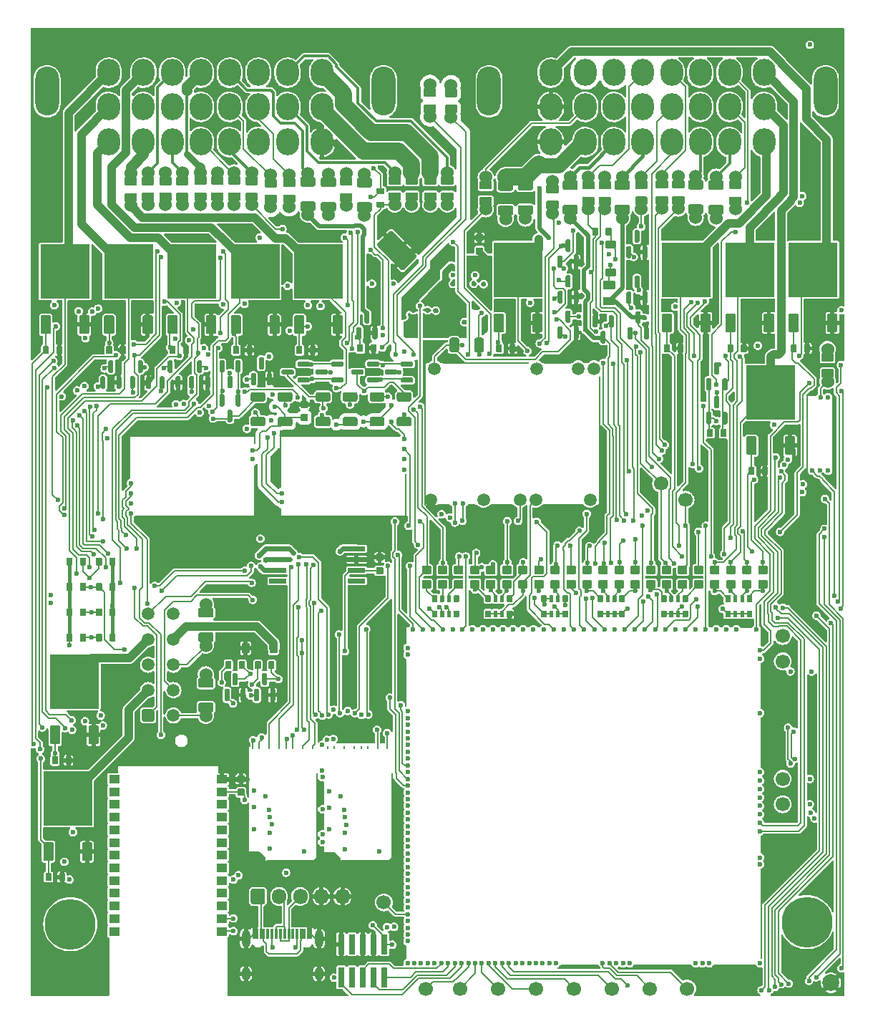
<source format=gtl>
G04 #@! TF.GenerationSoftware,KiCad,Pcbnew,7.0.1*
G04 #@! TF.CreationDate,2023-07-12T00:32:13+03:00*
G04 #@! TF.ProjectId,alphax_4ch,616c7068-6178-45f3-9463-682e6b696361,G*
G04 #@! TF.SameCoordinates,PX141f5e0PYa2cace0*
G04 #@! TF.FileFunction,Copper,L1,Top*
G04 #@! TF.FilePolarity,Positive*
%FSLAX46Y46*%
G04 Gerber Fmt 4.6, Leading zero omitted, Abs format (unit mm)*
G04 Created by KiCad (PCBNEW 7.0.1) date 2023-07-12 00:32:13*
%MOMM*%
%LPD*%
G01*
G04 APERTURE LIST*
G04 #@! TA.AperFunction,ComponentPad*
%ADD10C,1.524000*%
G04 #@! TD*
G04 #@! TA.AperFunction,ComponentPad*
%ADD11C,1.700000*%
G04 #@! TD*
G04 #@! TA.AperFunction,ComponentPad*
%ADD12C,6.000000*%
G04 #@! TD*
G04 #@! TA.AperFunction,SMDPad,CuDef*
%ADD13R,5.800000X6.400000*%
G04 #@! TD*
G04 #@! TA.AperFunction,ComponentPad*
%ADD14O,1.700000X1.850000*%
G04 #@! TD*
G04 #@! TA.AperFunction,ComponentPad*
%ADD15O,2.800000X5.800000*%
G04 #@! TD*
G04 #@! TA.AperFunction,ComponentPad*
%ADD16O,2.700000X3.200000*%
G04 #@! TD*
G04 #@! TA.AperFunction,SMDPad,CuDef*
%ADD17R,0.300000X1.150000*%
G04 #@! TD*
G04 #@! TA.AperFunction,ComponentPad*
%ADD18O,1.000000X2.100000*%
G04 #@! TD*
G04 #@! TA.AperFunction,ComponentPad*
%ADD19O,1.000000X1.600000*%
G04 #@! TD*
G04 #@! TA.AperFunction,ComponentPad*
%ADD20C,1.500000*%
G04 #@! TD*
G04 #@! TA.AperFunction,ComponentPad*
%ADD21C,0.600000*%
G04 #@! TD*
G04 #@! TA.AperFunction,SMDPad,CuDef*
%ADD22O,3.300000X0.200000*%
G04 #@! TD*
G04 #@! TA.AperFunction,SMDPad,CuDef*
%ADD23O,10.200000X0.200000*%
G04 #@! TD*
G04 #@! TA.AperFunction,SMDPad,CuDef*
%ADD24O,0.300000X0.200000*%
G04 #@! TD*
G04 #@! TA.AperFunction,SMDPad,CuDef*
%ADD25O,0.200000X17.000000*%
G04 #@! TD*
G04 #@! TA.AperFunction,SMDPad,CuDef*
%ADD26O,0.200000X15.400000*%
G04 #@! TD*
G04 #@! TA.AperFunction,SMDPad,CuDef*
%ADD27O,4.800000X0.200000*%
G04 #@! TD*
G04 #@! TA.AperFunction,SMDPad,CuDef*
%ADD28O,2.600000X0.200000*%
G04 #@! TD*
G04 #@! TA.AperFunction,SMDPad,CuDef*
%ADD29O,1.000000X0.200000*%
G04 #@! TD*
G04 #@! TA.AperFunction,SMDPad,CuDef*
%ADD30O,1.500000X0.200000*%
G04 #@! TD*
G04 #@! TA.AperFunction,SMDPad,CuDef*
%ADD31R,0.250000X6.185000*%
G04 #@! TD*
G04 #@! TA.AperFunction,SMDPad,CuDef*
%ADD32R,0.250000X1.115000*%
G04 #@! TD*
G04 #@! TA.AperFunction,SMDPad,CuDef*
%ADD33R,14.275000X0.250000*%
G04 #@! TD*
G04 #@! TA.AperFunction,SMDPad,CuDef*
%ADD34R,15.100000X0.250000*%
G04 #@! TD*
G04 #@! TA.AperFunction,SMDPad,CuDef*
%ADD35R,0.250000X5.175000*%
G04 #@! TD*
G04 #@! TA.AperFunction,SMDPad,CuDef*
%ADD36R,0.200000X2.300000*%
G04 #@! TD*
G04 #@! TA.AperFunction,SMDPad,CuDef*
%ADD37R,0.200000X10.700000*%
G04 #@! TD*
G04 #@! TA.AperFunction,SMDPad,CuDef*
%ADD38R,0.200000X2.100000*%
G04 #@! TD*
G04 #@! TA.AperFunction,SMDPad,CuDef*
%ADD39R,0.200000X6.000000*%
G04 #@! TD*
G04 #@! TA.AperFunction,SMDPad,CuDef*
%ADD40R,0.200000X5.400000*%
G04 #@! TD*
G04 #@! TA.AperFunction,SMDPad,CuDef*
%ADD41R,1.400000X0.200000*%
G04 #@! TD*
G04 #@! TA.AperFunction,SMDPad,CuDef*
%ADD42R,5.000000X0.200000*%
G04 #@! TD*
G04 #@! TA.AperFunction,SMDPad,CuDef*
%ADD43R,6.800000X0.200000*%
G04 #@! TD*
G04 #@! TA.AperFunction,SMDPad,CuDef*
%ADD44R,4.500000X0.200000*%
G04 #@! TD*
G04 #@! TA.AperFunction,SMDPad,CuDef*
%ADD45R,0.200000X1.600000*%
G04 #@! TD*
G04 #@! TA.AperFunction,SMDPad,CuDef*
%ADD46R,0.200000X5.700000*%
G04 #@! TD*
G04 #@! TA.AperFunction,SMDPad,CuDef*
%ADD47R,0.200000X2.000000*%
G04 #@! TD*
G04 #@! TA.AperFunction,SMDPad,CuDef*
%ADD48R,1.300000X1.000000*%
G04 #@! TD*
G04 #@! TA.AperFunction,SMDPad,CuDef*
%ADD49C,2.000000*%
G04 #@! TD*
G04 #@! TA.AperFunction,SMDPad,CuDef*
%ADD50O,1.225000X0.200000*%
G04 #@! TD*
G04 #@! TA.AperFunction,SMDPad,CuDef*
%ADD51O,0.200000X9.300000*%
G04 #@! TD*
G04 #@! TA.AperFunction,SMDPad,CuDef*
%ADD52O,0.250000X10.200000*%
G04 #@! TD*
G04 #@! TA.AperFunction,SMDPad,CuDef*
%ADD53O,5.800001X0.250000*%
G04 #@! TD*
G04 #@! TA.AperFunction,SMDPad,CuDef*
%ADD54O,0.200000X0.399999*%
G04 #@! TD*
G04 #@! TA.AperFunction,ComponentPad*
%ADD55C,0.599999*%
G04 #@! TD*
G04 #@! TA.AperFunction,SMDPad,CuDef*
%ADD56R,0.740000X2.400000*%
G04 #@! TD*
G04 #@! TA.AperFunction,ViaPad*
%ADD57C,0.600000*%
G04 #@! TD*
G04 #@! TA.AperFunction,ViaPad*
%ADD58C,1.300000*%
G04 #@! TD*
G04 #@! TA.AperFunction,Conductor*
%ADD59C,0.400000*%
G04 #@! TD*
G04 #@! TA.AperFunction,Conductor*
%ADD60C,0.600000*%
G04 #@! TD*
G04 #@! TA.AperFunction,Conductor*
%ADD61C,0.200000*%
G04 #@! TD*
G04 #@! TA.AperFunction,Conductor*
%ADD62C,1.000000*%
G04 #@! TD*
G04 #@! TA.AperFunction,Conductor*
%ADD63C,0.508000*%
G04 #@! TD*
G04 #@! TA.AperFunction,Conductor*
%ADD64C,0.300000*%
G04 #@! TD*
G04 #@! TA.AperFunction,Conductor*
%ADD65C,0.203200*%
G04 #@! TD*
G04 #@! TA.AperFunction,Conductor*
%ADD66C,1.800000*%
G04 #@! TD*
G04 #@! TA.AperFunction,Conductor*
%ADD67C,2.000000*%
G04 #@! TD*
G04 #@! TA.AperFunction,Conductor*
%ADD68C,1.300000*%
G04 #@! TD*
G04 #@! TA.AperFunction,Conductor*
%ADD69C,1.200000*%
G04 #@! TD*
G04 #@! TA.AperFunction,Conductor*
%ADD70C,0.800000*%
G04 #@! TD*
G04 APERTURE END LIST*
D10*
G04 #@! TO.P,R8,1,1*
G04 #@! TO.N,/CAN-*
X76750000Y93245000D03*
G04 #@! TA.AperFunction,SMDPad,CuDef*
G36*
G01*
X77375000Y93699999D02*
X76125000Y93699999D01*
G75*
G02*
X76025000Y93799999I0J100000D01*
G01*
X76025000Y94599999D01*
G75*
G02*
X76125000Y94699999I100000J0D01*
G01*
X77375000Y94699999D01*
G75*
G02*
X77475000Y94599999I0J-100000D01*
G01*
X77475000Y93799999D01*
G75*
G02*
X77375000Y93699999I-100000J0D01*
G01*
G37*
G04 #@! TD.AperFunction*
G04 #@! TO.P,R8,2,2*
G04 #@! TO.N,/C6*
G04 #@! TA.AperFunction,SMDPad,CuDef*
G36*
G01*
X77375000Y95600021D02*
X76125000Y95600021D01*
G75*
G02*
X76025000Y95700021I0J100000D01*
G01*
X76025000Y96500021D01*
G75*
G02*
X76125000Y96600021I100000J0D01*
G01*
X77375000Y96600021D01*
G75*
G02*
X77475000Y96500021I0J-100000D01*
G01*
X77475000Y95700021D01*
G75*
G02*
X77375000Y95600021I-100000J0D01*
G01*
G37*
G04 #@! TD.AperFunction*
X76750000Y97055000D03*
G04 #@! TD*
D11*
G04 #@! TO.P,P18,1,Pin_1*
G04 #@! TO.N,Net-(M4-IN_AT2)*
X89100000Y39700000D03*
G04 #@! TD*
D10*
G04 #@! TO.P,F10,1,1*
G04 #@! TO.N,Net-(J6-Pin_6)*
X20840000Y33250000D03*
G04 #@! TA.AperFunction,SMDPad,CuDef*
G36*
G01*
X21740000Y34594990D02*
X21740000Y33904990D01*
G75*
G02*
X21510000Y33674990I-230000J0D01*
G01*
X20170000Y33674990D01*
G75*
G02*
X19940000Y33904990I0J230000D01*
G01*
X19940000Y34594990D01*
G75*
G02*
X20170000Y34824990I230000J0D01*
G01*
X21510000Y34824990D01*
G75*
G02*
X21740000Y34594990I0J-230000D01*
G01*
G37*
G04 #@! TD.AperFunction*
G04 #@! TO.P,F10,2,2*
G04 #@! TO.N,/OUT_IGN5*
G04 #@! TA.AperFunction,SMDPad,CuDef*
G36*
G01*
X21740000Y37495010D02*
X21740000Y36805010D01*
G75*
G02*
X21510000Y36575010I-230000J0D01*
G01*
X20170000Y36575010D01*
G75*
G02*
X19940000Y36805010I0J230000D01*
G01*
X19940000Y37495010D01*
G75*
G02*
X20170000Y37725010I230000J0D01*
G01*
X21510000Y37725010D01*
G75*
G02*
X21740000Y37495010I0J-230000D01*
G01*
G37*
G04 #@! TD.AperFunction*
X20840000Y38150000D03*
G04 #@! TD*
G04 #@! TO.P,R2,1*
G04 #@! TO.N,+12V*
G04 #@! TA.AperFunction,SMDPad,CuDef*
G36*
G01*
X82300000Y44965000D02*
X82300000Y45635000D01*
G75*
G02*
X82365000Y45700000I65000J0D01*
G01*
X82885000Y45700000D01*
G75*
G02*
X82950000Y45635000I0J-65000D01*
G01*
X82950000Y44965000D01*
G75*
G02*
X82885000Y44900000I-65000J0D01*
G01*
X82365000Y44900000D01*
G75*
G02*
X82300000Y44965000I0J65000D01*
G01*
G37*
G04 #@! TD.AperFunction*
G04 #@! TO.P,R2,2*
G04 #@! TA.AperFunction,SMDPad,CuDef*
G36*
G01*
X83275000Y44945000D02*
X83275000Y45655000D01*
G75*
G02*
X83320000Y45700000I45000J0D01*
G01*
X83680000Y45700000D01*
G75*
G02*
X83725000Y45655000I0J-45000D01*
G01*
X83725000Y44945000D01*
G75*
G02*
X83680000Y44900000I-45000J0D01*
G01*
X83320000Y44900000D01*
G75*
G02*
X83275000Y44945000I0J45000D01*
G01*
G37*
G04 #@! TD.AperFunction*
G04 #@! TO.P,R2,3*
G04 #@! TA.AperFunction,SMDPad,CuDef*
G36*
G01*
X84075000Y44945000D02*
X84075000Y45655000D01*
G75*
G02*
X84120000Y45700000I45000J0D01*
G01*
X84480000Y45700000D01*
G75*
G02*
X84525000Y45655000I0J-45000D01*
G01*
X84525000Y44945000D01*
G75*
G02*
X84480000Y44900000I-45000J0D01*
G01*
X84120000Y44900000D01*
G75*
G02*
X84075000Y44945000I0J45000D01*
G01*
G37*
G04 #@! TD.AperFunction*
G04 #@! TO.P,R2,4*
G04 #@! TA.AperFunction,SMDPad,CuDef*
G36*
G01*
X84850000Y44965000D02*
X84850000Y45635000D01*
G75*
G02*
X84915000Y45700000I65000J0D01*
G01*
X85435000Y45700000D01*
G75*
G02*
X85500000Y45635000I0J-65000D01*
G01*
X85500000Y44965000D01*
G75*
G02*
X85435000Y44900000I-65000J0D01*
G01*
X84915000Y44900000D01*
G75*
G02*
X84850000Y44965000I0J65000D01*
G01*
G37*
G04 #@! TD.AperFunction*
G04 #@! TO.P,R2,5*
G04 #@! TO.N,Net-(D3-K)*
G04 #@! TA.AperFunction,SMDPad,CuDef*
G36*
G01*
X84850000Y46765000D02*
X84850000Y47435000D01*
G75*
G02*
X84915000Y47500000I65000J0D01*
G01*
X85435000Y47500000D01*
G75*
G02*
X85500000Y47435000I0J-65000D01*
G01*
X85500000Y46765000D01*
G75*
G02*
X85435000Y46700000I-65000J0D01*
G01*
X84915000Y46700000D01*
G75*
G02*
X84850000Y46765000I0J65000D01*
G01*
G37*
G04 #@! TD.AperFunction*
G04 #@! TO.P,R2,6*
G04 #@! TO.N,Net-(D2-K)*
G04 #@! TA.AperFunction,SMDPad,CuDef*
G36*
G01*
X84075000Y46745000D02*
X84075000Y47455000D01*
G75*
G02*
X84120000Y47500000I45000J0D01*
G01*
X84480000Y47500000D01*
G75*
G02*
X84525000Y47455000I0J-45000D01*
G01*
X84525000Y46745000D01*
G75*
G02*
X84480000Y46700000I-45000J0D01*
G01*
X84120000Y46700000D01*
G75*
G02*
X84075000Y46745000I0J45000D01*
G01*
G37*
G04 #@! TD.AperFunction*
G04 #@! TO.P,R2,7*
G04 #@! TO.N,Net-(D14-A)*
G04 #@! TA.AperFunction,SMDPad,CuDef*
G36*
G01*
X83275000Y46745000D02*
X83275000Y47455000D01*
G75*
G02*
X83320000Y47500000I45000J0D01*
G01*
X83680000Y47500000D01*
G75*
G02*
X83725000Y47455000I0J-45000D01*
G01*
X83725000Y46745000D01*
G75*
G02*
X83680000Y46700000I-45000J0D01*
G01*
X83320000Y46700000D01*
G75*
G02*
X83275000Y46745000I0J45000D01*
G01*
G37*
G04 #@! TD.AperFunction*
G04 #@! TO.P,R2,8*
G04 #@! TO.N,Net-(D13-A)*
G04 #@! TA.AperFunction,SMDPad,CuDef*
G36*
G01*
X82300000Y46765000D02*
X82300000Y47435000D01*
G75*
G02*
X82365000Y47500000I65000J0D01*
G01*
X82885000Y47500000D01*
G75*
G02*
X82950000Y47435000I0J-65000D01*
G01*
X82950000Y46765000D01*
G75*
G02*
X82885000Y46700000I-65000J0D01*
G01*
X82365000Y46700000D01*
G75*
G02*
X82300000Y46765000I0J65000D01*
G01*
G37*
G04 #@! TD.AperFunction*
G04 #@! TD*
G04 #@! TO.P,D36,1,A*
G04 #@! TO.N,Net-(D36-A)*
G04 #@! TA.AperFunction,SMDPad,CuDef*
G36*
G01*
X51199998Y48300001D02*
X50299998Y48300001D01*
G75*
G02*
X50199998Y48400001I0J100000D01*
G01*
X50199998Y49200001D01*
G75*
G02*
X50299998Y49300001I100000J0D01*
G01*
X51199998Y49300001D01*
G75*
G02*
X51299998Y49200001I0J-100000D01*
G01*
X51299998Y48400001D01*
G75*
G02*
X51199998Y48300001I-100000J0D01*
G01*
G37*
G04 #@! TD.AperFunction*
G04 #@! TO.P,D36,2,K*
G04 #@! TO.N,/HALL3*
G04 #@! TA.AperFunction,SMDPad,CuDef*
G36*
G01*
X51199998Y50000001D02*
X50299998Y50000001D01*
G75*
G02*
X50199998Y50100001I0J100000D01*
G01*
X50199998Y50900001D01*
G75*
G02*
X50299998Y51000001I100000J0D01*
G01*
X51199998Y51000001D01*
G75*
G02*
X51299998Y50900001I0J-100000D01*
G01*
X51299998Y50100001D01*
G75*
G02*
X51199998Y50000001I-100000J0D01*
G01*
G37*
G04 #@! TD.AperFunction*
G04 #@! TD*
D11*
G04 #@! TO.P,P23,1,Pin_1*
G04 #@! TO.N,Net-(M4-SPI3_MOSI)*
X59900000Y1000000D03*
G04 #@! TD*
G04 #@! TO.P,R1136,1*
G04 #@! TO.N,Net-(Q50-D)*
G04 #@! TA.AperFunction,SMDPad,CuDef*
G36*
G01*
X43675000Y71525000D02*
X44925000Y71525000D01*
G75*
G02*
X45175000Y71275000I0J-250000D01*
G01*
X45175000Y70650000D01*
G75*
G02*
X44925000Y70400000I-250000J0D01*
G01*
X43675000Y70400000D01*
G75*
G02*
X43425000Y70650000I0J250000D01*
G01*
X43425000Y71275000D01*
G75*
G02*
X43675000Y71525000I250000J0D01*
G01*
G37*
G04 #@! TD.AperFunction*
G04 #@! TO.P,R1136,2*
G04 #@! TO.N,Net-(R1135-Pad1)*
G04 #@! TA.AperFunction,SMDPad,CuDef*
G36*
G01*
X43675000Y68600000D02*
X44925000Y68600000D01*
G75*
G02*
X45175000Y68350000I0J-250000D01*
G01*
X45175000Y67725000D01*
G75*
G02*
X44925000Y67475000I-250000J0D01*
G01*
X43675000Y67475000D01*
G75*
G02*
X43425000Y67725000I0J250000D01*
G01*
X43425000Y68350000D01*
G75*
G02*
X43675000Y68600000I250000J0D01*
G01*
G37*
G04 #@! TD.AperFunction*
G04 #@! TD*
G04 #@! TO.P,R1105,1*
G04 #@! TO.N,/BOOST*
G04 #@! TA.AperFunction,SMDPad,CuDef*
G36*
G01*
X31550000Y76110000D02*
X31550000Y76890000D01*
G75*
G02*
X31620000Y76960000I70000J0D01*
G01*
X32180000Y76960000D01*
G75*
G02*
X32250000Y76890000I0J-70000D01*
G01*
X32250000Y76110000D01*
G75*
G02*
X32180000Y76040000I-70000J0D01*
G01*
X31620000Y76040000D01*
G75*
G02*
X31550000Y76110000I0J70000D01*
G01*
G37*
G04 #@! TD.AperFunction*
G04 #@! TO.P,R1105,2*
G04 #@! TO.N,GND*
G04 #@! TA.AperFunction,SMDPad,CuDef*
G36*
G01*
X33150000Y76110000D02*
X33150000Y76890000D01*
G75*
G02*
X33220000Y76960000I70000J0D01*
G01*
X33780000Y76960000D01*
G75*
G02*
X33850000Y76890000I0J-70000D01*
G01*
X33850000Y76110000D01*
G75*
G02*
X33780000Y76040000I-70000J0D01*
G01*
X33220000Y76040000D01*
G75*
G02*
X33150000Y76110000I0J70000D01*
G01*
G37*
G04 #@! TD.AperFunction*
G04 #@! TD*
G04 #@! TO.P,R93,1*
G04 #@! TO.N,GNDA*
G04 #@! TA.AperFunction,SMDPad,CuDef*
G36*
G01*
X4350000Y42110000D02*
X4350000Y42890000D01*
G75*
G02*
X4420000Y42960000I70000J0D01*
G01*
X4980000Y42960000D01*
G75*
G02*
X5050000Y42890000I0J-70000D01*
G01*
X5050000Y42110000D01*
G75*
G02*
X4980000Y42040000I-70000J0D01*
G01*
X4420000Y42040000D01*
G75*
G02*
X4350000Y42110000I0J70000D01*
G01*
G37*
G04 #@! TD.AperFunction*
G04 #@! TO.P,R93,2*
G04 #@! TO.N,/AIN4*
G04 #@! TA.AperFunction,SMDPad,CuDef*
G36*
G01*
X5950000Y42110000D02*
X5950000Y42890000D01*
G75*
G02*
X6020000Y42960000I70000J0D01*
G01*
X6580000Y42960000D01*
G75*
G02*
X6650000Y42890000I0J-70000D01*
G01*
X6650000Y42110000D01*
G75*
G02*
X6580000Y42040000I-70000J0D01*
G01*
X6020000Y42040000D01*
G75*
G02*
X5950000Y42110000I0J70000D01*
G01*
G37*
G04 #@! TD.AperFunction*
G04 #@! TD*
D12*
G04 #@! TO.P,J8,1,Pin_1*
G04 #@! TO.N,unconnected-(J8-Pin_1-Pad1)*
X4803000Y8619000D03*
G04 #@! TD*
G04 #@! TO.P,D34,1,A*
G04 #@! TO.N,Net-(D34-A)*
G04 #@! TA.AperFunction,SMDPad,CuDef*
G36*
G01*
X47399998Y48300001D02*
X46499998Y48300001D01*
G75*
G02*
X46399998Y48400001I0J100000D01*
G01*
X46399998Y49200001D01*
G75*
G02*
X46499998Y49300001I100000J0D01*
G01*
X47399998Y49300001D01*
G75*
G02*
X47499998Y49200001I0J-100000D01*
G01*
X47499998Y48400001D01*
G75*
G02*
X47399998Y48300001I-100000J0D01*
G01*
G37*
G04 #@! TD.AperFunction*
G04 #@! TO.P,D34,2,K*
G04 #@! TO.N,/HALL1*
G04 #@! TA.AperFunction,SMDPad,CuDef*
G36*
G01*
X47399998Y50000001D02*
X46499998Y50000001D01*
G75*
G02*
X46399998Y50100001I0J100000D01*
G01*
X46399998Y50900001D01*
G75*
G02*
X46499998Y51000001I100000J0D01*
G01*
X47399998Y51000001D01*
G75*
G02*
X47499998Y50900001I0J-100000D01*
G01*
X47499998Y50100001D01*
G75*
G02*
X47399998Y50000001I-100000J0D01*
G01*
G37*
G04 #@! TD.AperFunction*
G04 #@! TD*
D10*
G04 #@! TO.P,R59,1,1*
G04 #@! TO.N,/E8*
X45200000Y97505000D03*
G04 #@! TA.AperFunction,SMDPad,CuDef*
G36*
G01*
X44575000Y97050001D02*
X45825000Y97050001D01*
G75*
G02*
X45925000Y96950001I0J-100000D01*
G01*
X45925000Y96150001D01*
G75*
G02*
X45825000Y96050001I-100000J0D01*
G01*
X44575000Y96050001D01*
G75*
G02*
X44475000Y96150001I0J100000D01*
G01*
X44475000Y96950001D01*
G75*
G02*
X44575000Y97050001I100000J0D01*
G01*
G37*
G04 #@! TD.AperFunction*
G04 #@! TO.P,R59,2,2*
G04 #@! TO.N,/OUT_ETB-*
G04 #@! TA.AperFunction,SMDPad,CuDef*
G36*
G01*
X44575000Y95149979D02*
X45825000Y95149979D01*
G75*
G02*
X45925000Y95049979I0J-100000D01*
G01*
X45925000Y94249979D01*
G75*
G02*
X45825000Y94149979I-100000J0D01*
G01*
X44575000Y94149979D01*
G75*
G02*
X44475000Y94249979I0J100000D01*
G01*
X44475000Y95049979D01*
G75*
G02*
X44575000Y95149979I100000J0D01*
G01*
G37*
G04 #@! TD.AperFunction*
X45200000Y93695000D03*
G04 #@! TD*
G04 #@! TO.P,R9,1,1*
G04 #@! TO.N,/CAN+*
X74800000Y93245000D03*
G04 #@! TA.AperFunction,SMDPad,CuDef*
G36*
G01*
X75425000Y93699999D02*
X74175000Y93699999D01*
G75*
G02*
X74075000Y93799999I0J100000D01*
G01*
X74075000Y94599999D01*
G75*
G02*
X74175000Y94699999I100000J0D01*
G01*
X75425000Y94699999D01*
G75*
G02*
X75525000Y94599999I0J-100000D01*
G01*
X75525000Y93799999D01*
G75*
G02*
X75425000Y93699999I-100000J0D01*
G01*
G37*
G04 #@! TD.AperFunction*
G04 #@! TO.P,R9,2,2*
G04 #@! TO.N,/C5*
G04 #@! TA.AperFunction,SMDPad,CuDef*
G36*
G01*
X75425000Y95600021D02*
X74175000Y95600021D01*
G75*
G02*
X74075000Y95700021I0J100000D01*
G01*
X74075000Y96500021D01*
G75*
G02*
X74175000Y96600021I100000J0D01*
G01*
X75425000Y96600021D01*
G75*
G02*
X75525000Y96500021I0J-100000D01*
G01*
X75525000Y95700021D01*
G75*
G02*
X75425000Y95600021I-100000J0D01*
G01*
G37*
G04 #@! TD.AperFunction*
X74800000Y97055000D03*
G04 #@! TD*
G04 #@! TO.P,R68,1,1*
G04 #@! TO.N,/IN_TPS2*
X24200000Y93695000D03*
G04 #@! TA.AperFunction,SMDPad,CuDef*
G36*
G01*
X24825000Y94149999D02*
X23575000Y94149999D01*
G75*
G02*
X23475000Y94249999I0J100000D01*
G01*
X23475000Y95049999D01*
G75*
G02*
X23575000Y95149999I100000J0D01*
G01*
X24825000Y95149999D01*
G75*
G02*
X24925000Y95049999I0J-100000D01*
G01*
X24925000Y94249999D01*
G75*
G02*
X24825000Y94149999I-100000J0D01*
G01*
G37*
G04 #@! TD.AperFunction*
G04 #@! TO.P,R68,2,2*
G04 #@! TO.N,/D4*
G04 #@! TA.AperFunction,SMDPad,CuDef*
G36*
G01*
X24825000Y96050021D02*
X23575000Y96050021D01*
G75*
G02*
X23475000Y96150021I0J100000D01*
G01*
X23475000Y96950021D01*
G75*
G02*
X23575000Y97050021I100000J0D01*
G01*
X24825000Y97050021D01*
G75*
G02*
X24925000Y96950021I0J-100000D01*
G01*
X24925000Y96150021D01*
G75*
G02*
X24825000Y96050021I-100000J0D01*
G01*
G37*
G04 #@! TD.AperFunction*
X24200000Y97505000D03*
G04 #@! TD*
G04 #@! TO.P,Q47,1,IN*
G04 #@! TO.N,/VVT1*
G04 #@! TA.AperFunction,SMDPad,CuDef*
G36*
G01*
X24880000Y78400000D02*
X23920000Y78400000D01*
G75*
G02*
X23800000Y78520000I0J120000D01*
G01*
X23800000Y80480000D01*
G75*
G02*
X23920000Y80600000I120000J0D01*
G01*
X24880000Y80600000D01*
G75*
G02*
X25000000Y80480000I0J-120000D01*
G01*
X25000000Y78520000D01*
G75*
G02*
X24880000Y78400000I-120000J0D01*
G01*
G37*
G04 #@! TD.AperFunction*
D13*
G04 #@! TO.P,Q47,2,D*
G04 #@! TO.N,/OUT_VVT1*
X26680000Y85800000D03*
G04 #@! TO.P,Q47,3,S*
G04 #@! TO.N,GND*
G04 #@! TA.AperFunction,SMDPad,CuDef*
G36*
G01*
X29440000Y78400000D02*
X28480000Y78400000D01*
G75*
G02*
X28360000Y78520000I0J120000D01*
G01*
X28360000Y80480000D01*
G75*
G02*
X28480000Y80600000I120000J0D01*
G01*
X29440000Y80600000D01*
G75*
G02*
X29560000Y80480000I0J-120000D01*
G01*
X29560000Y78520000D01*
G75*
G02*
X29440000Y78400000I-120000J0D01*
G01*
G37*
G04 #@! TD.AperFunction*
G04 #@! TD*
G04 #@! TO.P,J5,1,Pin_1*
G04 #@! TO.N,/MCU/VBUS*
G04 #@! TA.AperFunction,ComponentPad*
G36*
G01*
X26150000Y11225000D02*
X26150000Y12575000D01*
G75*
G02*
X26400000Y12825000I250000J0D01*
G01*
X27600000Y12825000D01*
G75*
G02*
X27850000Y12575000I0J-250000D01*
G01*
X27850000Y11225000D01*
G75*
G02*
X27600000Y10975000I-250000J0D01*
G01*
X26400000Y10975000D01*
G75*
G02*
X26150000Y11225000I0J250000D01*
G01*
G37*
G04 #@! TD.AperFunction*
D14*
G04 #@! TO.P,J5,2,Pin_2*
G04 #@! TO.N,/MCU/USB-*
X29500000Y11900000D03*
G04 #@! TO.P,J5,3,Pin_3*
G04 #@! TO.N,/MCU/USB+*
X32000000Y11900000D03*
G04 #@! TO.P,J5,4,Pin_4*
G04 #@! TO.N,GND*
X34500000Y11900000D03*
G04 #@! TO.P,J5,5,Pin_5*
X37000000Y11900000D03*
G04 #@! TD*
D10*
G04 #@! TO.P,F4,1,1*
G04 #@! TO.N,/A3*
X63950000Y97000000D03*
G04 #@! TA.AperFunction,SMDPad,CuDef*
G36*
G01*
X63050000Y95655010D02*
X63050000Y96345010D01*
G75*
G02*
X63280000Y96575010I230000J0D01*
G01*
X64620000Y96575010D01*
G75*
G02*
X64850000Y96345010I0J-230000D01*
G01*
X64850000Y95655010D01*
G75*
G02*
X64620000Y95425010I-230000J0D01*
G01*
X63280000Y95425010D01*
G75*
G02*
X63050000Y95655010I0J230000D01*
G01*
G37*
G04 #@! TD.AperFunction*
G04 #@! TO.P,F4,2,2*
G04 #@! TO.N,/OUT_PUMP_RELAY*
G04 #@! TA.AperFunction,SMDPad,CuDef*
G36*
G01*
X63050000Y92754990D02*
X63050000Y93444990D01*
G75*
G02*
X63280000Y93674990I230000J0D01*
G01*
X64620000Y93674990D01*
G75*
G02*
X64850000Y93444990I0J-230000D01*
G01*
X64850000Y92754990D01*
G75*
G02*
X64620000Y92524990I-230000J0D01*
G01*
X63280000Y92524990D01*
G75*
G02*
X63050000Y92754990I0J230000D01*
G01*
G37*
G04 #@! TD.AperFunction*
X63950000Y92100000D03*
G04 #@! TD*
G04 #@! TO.P,Q13,1,G*
G04 #@! TO.N,Net-(Q12-D)*
G04 #@! TA.AperFunction,SMDPad,CuDef*
G36*
G01*
X80500000Y67725000D02*
X80200000Y67725000D01*
G75*
G02*
X80050000Y67875000I0J150000D01*
G01*
X80050000Y69050000D01*
G75*
G02*
X80200000Y69200000I150000J0D01*
G01*
X80500000Y69200000D01*
G75*
G02*
X80650000Y69050000I0J-150000D01*
G01*
X80650000Y67875000D01*
G75*
G02*
X80500000Y67725000I-150000J0D01*
G01*
G37*
G04 #@! TD.AperFunction*
G04 #@! TO.P,Q13,2,D*
G04 #@! TO.N,Net-(Q13-D)*
G04 #@! TA.AperFunction,SMDPad,CuDef*
G36*
G01*
X81450000Y69600000D02*
X81150000Y69600000D01*
G75*
G02*
X81000000Y69750000I0J150000D01*
G01*
X81000000Y70925000D01*
G75*
G02*
X81150000Y71075000I150000J0D01*
G01*
X81450000Y71075000D01*
G75*
G02*
X81600000Y70925000I0J-150000D01*
G01*
X81600000Y69750000D01*
G75*
G02*
X81450000Y69600000I-150000J0D01*
G01*
G37*
G04 #@! TD.AperFunction*
G04 #@! TO.P,Q13,3,S*
G04 #@! TO.N,+5VAS*
G04 #@! TA.AperFunction,SMDPad,CuDef*
G36*
G01*
X82400000Y67725000D02*
X82100000Y67725000D01*
G75*
G02*
X81950000Y67875000I0J150000D01*
G01*
X81950000Y69050000D01*
G75*
G02*
X82100000Y69200000I150000J0D01*
G01*
X82400000Y69200000D01*
G75*
G02*
X82550000Y69050000I0J-150000D01*
G01*
X82550000Y67875000D01*
G75*
G02*
X82400000Y67725000I-150000J0D01*
G01*
G37*
G04 #@! TD.AperFunction*
G04 #@! TD*
G04 #@! TO.P,R91,1,1*
G04 #@! TO.N,/IN_KNOCK_RAW*
X94400000Y72795000D03*
G04 #@! TA.AperFunction,SMDPad,CuDef*
G36*
G01*
X95025000Y73249999D02*
X93775000Y73249999D01*
G75*
G02*
X93675000Y73349999I0J100000D01*
G01*
X93675000Y74149999D01*
G75*
G02*
X93775000Y74249999I100000J0D01*
G01*
X95025000Y74249999D01*
G75*
G02*
X95125000Y74149999I0J-100000D01*
G01*
X95125000Y73349999D01*
G75*
G02*
X95025000Y73249999I-100000J0D01*
G01*
G37*
G04 #@! TD.AperFunction*
G04 #@! TO.P,R91,2,2*
G04 #@! TO.N,/F3*
G04 #@! TA.AperFunction,SMDPad,CuDef*
G36*
G01*
X95025000Y75150021D02*
X93775000Y75150021D01*
G75*
G02*
X93675000Y75250021I0J100000D01*
G01*
X93675000Y76050021D01*
G75*
G02*
X93775000Y76150021I100000J0D01*
G01*
X95025000Y76150021D01*
G75*
G02*
X95125000Y76050021I0J-100000D01*
G01*
X95125000Y75250021D01*
G75*
G02*
X95025000Y75150021I-100000J0D01*
G01*
G37*
G04 #@! TD.AperFunction*
X94400000Y76605000D03*
G04 #@! TD*
G04 #@! TO.P,R98,1*
G04 #@! TO.N,/INJ1*
G04 #@! TA.AperFunction,SMDPad,CuDef*
G36*
G01*
X75050000Y76310000D02*
X75050000Y77090000D01*
G75*
G02*
X75120000Y77160000I70000J0D01*
G01*
X75680000Y77160000D01*
G75*
G02*
X75750000Y77090000I0J-70000D01*
G01*
X75750000Y76310000D01*
G75*
G02*
X75680000Y76240000I-70000J0D01*
G01*
X75120000Y76240000D01*
G75*
G02*
X75050000Y76310000I0J70000D01*
G01*
G37*
G04 #@! TD.AperFunction*
G04 #@! TO.P,R98,2*
G04 #@! TO.N,GND*
G04 #@! TA.AperFunction,SMDPad,CuDef*
G36*
G01*
X76650000Y76310000D02*
X76650000Y77090000D01*
G75*
G02*
X76720000Y77160000I70000J0D01*
G01*
X77280000Y77160000D01*
G75*
G02*
X77350000Y77090000I0J-70000D01*
G01*
X77350000Y76310000D01*
G75*
G02*
X77280000Y76240000I-70000J0D01*
G01*
X76720000Y76240000D01*
G75*
G02*
X76650000Y76310000I0J70000D01*
G01*
G37*
G04 #@! TD.AperFunction*
G04 #@! TD*
G04 #@! TO.P,Q49,1,G*
G04 #@! TO.N,Net-(Q49-G)*
G04 #@! TA.AperFunction,SMDPad,CuDef*
G36*
G01*
X45375000Y73100000D02*
X45375000Y72800000D01*
G75*
G02*
X45225000Y72650000I-150000J0D01*
G01*
X44050000Y72650000D01*
G75*
G02*
X43900000Y72800000I0J150000D01*
G01*
X43900000Y73100000D01*
G75*
G02*
X44050000Y73250000I150000J0D01*
G01*
X45225000Y73250000D01*
G75*
G02*
X45375000Y73100000I0J-150000D01*
G01*
G37*
G04 #@! TD.AperFunction*
G04 #@! TO.P,Q49,2,D*
G04 #@! TO.N,/HALL_OPT_PU/+12V_LIM*
G04 #@! TA.AperFunction,SMDPad,CuDef*
G36*
G01*
X43500000Y74050000D02*
X43500000Y73750000D01*
G75*
G02*
X43350000Y73600000I-150000J0D01*
G01*
X42175000Y73600000D01*
G75*
G02*
X42025000Y73750000I0J150000D01*
G01*
X42025000Y74050000D01*
G75*
G02*
X42175000Y74200000I150000J0D01*
G01*
X43350000Y74200000D01*
G75*
G02*
X43500000Y74050000I0J-150000D01*
G01*
G37*
G04 #@! TD.AperFunction*
G04 #@! TO.P,Q49,3,S*
G04 #@! TO.N,Net-(Q49-S)*
G04 #@! TA.AperFunction,SMDPad,CuDef*
G36*
G01*
X45375000Y75000000D02*
X45375000Y74700000D01*
G75*
G02*
X45225000Y74550000I-150000J0D01*
G01*
X44050000Y74550000D01*
G75*
G02*
X43900000Y74700000I0J150000D01*
G01*
X43900000Y75000000D01*
G75*
G02*
X44050000Y75150000I150000J0D01*
G01*
X45225000Y75150000D01*
G75*
G02*
X45375000Y75000000I0J-150000D01*
G01*
G37*
G04 #@! TD.AperFunction*
G04 #@! TD*
G04 #@! TO.P,D15,1,A*
G04 #@! TO.N,Net-(D15-A)*
G04 #@! TA.AperFunction,SMDPad,CuDef*
G36*
G01*
X66399998Y48300001D02*
X65499998Y48300001D01*
G75*
G02*
X65399998Y48400001I0J100000D01*
G01*
X65399998Y49200001D01*
G75*
G02*
X65499998Y49300001I100000J0D01*
G01*
X66399998Y49300001D01*
G75*
G02*
X66499998Y49200001I0J-100000D01*
G01*
X66499998Y48400001D01*
G75*
G02*
X66399998Y48300001I-100000J0D01*
G01*
G37*
G04 #@! TD.AperFunction*
G04 #@! TO.P,D15,2,K*
G04 #@! TO.N,/OUT_INJ1*
G04 #@! TA.AperFunction,SMDPad,CuDef*
G36*
G01*
X66399998Y50000001D02*
X65499998Y50000001D01*
G75*
G02*
X65399998Y50100001I0J100000D01*
G01*
X65399998Y50900001D01*
G75*
G02*
X65499998Y51000001I100000J0D01*
G01*
X66399998Y51000001D01*
G75*
G02*
X66499998Y50900001I0J-100000D01*
G01*
X66499998Y50100001D01*
G75*
G02*
X66399998Y50000001I-100000J0D01*
G01*
G37*
G04 #@! TD.AperFunction*
G04 #@! TD*
G04 #@! TO.P,C4,1*
G04 #@! TO.N,GND*
G04 #@! TA.AperFunction,SMDPad,CuDef*
G36*
G01*
X52860000Y90215001D02*
X53540000Y90215001D01*
G75*
G02*
X53625000Y90130001I0J-85000D01*
G01*
X53625000Y89450001D01*
G75*
G02*
X53540000Y89365001I-85000J0D01*
G01*
X52860000Y89365001D01*
G75*
G02*
X52775000Y89450001I0J85000D01*
G01*
X52775000Y90130001D01*
G75*
G02*
X52860000Y90215001I85000J0D01*
G01*
G37*
G04 #@! TD.AperFunction*
G04 #@! TO.P,C4,2*
G04 #@! TO.N,+12V_ETB*
G04 #@! TA.AperFunction,SMDPad,CuDef*
G36*
G01*
X52860000Y88634999D02*
X53540000Y88634999D01*
G75*
G02*
X53625000Y88549999I0J-85000D01*
G01*
X53625000Y87869999D01*
G75*
G02*
X53540000Y87784999I-85000J0D01*
G01*
X52860000Y87784999D01*
G75*
G02*
X52775000Y87869999I0J85000D01*
G01*
X52775000Y88549999D01*
G75*
G02*
X52860000Y88634999I85000J0D01*
G01*
G37*
G04 #@! TD.AperFunction*
G04 #@! TD*
G04 #@! TO.P,R1102,1*
G04 #@! TO.N,/FAN_RELAY*
G04 #@! TA.AperFunction,SMDPad,CuDef*
G36*
G01*
X90050000Y76310000D02*
X90050000Y77090000D01*
G75*
G02*
X90120000Y77160000I70000J0D01*
G01*
X90680000Y77160000D01*
G75*
G02*
X90750000Y77090000I0J-70000D01*
G01*
X90750000Y76310000D01*
G75*
G02*
X90680000Y76240000I-70000J0D01*
G01*
X90120000Y76240000D01*
G75*
G02*
X90050000Y76310000I0J70000D01*
G01*
G37*
G04 #@! TD.AperFunction*
G04 #@! TO.P,R1102,2*
G04 #@! TO.N,GND*
G04 #@! TA.AperFunction,SMDPad,CuDef*
G36*
G01*
X91650000Y76310000D02*
X91650000Y77090000D01*
G75*
G02*
X91720000Y77160000I70000J0D01*
G01*
X92280000Y77160000D01*
G75*
G02*
X92350000Y77090000I0J-70000D01*
G01*
X92350000Y76310000D01*
G75*
G02*
X92280000Y76240000I-70000J0D01*
G01*
X91720000Y76240000D01*
G75*
G02*
X91650000Y76310000I0J70000D01*
G01*
G37*
G04 #@! TD.AperFunction*
G04 #@! TD*
G04 #@! TO.P,Q48,1,IN*
G04 #@! TO.N,/VVT2*
G04 #@! TA.AperFunction,SMDPad,CuDef*
G36*
G01*
X56000000Y78600000D02*
X55040000Y78600000D01*
G75*
G02*
X54920000Y78720000I0J120000D01*
G01*
X54920000Y80680000D01*
G75*
G02*
X55040000Y80800000I120000J0D01*
G01*
X56000000Y80800000D01*
G75*
G02*
X56120000Y80680000I0J-120000D01*
G01*
X56120000Y78720000D01*
G75*
G02*
X56000000Y78600000I-120000J0D01*
G01*
G37*
G04 #@! TD.AperFunction*
D13*
G04 #@! TO.P,Q48,2,D*
G04 #@! TO.N,/OUT_VVT2*
X57800000Y86000000D03*
G04 #@! TO.P,Q48,3,S*
G04 #@! TO.N,GND*
G04 #@! TA.AperFunction,SMDPad,CuDef*
G36*
G01*
X60560000Y78600000D02*
X59600000Y78600000D01*
G75*
G02*
X59480000Y78720000I0J120000D01*
G01*
X59480000Y80680000D01*
G75*
G02*
X59600000Y80800000I120000J0D01*
G01*
X60560000Y80800000D01*
G75*
G02*
X60680000Y80680000I0J-120000D01*
G01*
X60680000Y78720000D01*
G75*
G02*
X60560000Y78600000I-120000J0D01*
G01*
G37*
G04 #@! TD.AperFunction*
G04 #@! TD*
G04 #@! TO.P,R50,1*
G04 #@! TO.N,+5VA*
G04 #@! TA.AperFunction,SMDPad,CuDef*
G36*
G01*
X60500000Y44965000D02*
X60500000Y45635000D01*
G75*
G02*
X60565000Y45700000I65000J0D01*
G01*
X61085000Y45700000D01*
G75*
G02*
X61150000Y45635000I0J-65000D01*
G01*
X61150000Y44965000D01*
G75*
G02*
X61085000Y44900000I-65000J0D01*
G01*
X60565000Y44900000D01*
G75*
G02*
X60500000Y44965000I0J65000D01*
G01*
G37*
G04 #@! TD.AperFunction*
G04 #@! TO.P,R50,2*
G04 #@! TA.AperFunction,SMDPad,CuDef*
G36*
G01*
X61475000Y44945000D02*
X61475000Y45655000D01*
G75*
G02*
X61520000Y45700000I45000J0D01*
G01*
X61880000Y45700000D01*
G75*
G02*
X61925000Y45655000I0J-45000D01*
G01*
X61925000Y44945000D01*
G75*
G02*
X61880000Y44900000I-45000J0D01*
G01*
X61520000Y44900000D01*
G75*
G02*
X61475000Y44945000I0J45000D01*
G01*
G37*
G04 #@! TD.AperFunction*
G04 #@! TO.P,R50,3*
G04 #@! TO.N,+12V*
G04 #@! TA.AperFunction,SMDPad,CuDef*
G36*
G01*
X62275000Y44945000D02*
X62275000Y45655000D01*
G75*
G02*
X62320000Y45700000I45000J0D01*
G01*
X62680000Y45700000D01*
G75*
G02*
X62725000Y45655000I0J-45000D01*
G01*
X62725000Y44945000D01*
G75*
G02*
X62680000Y44900000I-45000J0D01*
G01*
X62320000Y44900000D01*
G75*
G02*
X62275000Y44945000I0J45000D01*
G01*
G37*
G04 #@! TD.AperFunction*
G04 #@! TO.P,R50,4*
G04 #@! TA.AperFunction,SMDPad,CuDef*
G36*
G01*
X63050000Y44965000D02*
X63050000Y45635000D01*
G75*
G02*
X63115000Y45700000I65000J0D01*
G01*
X63635000Y45700000D01*
G75*
G02*
X63700000Y45635000I0J-65000D01*
G01*
X63700000Y44965000D01*
G75*
G02*
X63635000Y44900000I-65000J0D01*
G01*
X63115000Y44900000D01*
G75*
G02*
X63050000Y44965000I0J65000D01*
G01*
G37*
G04 #@! TD.AperFunction*
G04 #@! TO.P,R50,5*
G04 #@! TO.N,Net-(D38-A)*
G04 #@! TA.AperFunction,SMDPad,CuDef*
G36*
G01*
X63050000Y46765000D02*
X63050000Y47435000D01*
G75*
G02*
X63115000Y47500000I65000J0D01*
G01*
X63635000Y47500000D01*
G75*
G02*
X63700000Y47435000I0J-65000D01*
G01*
X63700000Y46765000D01*
G75*
G02*
X63635000Y46700000I-65000J0D01*
G01*
X63115000Y46700000D01*
G75*
G02*
X63050000Y46765000I0J65000D01*
G01*
G37*
G04 #@! TD.AperFunction*
G04 #@! TO.P,R50,6*
G04 #@! TO.N,Net-(D37-K)*
G04 #@! TA.AperFunction,SMDPad,CuDef*
G36*
G01*
X62275000Y46745000D02*
X62275000Y47455000D01*
G75*
G02*
X62320000Y47500000I45000J0D01*
G01*
X62680000Y47500000D01*
G75*
G02*
X62725000Y47455000I0J-45000D01*
G01*
X62725000Y46745000D01*
G75*
G02*
X62680000Y46700000I-45000J0D01*
G01*
X62320000Y46700000D01*
G75*
G02*
X62275000Y46745000I0J45000D01*
G01*
G37*
G04 #@! TD.AperFunction*
G04 #@! TO.P,R50,7*
G04 #@! TO.N,Net-(D1-A)*
G04 #@! TA.AperFunction,SMDPad,CuDef*
G36*
G01*
X61475000Y46745000D02*
X61475000Y47455000D01*
G75*
G02*
X61520000Y47500000I45000J0D01*
G01*
X61880000Y47500000D01*
G75*
G02*
X61925000Y47455000I0J-45000D01*
G01*
X61925000Y46745000D01*
G75*
G02*
X61880000Y46700000I-45000J0D01*
G01*
X61520000Y46700000D01*
G75*
G02*
X61475000Y46745000I0J45000D01*
G01*
G37*
G04 #@! TD.AperFunction*
G04 #@! TO.P,R50,8*
G04 #@! TA.AperFunction,SMDPad,CuDef*
G36*
G01*
X60500000Y46765000D02*
X60500000Y47435000D01*
G75*
G02*
X60565000Y47500000I65000J0D01*
G01*
X61085000Y47500000D01*
G75*
G02*
X61150000Y47435000I0J-65000D01*
G01*
X61150000Y46765000D01*
G75*
G02*
X61085000Y46700000I-65000J0D01*
G01*
X60565000Y46700000D01*
G75*
G02*
X60500000Y46765000I0J65000D01*
G01*
G37*
G04 #@! TD.AperFunction*
G04 #@! TD*
G04 #@! TO.P,D28,1*
G04 #@! TO.N,/HALL_OPT_PU/+12V_LIM*
G04 #@! TA.AperFunction,SMDPad,CuDef*
G36*
G01*
X26609999Y72325000D02*
X26309999Y72325000D01*
G75*
G02*
X26159999Y72475000I0J150000D01*
G01*
X26159999Y73650000D01*
G75*
G02*
X26309999Y73800000I150000J0D01*
G01*
X26609999Y73800000D01*
G75*
G02*
X26759999Y73650000I0J-150000D01*
G01*
X26759999Y72475000D01*
G75*
G02*
X26609999Y72325000I-150000J0D01*
G01*
G37*
G04 #@! TD.AperFunction*
G04 #@! TO.P,D28,2*
G04 #@! TO.N,unconnected-(D28-Pad2)*
G04 #@! TA.AperFunction,SMDPad,CuDef*
G36*
G01*
X27559999Y74200000D02*
X27259999Y74200000D01*
G75*
G02*
X27109999Y74350000I0J150000D01*
G01*
X27109999Y75525000D01*
G75*
G02*
X27259999Y75675000I150000J0D01*
G01*
X27559999Y75675000D01*
G75*
G02*
X27709999Y75525000I0J-150000D01*
G01*
X27709999Y74350000D01*
G75*
G02*
X27559999Y74200000I-150000J0D01*
G01*
G37*
G04 #@! TD.AperFunction*
G04 #@! TO.P,D28,3*
G04 #@! TO.N,GND*
G04 #@! TA.AperFunction,SMDPad,CuDef*
G36*
G01*
X28509999Y72325000D02*
X28209999Y72325000D01*
G75*
G02*
X28059999Y72475000I0J150000D01*
G01*
X28059999Y73650000D01*
G75*
G02*
X28209999Y73800000I150000J0D01*
G01*
X28509999Y73800000D01*
G75*
G02*
X28659999Y73650000I0J-150000D01*
G01*
X28659999Y72475000D01*
G75*
G02*
X28509999Y72325000I-150000J0D01*
G01*
G37*
G04 #@! TD.AperFunction*
G04 #@! TD*
G04 #@! TO.P,D12,1,A*
G04 #@! TO.N,Net-(D12-A)*
G04 #@! TA.AperFunction,SMDPad,CuDef*
G36*
G01*
X73950000Y48300000D02*
X73050000Y48300000D01*
G75*
G02*
X72950000Y48400000I0J100000D01*
G01*
X72950000Y49200000D01*
G75*
G02*
X73050000Y49300000I100000J0D01*
G01*
X73950000Y49300000D01*
G75*
G02*
X74050000Y49200000I0J-100000D01*
G01*
X74050000Y48400000D01*
G75*
G02*
X73950000Y48300000I-100000J0D01*
G01*
G37*
G04 #@! TD.AperFunction*
G04 #@! TO.P,D12,2,K*
G04 #@! TO.N,/IN_2STEP*
G04 #@! TA.AperFunction,SMDPad,CuDef*
G36*
G01*
X73950000Y50000000D02*
X73050000Y50000000D01*
G75*
G02*
X72950000Y50100000I0J100000D01*
G01*
X72950000Y50900000D01*
G75*
G02*
X73050000Y51000000I100000J0D01*
G01*
X73950000Y51000000D01*
G75*
G02*
X74050000Y50900000I0J-100000D01*
G01*
X74050000Y50100000D01*
G75*
G02*
X73950000Y50000000I-100000J0D01*
G01*
G37*
G04 #@! TD.AperFunction*
G04 #@! TD*
D15*
G04 #@! TO.P,P2,*
G04 #@! TO.N,*
X2050000Y107100000D03*
X41850000Y107100000D03*
D16*
G04 #@! TO.P,P2,1,D1*
G04 #@! TO.N,/D1*
X9350000Y101100000D03*
G04 #@! TO.P,P2,2,D2*
G04 #@! TO.N,/D2*
X13450000Y101100000D03*
G04 #@! TO.P,P2,3,D3*
G04 #@! TO.N,/D3*
X16850000Y101100000D03*
G04 #@! TO.P,P2,4,D4*
G04 #@! TO.N,/D4*
X20250000Y101100000D03*
G04 #@! TO.P,P2,5,D5*
G04 #@! TO.N,/D5*
X23650000Y101100000D03*
G04 #@! TO.P,P2,6,D6*
G04 #@! TO.N,/D6*
X27050000Y101100000D03*
G04 #@! TO.P,P2,7,D7*
G04 #@! TO.N,/D7*
X30500000Y101100000D03*
G04 #@! TO.P,P2,8,D8*
G04 #@! TO.N,GND*
X34600000Y101100000D03*
G04 #@! TO.P,P2,9,E1*
G04 #@! TO.N,/OUT_INJ4*
X9350000Y105250000D03*
G04 #@! TO.P,P2,10,E2*
G04 #@! TO.N,/OUT_NOS*
X13450000Y105250000D03*
G04 #@! TO.P,P2,11,E3*
G04 #@! TO.N,/E3*
X16850000Y105250000D03*
G04 #@! TO.P,P2,12,E4*
G04 #@! TO.N,/E4*
X20250000Y105250000D03*
G04 #@! TO.P,P2,13,E5*
G04 #@! TO.N,/E5*
X23650000Y105250000D03*
G04 #@! TO.P,P2,14,E6*
G04 #@! TO.N,/E6*
X27050000Y105250000D03*
G04 #@! TO.P,P2,15,E7*
G04 #@! TO.N,/E7*
X30500000Y105250000D03*
G04 #@! TO.P,P2,16,E8*
G04 #@! TO.N,/E8*
X34600000Y105250000D03*
G04 #@! TO.P,P2,17,F1*
G04 #@! TO.N,/OUT_IDLE2*
X9350000Y109300000D03*
G04 #@! TO.P,P2,18,F2*
G04 #@! TO.N,/OUT_VVT1*
X13450000Y109300000D03*
G04 #@! TO.P,P2,19,F3*
G04 #@! TO.N,/F3*
X16850000Y109300000D03*
G04 #@! TO.P,P2,20,F4*
G04 #@! TO.N,/F4*
X20250000Y109300000D03*
G04 #@! TO.P,P2,21,F5*
G04 #@! TO.N,/F5*
X23650000Y109300000D03*
G04 #@! TO.P,P2,22,F6*
G04 #@! TO.N,/F6*
X27050000Y109300000D03*
G04 #@! TO.P,P2,23,F7*
G04 #@! TO.N,/F7*
X30500000Y109300000D03*
G04 #@! TO.P,P2,24,F8*
G04 #@! TO.N,/F8*
X34600000Y109300000D03*
G04 #@! TD*
G04 #@! TO.P,D11,1,A*
G04 #@! TO.N,Net-(D11-A)*
G04 #@! TA.AperFunction,SMDPad,CuDef*
G36*
G01*
X75799998Y48300001D02*
X74899998Y48300001D01*
G75*
G02*
X74799998Y48400001I0J100000D01*
G01*
X74799998Y49200001D01*
G75*
G02*
X74899998Y49300001I100000J0D01*
G01*
X75799998Y49300001D01*
G75*
G02*
X75899998Y49200001I0J-100000D01*
G01*
X75899998Y48400001D01*
G75*
G02*
X75799998Y48300001I-100000J0D01*
G01*
G37*
G04 #@! TD.AperFunction*
G04 #@! TO.P,D11,2,K*
G04 #@! TO.N,/IN_CAM_HALL*
G04 #@! TA.AperFunction,SMDPad,CuDef*
G36*
G01*
X75799998Y50000001D02*
X74899998Y50000001D01*
G75*
G02*
X74799998Y50100001I0J100000D01*
G01*
X74799998Y50900001D01*
G75*
G02*
X74899998Y51000001I100000J0D01*
G01*
X75799998Y51000001D01*
G75*
G02*
X75899998Y50900001I0J-100000D01*
G01*
X75899998Y50100001D01*
G75*
G02*
X75799998Y50000001I-100000J0D01*
G01*
G37*
G04 #@! TD.AperFunction*
G04 #@! TD*
D11*
G04 #@! TO.P,P19,1,Pin_1*
G04 #@! TO.N,Net-(M4-OUT_IO3)*
X41900000Y11200000D03*
G04 #@! TD*
G04 #@! TO.P,R1108,1*
G04 #@! TO.N,/VVT1*
G04 #@! TA.AperFunction,SMDPad,CuDef*
G36*
G01*
X24050000Y76110000D02*
X24050000Y76890000D01*
G75*
G02*
X24120000Y76960000I70000J0D01*
G01*
X24680000Y76960000D01*
G75*
G02*
X24750000Y76890000I0J-70000D01*
G01*
X24750000Y76110000D01*
G75*
G02*
X24680000Y76040000I-70000J0D01*
G01*
X24120000Y76040000D01*
G75*
G02*
X24050000Y76110000I0J70000D01*
G01*
G37*
G04 #@! TD.AperFunction*
G04 #@! TO.P,R1108,2*
G04 #@! TO.N,GND*
G04 #@! TA.AperFunction,SMDPad,CuDef*
G36*
G01*
X25650000Y76110000D02*
X25650000Y76890000D01*
G75*
G02*
X25720000Y76960000I70000J0D01*
G01*
X26280000Y76960000D01*
G75*
G02*
X26350000Y76890000I0J-70000D01*
G01*
X26350000Y76110000D01*
G75*
G02*
X26280000Y76040000I-70000J0D01*
G01*
X25720000Y76040000D01*
G75*
G02*
X25650000Y76110000I0J70000D01*
G01*
G37*
G04 #@! TD.AperFunction*
G04 #@! TD*
D10*
G04 #@! TO.P,R11,1,1*
G04 #@! TO.N,/IN_CRANK+*
X47350000Y104095000D03*
G04 #@! TA.AperFunction,SMDPad,CuDef*
G36*
G01*
X47975000Y104549999D02*
X46725000Y104549999D01*
G75*
G02*
X46625000Y104649999I0J100000D01*
G01*
X46625000Y105449999D01*
G75*
G02*
X46725000Y105549999I100000J0D01*
G01*
X47975000Y105549999D01*
G75*
G02*
X48075000Y105449999I0J-100000D01*
G01*
X48075000Y104649999D01*
G75*
G02*
X47975000Y104549999I-100000J0D01*
G01*
G37*
G04 #@! TD.AperFunction*
G04 #@! TO.P,R11,2,2*
G04 #@! TO.N,/C3*
G04 #@! TA.AperFunction,SMDPad,CuDef*
G36*
G01*
X47975000Y106450021D02*
X46725000Y106450021D01*
G75*
G02*
X46625000Y106550021I0J100000D01*
G01*
X46625000Y107350021D01*
G75*
G02*
X46725000Y107450021I100000J0D01*
G01*
X47975000Y107450021D01*
G75*
G02*
X48075000Y107350021I0J-100000D01*
G01*
X48075000Y106550021D01*
G75*
G02*
X47975000Y106450021I-100000J0D01*
G01*
G37*
G04 #@! TD.AperFunction*
X47350000Y107905000D03*
G04 #@! TD*
G04 #@! TO.P,Q35,1,G*
G04 #@! TO.N,Net-(Q35-G)*
G04 #@! TA.AperFunction,SMDPad,CuDef*
G36*
G01*
X37137500Y73100000D02*
X37137500Y72800000D01*
G75*
G02*
X36987500Y72650000I-150000J0D01*
G01*
X35812500Y72650000D01*
G75*
G02*
X35662500Y72800000I0J150000D01*
G01*
X35662500Y73100000D01*
G75*
G02*
X35812500Y73250000I150000J0D01*
G01*
X36987500Y73250000D01*
G75*
G02*
X37137500Y73100000I0J-150000D01*
G01*
G37*
G04 #@! TD.AperFunction*
G04 #@! TO.P,Q35,2,D*
G04 #@! TO.N,/HALL_OPT_PU/+12V_LIM*
G04 #@! TA.AperFunction,SMDPad,CuDef*
G36*
G01*
X35262500Y74050000D02*
X35262500Y73750000D01*
G75*
G02*
X35112500Y73600000I-150000J0D01*
G01*
X33937500Y73600000D01*
G75*
G02*
X33787500Y73750000I0J150000D01*
G01*
X33787500Y74050000D01*
G75*
G02*
X33937500Y74200000I150000J0D01*
G01*
X35112500Y74200000D01*
G75*
G02*
X35262500Y74050000I0J-150000D01*
G01*
G37*
G04 #@! TD.AperFunction*
G04 #@! TO.P,Q35,3,S*
G04 #@! TO.N,Net-(Q35-S)*
G04 #@! TA.AperFunction,SMDPad,CuDef*
G36*
G01*
X37137500Y75000000D02*
X37137500Y74700000D01*
G75*
G02*
X36987500Y74550000I-150000J0D01*
G01*
X35812500Y74550000D01*
G75*
G02*
X35662500Y74700000I0J150000D01*
G01*
X35662500Y75000000D01*
G75*
G02*
X35812500Y75150000I150000J0D01*
G01*
X36987500Y75150000D01*
G75*
G02*
X37137500Y75000000I0J-150000D01*
G01*
G37*
G04 #@! TD.AperFunction*
G04 #@! TD*
D11*
G04 #@! TO.P,P26,1,Pin_1*
G04 #@! TO.N,Net-(M4-I2C_SCL)*
X64400000Y1000000D03*
G04 #@! TD*
D10*
G04 #@! TO.P,R60,1,1*
G04 #@! TO.N,/IN_FLEX*
X43200000Y93695000D03*
G04 #@! TA.AperFunction,SMDPad,CuDef*
G36*
G01*
X43825000Y94149999D02*
X42575000Y94149999D01*
G75*
G02*
X42475000Y94249999I0J100000D01*
G01*
X42475000Y95049999D01*
G75*
G02*
X42575000Y95149999I100000J0D01*
G01*
X43825000Y95149999D01*
G75*
G02*
X43925000Y95049999I0J-100000D01*
G01*
X43925000Y94249999D01*
G75*
G02*
X43825000Y94149999I-100000J0D01*
G01*
G37*
G04 #@! TD.AperFunction*
G04 #@! TO.P,R60,2,2*
G04 #@! TO.N,/E7*
G04 #@! TA.AperFunction,SMDPad,CuDef*
G36*
G01*
X43825000Y96050021D02*
X42575000Y96050021D01*
G75*
G02*
X42475000Y96150021I0J100000D01*
G01*
X42475000Y96950021D01*
G75*
G02*
X42575000Y97050021I100000J0D01*
G01*
X43825000Y97050021D01*
G75*
G02*
X43925000Y96950021I0J-100000D01*
G01*
X43925000Y96150021D01*
G75*
G02*
X43825000Y96050021I-100000J0D01*
G01*
G37*
G04 #@! TD.AperFunction*
X43200000Y97505000D03*
G04 #@! TD*
D17*
G04 #@! TO.P,J1,A1,GND*
G04 #@! TO.N,GND*
X26550000Y7485000D03*
G04 #@! TO.P,J1,A4,VBUS*
G04 #@! TO.N,/MCU/VBUS*
X27350000Y7485000D03*
G04 #@! TO.P,J1,A5,CC1*
G04 #@! TO.N,Net-(J1-CC1)*
X28650000Y7485000D03*
G04 #@! TO.P,J1,A6,D+*
G04 #@! TO.N,/MCU/USB+*
X29650000Y7485000D03*
G04 #@! TO.P,J1,A7,D-*
G04 #@! TO.N,/MCU/USB-*
X30150000Y7485000D03*
G04 #@! TO.P,J1,A8,SBU1*
G04 #@! TO.N,unconnected-(J1-SBU1-PadA8)*
X31150000Y7485000D03*
G04 #@! TO.P,J1,A9,VBUS*
G04 #@! TO.N,/MCU/VBUS*
X32450000Y7485000D03*
G04 #@! TO.P,J1,A12,GND*
G04 #@! TO.N,GND*
X33250000Y7485000D03*
G04 #@! TO.P,J1,B1,GND*
X32950000Y7485000D03*
G04 #@! TO.P,J1,B4,VBUS*
G04 #@! TO.N,/MCU/VBUS*
X32150000Y7485000D03*
G04 #@! TO.P,J1,B5,CC2*
G04 #@! TO.N,Net-(J1-CC2)*
X31650000Y7485000D03*
G04 #@! TO.P,J1,B6,D+*
G04 #@! TO.N,/MCU/USB+*
X30650000Y7485000D03*
G04 #@! TO.P,J1,B7,D-*
G04 #@! TO.N,/MCU/USB-*
X29150000Y7485000D03*
G04 #@! TO.P,J1,B8,SBU2*
G04 #@! TO.N,unconnected-(J1-SBU2-PadB8)*
X28150000Y7485000D03*
G04 #@! TO.P,J1,B9,VBUS*
G04 #@! TO.N,/MCU/VBUS*
X27650000Y7485000D03*
G04 #@! TO.P,J1,B12,GND*
G04 #@! TO.N,GND*
X26850000Y7485000D03*
D18*
G04 #@! TO.P,J1,S1,SHIELD*
X25580000Y6920000D03*
D19*
X25580000Y2740000D03*
D18*
X34220000Y6920000D03*
D19*
X34220000Y2740000D03*
G04 #@! TD*
G04 #@! TO.P,R1113,1*
G04 #@! TO.N,/MAIN*
G04 #@! TA.AperFunction,SMDPad,CuDef*
G36*
G01*
X38750000Y76347500D02*
X38750000Y77127500D01*
G75*
G02*
X38820000Y77197500I70000J0D01*
G01*
X39380000Y77197500D01*
G75*
G02*
X39450000Y77127500I0J-70000D01*
G01*
X39450000Y76347500D01*
G75*
G02*
X39380000Y76277500I-70000J0D01*
G01*
X38820000Y76277500D01*
G75*
G02*
X38750000Y76347500I0J70000D01*
G01*
G37*
G04 #@! TD.AperFunction*
G04 #@! TO.P,R1113,2*
G04 #@! TO.N,GND*
G04 #@! TA.AperFunction,SMDPad,CuDef*
G36*
G01*
X40350000Y76347500D02*
X40350000Y77127500D01*
G75*
G02*
X40420000Y77197500I70000J0D01*
G01*
X40980000Y77197500D01*
G75*
G02*
X41050000Y77127500I0J-70000D01*
G01*
X41050000Y76347500D01*
G75*
G02*
X40980000Y76277500I-70000J0D01*
G01*
X40420000Y76277500D01*
G75*
G02*
X40350000Y76347500I0J70000D01*
G01*
G37*
G04 #@! TD.AperFunction*
G04 #@! TD*
D11*
G04 #@! TO.P,P16,1,Pin_1*
G04 #@! TO.N,/OUT_IGN5*
X89100000Y22800000D03*
G04 #@! TD*
G04 #@! TO.P,Q45,1,IN*
G04 #@! TO.N,/INJ5*
G04 #@! TA.AperFunction,SMDPad,CuDef*
G36*
G01*
X2700000Y16100000D02*
X1740000Y16100000D01*
G75*
G02*
X1620000Y16220000I0J120000D01*
G01*
X1620000Y18180000D01*
G75*
G02*
X1740000Y18300000I120000J0D01*
G01*
X2700000Y18300000D01*
G75*
G02*
X2820000Y18180000I0J-120000D01*
G01*
X2820000Y16220000D01*
G75*
G02*
X2700000Y16100000I-120000J0D01*
G01*
G37*
G04 #@! TD.AperFunction*
D13*
G04 #@! TO.P,Q45,2,D*
G04 #@! TO.N,/OUT_INJ5*
X4500000Y23500000D03*
G04 #@! TO.P,Q45,3,S*
G04 #@! TO.N,GND*
G04 #@! TA.AperFunction,SMDPad,CuDef*
G36*
G01*
X7260000Y16100000D02*
X6300000Y16100000D01*
G75*
G02*
X6180000Y16220000I0J120000D01*
G01*
X6180000Y18180000D01*
G75*
G02*
X6300000Y18300000I120000J0D01*
G01*
X7260000Y18300000D01*
G75*
G02*
X7380000Y18180000I0J-120000D01*
G01*
X7380000Y16220000D01*
G75*
G02*
X7260000Y16100000I-120000J0D01*
G01*
G37*
G04 #@! TD.AperFunction*
G04 #@! TD*
D11*
G04 #@! TO.P,P21,1,Pin_1*
G04 #@! TO.N,Net-(M4-SPI3_SCK)*
X50900000Y1000000D03*
G04 #@! TD*
G04 #@! TO.P,Q8,1,G*
G04 #@! TO.N,/D2_PULLDOWN*
G04 #@! TA.AperFunction,SMDPad,CuDef*
G36*
G01*
X15800000Y71925000D02*
X15500000Y71925000D01*
G75*
G02*
X15350000Y72075000I0J150000D01*
G01*
X15350000Y73250000D01*
G75*
G02*
X15500000Y73400000I150000J0D01*
G01*
X15800000Y73400000D01*
G75*
G02*
X15950000Y73250000I0J-150000D01*
G01*
X15950000Y72075000D01*
G75*
G02*
X15800000Y71925000I-150000J0D01*
G01*
G37*
G04 #@! TD.AperFunction*
G04 #@! TO.P,Q8,2,D*
G04 #@! TO.N,Net-(Q8-D)*
G04 #@! TA.AperFunction,SMDPad,CuDef*
G36*
G01*
X16750000Y73800000D02*
X16450000Y73800000D01*
G75*
G02*
X16300000Y73950000I0J150000D01*
G01*
X16300000Y75125000D01*
G75*
G02*
X16450000Y75275000I150000J0D01*
G01*
X16750000Y75275000D01*
G75*
G02*
X16900000Y75125000I0J-150000D01*
G01*
X16900000Y73950000D01*
G75*
G02*
X16750000Y73800000I-150000J0D01*
G01*
G37*
G04 #@! TD.AperFunction*
G04 #@! TO.P,Q8,3,S*
G04 #@! TO.N,GND*
G04 #@! TA.AperFunction,SMDPad,CuDef*
G36*
G01*
X17700000Y71925000D02*
X17400000Y71925000D01*
G75*
G02*
X17250000Y72075000I0J150000D01*
G01*
X17250000Y73250000D01*
G75*
G02*
X17400000Y73400000I150000J0D01*
G01*
X17700000Y73400000D01*
G75*
G02*
X17850000Y73250000I0J-150000D01*
G01*
X17850000Y72075000D01*
G75*
G02*
X17700000Y71925000I-150000J0D01*
G01*
G37*
G04 #@! TD.AperFunction*
G04 #@! TD*
G04 #@! TO.P,Q4,1,G*
G04 #@! TO.N,/HS/IN1*
G04 #@! TA.AperFunction,SMDPad,CuDef*
G36*
G01*
X27000000Y34982581D02*
X26700000Y34982581D01*
G75*
G02*
X26550000Y35132581I0J150000D01*
G01*
X26550000Y36307581D01*
G75*
G02*
X26700000Y36457581I150000J0D01*
G01*
X27000000Y36457581D01*
G75*
G02*
X27150000Y36307581I0J-150000D01*
G01*
X27150000Y35132581D01*
G75*
G02*
X27000000Y34982581I-150000J0D01*
G01*
G37*
G04 #@! TD.AperFunction*
G04 #@! TO.P,Q4,2,D*
G04 #@! TO.N,Net-(Q2-G)*
G04 #@! TA.AperFunction,SMDPad,CuDef*
G36*
G01*
X27950000Y36857581D02*
X27650000Y36857581D01*
G75*
G02*
X27500000Y37007581I0J150000D01*
G01*
X27500000Y38182581D01*
G75*
G02*
X27650000Y38332581I150000J0D01*
G01*
X27950000Y38332581D01*
G75*
G02*
X28100000Y38182581I0J-150000D01*
G01*
X28100000Y37007581D01*
G75*
G02*
X27950000Y36857581I-150000J0D01*
G01*
G37*
G04 #@! TD.AperFunction*
G04 #@! TO.P,Q4,3,S*
G04 #@! TO.N,GND*
G04 #@! TA.AperFunction,SMDPad,CuDef*
G36*
G01*
X28900000Y34982581D02*
X28600000Y34982581D01*
G75*
G02*
X28450000Y35132581I0J150000D01*
G01*
X28450000Y36307581D01*
G75*
G02*
X28600000Y36457581I150000J0D01*
G01*
X28900000Y36457581D01*
G75*
G02*
X29050000Y36307581I0J-150000D01*
G01*
X29050000Y35132581D01*
G75*
G02*
X28900000Y34982581I-150000J0D01*
G01*
G37*
G04 #@! TD.AperFunction*
G04 #@! TD*
G04 #@! TO.P,R30,1*
G04 #@! TO.N,Net-(Q12-D)*
G04 #@! TA.AperFunction,SMDPad,CuDef*
G36*
G01*
X80150000Y66310000D02*
X80150000Y67090000D01*
G75*
G02*
X80220000Y67160000I70000J0D01*
G01*
X80780000Y67160000D01*
G75*
G02*
X80850000Y67090000I0J-70000D01*
G01*
X80850000Y66310000D01*
G75*
G02*
X80780000Y66240000I-70000J0D01*
G01*
X80220000Y66240000D01*
G75*
G02*
X80150000Y66310000I0J70000D01*
G01*
G37*
G04 #@! TD.AperFunction*
G04 #@! TO.P,R30,2*
G04 #@! TO.N,+5VAS*
G04 #@! TA.AperFunction,SMDPad,CuDef*
G36*
G01*
X81750000Y66310000D02*
X81750000Y67090000D01*
G75*
G02*
X81820000Y67160000I70000J0D01*
G01*
X82380000Y67160000D01*
G75*
G02*
X82450000Y67090000I0J-70000D01*
G01*
X82450000Y66310000D01*
G75*
G02*
X82380000Y66240000I-70000J0D01*
G01*
X81820000Y66240000D01*
G75*
G02*
X81750000Y66310000I0J70000D01*
G01*
G37*
G04 #@! TD.AperFunction*
G04 #@! TD*
G04 #@! TO.P,R1101,1*
G04 #@! TO.N,/INJ4*
G04 #@! TA.AperFunction,SMDPad,CuDef*
G36*
G01*
X9050000Y76110000D02*
X9050000Y76890000D01*
G75*
G02*
X9120000Y76960000I70000J0D01*
G01*
X9680000Y76960000D01*
G75*
G02*
X9750000Y76890000I0J-70000D01*
G01*
X9750000Y76110000D01*
G75*
G02*
X9680000Y76040000I-70000J0D01*
G01*
X9120000Y76040000D01*
G75*
G02*
X9050000Y76110000I0J70000D01*
G01*
G37*
G04 #@! TD.AperFunction*
G04 #@! TO.P,R1101,2*
G04 #@! TO.N,GND*
G04 #@! TA.AperFunction,SMDPad,CuDef*
G36*
G01*
X10650000Y76110000D02*
X10650000Y76890000D01*
G75*
G02*
X10720000Y76960000I70000J0D01*
G01*
X11280000Y76960000D01*
G75*
G02*
X11350000Y76890000I0J-70000D01*
G01*
X11350000Y76110000D01*
G75*
G02*
X11280000Y76040000I-70000J0D01*
G01*
X10720000Y76040000D01*
G75*
G02*
X10650000Y76110000I0J70000D01*
G01*
G37*
G04 #@! TD.AperFunction*
G04 #@! TD*
G04 #@! TO.P,Q15,1,G*
G04 #@! TO.N,/CAM_PULLDOWN*
G04 #@! TA.AperFunction,SMDPad,CuDef*
G36*
G01*
X62900000Y77825000D02*
X62600000Y77825000D01*
G75*
G02*
X62450000Y77975000I0J150000D01*
G01*
X62450000Y79150000D01*
G75*
G02*
X62600000Y79300000I150000J0D01*
G01*
X62900000Y79300000D01*
G75*
G02*
X63050000Y79150000I0J-150000D01*
G01*
X63050000Y77975000D01*
G75*
G02*
X62900000Y77825000I-150000J0D01*
G01*
G37*
G04 #@! TD.AperFunction*
G04 #@! TO.P,Q15,2,D*
G04 #@! TO.N,Net-(Q15-D)*
G04 #@! TA.AperFunction,SMDPad,CuDef*
G36*
G01*
X63850000Y79700000D02*
X63550000Y79700000D01*
G75*
G02*
X63400000Y79850000I0J150000D01*
G01*
X63400000Y81025000D01*
G75*
G02*
X63550000Y81175000I150000J0D01*
G01*
X63850000Y81175000D01*
G75*
G02*
X64000000Y81025000I0J-150000D01*
G01*
X64000000Y79850000D01*
G75*
G02*
X63850000Y79700000I-150000J0D01*
G01*
G37*
G04 #@! TD.AperFunction*
G04 #@! TO.P,Q15,3,S*
G04 #@! TO.N,GND*
G04 #@! TA.AperFunction,SMDPad,CuDef*
G36*
G01*
X64800000Y77825000D02*
X64500000Y77825000D01*
G75*
G02*
X64350000Y77975000I0J150000D01*
G01*
X64350000Y79150000D01*
G75*
G02*
X64500000Y79300000I150000J0D01*
G01*
X64800000Y79300000D01*
G75*
G02*
X64950000Y79150000I0J-150000D01*
G01*
X64950000Y77975000D01*
G75*
G02*
X64800000Y77825000I-150000J0D01*
G01*
G37*
G04 #@! TD.AperFunction*
G04 #@! TD*
D10*
G04 #@! TO.P,R17,1,1*
G04 #@! TO.N,/IN_AFR*
X68050000Y93145000D03*
G04 #@! TA.AperFunction,SMDPad,CuDef*
G36*
G01*
X68675000Y93599999D02*
X67425000Y93599999D01*
G75*
G02*
X67325000Y93699999I0J100000D01*
G01*
X67325000Y94499999D01*
G75*
G02*
X67425000Y94599999I100000J0D01*
G01*
X68675000Y94599999D01*
G75*
G02*
X68775000Y94499999I0J-100000D01*
G01*
X68775000Y93699999D01*
G75*
G02*
X68675000Y93599999I-100000J0D01*
G01*
G37*
G04 #@! TD.AperFunction*
G04 #@! TO.P,R17,2,2*
G04 #@! TO.N,/B4*
G04 #@! TA.AperFunction,SMDPad,CuDef*
G36*
G01*
X68675000Y95500021D02*
X67425000Y95500021D01*
G75*
G02*
X67325000Y95600021I0J100000D01*
G01*
X67325000Y96400021D01*
G75*
G02*
X67425000Y96500021I100000J0D01*
G01*
X68675000Y96500021D01*
G75*
G02*
X68775000Y96400021I0J-100000D01*
G01*
X68775000Y95600021D01*
G75*
G02*
X68675000Y95500021I-100000J0D01*
G01*
G37*
G04 #@! TD.AperFunction*
X68050000Y96955000D03*
G04 #@! TD*
G04 #@! TO.P,D47,1,A*
G04 #@! TO.N,Net-(D41-K)*
G04 #@! TA.AperFunction,SMDPad,CuDef*
G36*
G01*
X70199998Y48300001D02*
X69299998Y48300001D01*
G75*
G02*
X69199998Y48400001I0J100000D01*
G01*
X69199998Y49200001D01*
G75*
G02*
X69299998Y49300001I100000J0D01*
G01*
X70199998Y49300001D01*
G75*
G02*
X70299998Y49200001I0J-100000D01*
G01*
X70299998Y48400001D01*
G75*
G02*
X70199998Y48300001I-100000J0D01*
G01*
G37*
G04 #@! TD.AperFunction*
G04 #@! TO.P,D47,2,K*
G04 #@! TO.N,/D1*
G04 #@! TA.AperFunction,SMDPad,CuDef*
G36*
G01*
X70199998Y50000001D02*
X69299998Y50000001D01*
G75*
G02*
X69199998Y50100001I0J100000D01*
G01*
X69199998Y50900001D01*
G75*
G02*
X69299998Y51000001I100000J0D01*
G01*
X70199998Y51000001D01*
G75*
G02*
X70299998Y50900001I0J-100000D01*
G01*
X70299998Y50100001D01*
G75*
G02*
X70199998Y50000001I-100000J0D01*
G01*
G37*
G04 #@! TD.AperFunction*
G04 #@! TD*
G04 #@! TO.P,D39,1,A*
G04 #@! TO.N,Net-(D39-A)*
G04 #@! TA.AperFunction,SMDPad,CuDef*
G36*
G01*
X53099998Y48300001D02*
X52199998Y48300001D01*
G75*
G02*
X52099998Y48400001I0J100000D01*
G01*
X52099998Y49200001D01*
G75*
G02*
X52199998Y49300001I100000J0D01*
G01*
X53099998Y49300001D01*
G75*
G02*
X53199998Y49200001I0J-100000D01*
G01*
X53199998Y48400001D01*
G75*
G02*
X53099998Y48300001I-100000J0D01*
G01*
G37*
G04 #@! TD.AperFunction*
G04 #@! TO.P,D39,2,K*
G04 #@! TO.N,/OUT_VVT1*
G04 #@! TA.AperFunction,SMDPad,CuDef*
G36*
G01*
X53099998Y50000001D02*
X52199998Y50000001D01*
G75*
G02*
X52099998Y50100001I0J100000D01*
G01*
X52099998Y50900001D01*
G75*
G02*
X52199998Y51000001I100000J0D01*
G01*
X53099998Y51000001D01*
G75*
G02*
X53199998Y50900001I0J-100000D01*
G01*
X53199998Y50100001D01*
G75*
G02*
X53099998Y50000001I-100000J0D01*
G01*
G37*
G04 #@! TD.AperFunction*
G04 #@! TD*
G04 #@! TO.P,R63,1,1*
G04 #@! TO.N,/IN_D4*
X22200000Y93695000D03*
G04 #@! TA.AperFunction,SMDPad,CuDef*
G36*
G01*
X22825000Y94149999D02*
X21575000Y94149999D01*
G75*
G02*
X21475000Y94249999I0J100000D01*
G01*
X21475000Y95049999D01*
G75*
G02*
X21575000Y95149999I100000J0D01*
G01*
X22825000Y95149999D01*
G75*
G02*
X22925000Y95049999I0J-100000D01*
G01*
X22925000Y94249999D01*
G75*
G02*
X22825000Y94149999I-100000J0D01*
G01*
G37*
G04 #@! TD.AperFunction*
G04 #@! TO.P,R63,2,2*
G04 #@! TO.N,/E4*
G04 #@! TA.AperFunction,SMDPad,CuDef*
G36*
G01*
X22825000Y96050021D02*
X21575000Y96050021D01*
G75*
G02*
X21475000Y96150021I0J100000D01*
G01*
X21475000Y96950021D01*
G75*
G02*
X21575000Y97050021I100000J0D01*
G01*
X22825000Y97050021D01*
G75*
G02*
X22925000Y96950021I0J-100000D01*
G01*
X22925000Y96150021D01*
G75*
G02*
X22825000Y96050021I-100000J0D01*
G01*
G37*
G04 #@! TD.AperFunction*
X22200000Y97505000D03*
G04 #@! TD*
G04 #@! TO.P,R74,1*
G04 #@! TO.N,GNDA*
G04 #@! TA.AperFunction,SMDPad,CuDef*
G36*
G01*
X4350000Y48110000D02*
X4350000Y48890000D01*
G75*
G02*
X4420000Y48960000I70000J0D01*
G01*
X4980000Y48960000D01*
G75*
G02*
X5050000Y48890000I0J-70000D01*
G01*
X5050000Y48110000D01*
G75*
G02*
X4980000Y48040000I-70000J0D01*
G01*
X4420000Y48040000D01*
G75*
G02*
X4350000Y48110000I0J70000D01*
G01*
G37*
G04 #@! TD.AperFunction*
G04 #@! TO.P,R74,2*
G04 #@! TO.N,/AIN2*
G04 #@! TA.AperFunction,SMDPad,CuDef*
G36*
G01*
X5950000Y48110000D02*
X5950000Y48890000D01*
G75*
G02*
X6020000Y48960000I70000J0D01*
G01*
X6580000Y48960000D01*
G75*
G02*
X6650000Y48890000I0J-70000D01*
G01*
X6650000Y48110000D01*
G75*
G02*
X6580000Y48040000I-70000J0D01*
G01*
X6020000Y48040000D01*
G75*
G02*
X5950000Y48110000I0J70000D01*
G01*
G37*
G04 #@! TD.AperFunction*
G04 #@! TD*
G04 #@! TO.P,D48,1,A*
G04 #@! TO.N,Net-(D42-K)*
G04 #@! TA.AperFunction,SMDPad,CuDef*
G36*
G01*
X72099998Y48300001D02*
X71199998Y48300001D01*
G75*
G02*
X71099998Y48400001I0J100000D01*
G01*
X71099998Y49200001D01*
G75*
G02*
X71199998Y49300001I100000J0D01*
G01*
X72099998Y49300001D01*
G75*
G02*
X72199998Y49200001I0J-100000D01*
G01*
X72199998Y48400001D01*
G75*
G02*
X72099998Y48300001I-100000J0D01*
G01*
G37*
G04 #@! TD.AperFunction*
G04 #@! TO.P,D48,2,K*
G04 #@! TO.N,/OUT_INJ4*
G04 #@! TA.AperFunction,SMDPad,CuDef*
G36*
G01*
X72099998Y50000001D02*
X71199998Y50000001D01*
G75*
G02*
X71099998Y50100001I0J100000D01*
G01*
X71099998Y50900001D01*
G75*
G02*
X71199998Y51000001I100000J0D01*
G01*
X72099998Y51000001D01*
G75*
G02*
X72199998Y50900001I0J-100000D01*
G01*
X72199998Y50100001D01*
G75*
G02*
X72099998Y50000001I-100000J0D01*
G01*
G37*
G04 #@! TD.AperFunction*
G04 #@! TD*
D11*
G04 #@! TO.P,P24,1,Pin_1*
G04 #@! TO.N,Net-(M4-SPI3_CS)*
X46900000Y1000000D03*
G04 #@! TD*
G04 #@! TO.P,P28,1,Pin_1*
G04 #@! TO.N,Net-(M4-UART8_TX)*
X77800000Y1000000D03*
G04 #@! TD*
D10*
G04 #@! TO.P,R16,1,1*
G04 #@! TO.N,/IN_TPS1*
X72350000Y93195000D03*
G04 #@! TA.AperFunction,SMDPad,CuDef*
G36*
G01*
X72975000Y93649999D02*
X71725000Y93649999D01*
G75*
G02*
X71625000Y93749999I0J100000D01*
G01*
X71625000Y94549999D01*
G75*
G02*
X71725000Y94649999I100000J0D01*
G01*
X72975000Y94649999D01*
G75*
G02*
X73075000Y94549999I0J-100000D01*
G01*
X73075000Y93749999D01*
G75*
G02*
X72975000Y93649999I-100000J0D01*
G01*
G37*
G04 #@! TD.AperFunction*
G04 #@! TO.P,R16,2,2*
G04 #@! TO.N,/B5*
G04 #@! TA.AperFunction,SMDPad,CuDef*
G36*
G01*
X72975000Y95550021D02*
X71725000Y95550021D01*
G75*
G02*
X71625000Y95650021I0J100000D01*
G01*
X71625000Y96450021D01*
G75*
G02*
X71725000Y96550021I100000J0D01*
G01*
X72975000Y96550021D01*
G75*
G02*
X73075000Y96450021I0J-100000D01*
G01*
X73075000Y95650021D01*
G75*
G02*
X72975000Y95550021I-100000J0D01*
G01*
G37*
G04 #@! TD.AperFunction*
X72350000Y97005000D03*
G04 #@! TD*
G04 #@! TO.P,C21,1*
G04 #@! TO.N,GND*
G04 #@! TA.AperFunction,SMDPad,CuDef*
G36*
G01*
X32160000Y70515001D02*
X32840000Y70515001D01*
G75*
G02*
X32925000Y70430001I0J-85000D01*
G01*
X32925000Y69750001D01*
G75*
G02*
X32840000Y69665001I-85000J0D01*
G01*
X32160000Y69665001D01*
G75*
G02*
X32075000Y69750001I0J85000D01*
G01*
X32075000Y70430001D01*
G75*
G02*
X32160000Y70515001I85000J0D01*
G01*
G37*
G04 #@! TD.AperFunction*
G04 #@! TO.P,C21,2*
G04 #@! TO.N,/IN_CAM_VR+*
G04 #@! TA.AperFunction,SMDPad,CuDef*
G36*
G01*
X32160000Y68934999D02*
X32840000Y68934999D01*
G75*
G02*
X32925000Y68849999I0J-85000D01*
G01*
X32925000Y68169999D01*
G75*
G02*
X32840000Y68084999I-85000J0D01*
G01*
X32160000Y68084999D01*
G75*
G02*
X32075000Y68169999I0J85000D01*
G01*
X32075000Y68849999D01*
G75*
G02*
X32160000Y68934999I85000J0D01*
G01*
G37*
G04 #@! TD.AperFunction*
G04 #@! TD*
G04 #@! TO.P,R70,1,1*
G04 #@! TO.N,/OUT_BOOST*
X11950000Y93595000D03*
G04 #@! TA.AperFunction,SMDPad,CuDef*
G36*
G01*
X12575000Y94049999D02*
X11325000Y94049999D01*
G75*
G02*
X11225000Y94149999I0J100000D01*
G01*
X11225000Y94949999D01*
G75*
G02*
X11325000Y95049999I100000J0D01*
G01*
X12575000Y95049999D01*
G75*
G02*
X12675000Y94949999I0J-100000D01*
G01*
X12675000Y94149999D01*
G75*
G02*
X12575000Y94049999I-100000J0D01*
G01*
G37*
G04 #@! TD.AperFunction*
G04 #@! TO.P,R70,2,2*
G04 #@! TO.N,/D2*
G04 #@! TA.AperFunction,SMDPad,CuDef*
G36*
G01*
X12575000Y95950021D02*
X11325000Y95950021D01*
G75*
G02*
X11225000Y96050021I0J100000D01*
G01*
X11225000Y96850021D01*
G75*
G02*
X11325000Y96950021I100000J0D01*
G01*
X12575000Y96950021D01*
G75*
G02*
X12675000Y96850021I0J-100000D01*
G01*
X12675000Y96050021D01*
G75*
G02*
X12575000Y95950021I-100000J0D01*
G01*
G37*
G04 #@! TD.AperFunction*
X11950000Y97405000D03*
G04 #@! TD*
G04 #@! TO.P,D33,1,A*
G04 #@! TO.N,Net-(D33-A)*
G04 #@! TA.AperFunction,SMDPad,CuDef*
G36*
G01*
X79599998Y48300001D02*
X78699998Y48300001D01*
G75*
G02*
X78599998Y48400001I0J100000D01*
G01*
X78599998Y49200001D01*
G75*
G02*
X78699998Y49300001I100000J0D01*
G01*
X79599998Y49300001D01*
G75*
G02*
X79699998Y49200001I0J-100000D01*
G01*
X79699998Y48400001D01*
G75*
G02*
X79599998Y48300001I-100000J0D01*
G01*
G37*
G04 #@! TD.AperFunction*
G04 #@! TO.P,D33,2,K*
G04 #@! TO.N,/IN_CAM_VR*
G04 #@! TA.AperFunction,SMDPad,CuDef*
G36*
G01*
X79599998Y50000001D02*
X78699998Y50000001D01*
G75*
G02*
X78599998Y50100001I0J100000D01*
G01*
X78599998Y50900001D01*
G75*
G02*
X78699998Y51000001I100000J0D01*
G01*
X79599998Y51000001D01*
G75*
G02*
X79699998Y50900001I0J-100000D01*
G01*
X79699998Y50100001D01*
G75*
G02*
X79599998Y50000001I-100000J0D01*
G01*
G37*
G04 #@! TD.AperFunction*
G04 #@! TD*
G04 #@! TO.P,D9,1,A*
G04 #@! TO.N,Net-(D1-K)*
G04 #@! TA.AperFunction,SMDPad,CuDef*
G36*
G01*
X60699998Y48300001D02*
X59799998Y48300001D01*
G75*
G02*
X59699998Y48400001I0J100000D01*
G01*
X59699998Y49200001D01*
G75*
G02*
X59799998Y49300001I100000J0D01*
G01*
X60699998Y49300001D01*
G75*
G02*
X60799998Y49200001I0J-100000D01*
G01*
X60799998Y48400001D01*
G75*
G02*
X60699998Y48300001I-100000J0D01*
G01*
G37*
G04 #@! TD.AperFunction*
G04 #@! TO.P,D9,2,K*
G04 #@! TO.N,/OUT_TACH*
G04 #@! TA.AperFunction,SMDPad,CuDef*
G36*
G01*
X60699998Y50000001D02*
X59799998Y50000001D01*
G75*
G02*
X59699998Y50100001I0J100000D01*
G01*
X59699998Y50900001D01*
G75*
G02*
X59799998Y51000001I100000J0D01*
G01*
X60699998Y51000001D01*
G75*
G02*
X60799998Y50900001I0J-100000D01*
G01*
X60799998Y50100001D01*
G75*
G02*
X60699998Y50000001I-100000J0D01*
G01*
G37*
G04 #@! TD.AperFunction*
G04 #@! TD*
G04 #@! TO.P,R1104,1*
G04 #@! TO.N,/IDLE2*
G04 #@! TA.AperFunction,SMDPad,CuDef*
G36*
G01*
X1550000Y76110000D02*
X1550000Y76890000D01*
G75*
G02*
X1620000Y76960000I70000J0D01*
G01*
X2180000Y76960000D01*
G75*
G02*
X2250000Y76890000I0J-70000D01*
G01*
X2250000Y76110000D01*
G75*
G02*
X2180000Y76040000I-70000J0D01*
G01*
X1620000Y76040000D01*
G75*
G02*
X1550000Y76110000I0J70000D01*
G01*
G37*
G04 #@! TD.AperFunction*
G04 #@! TO.P,R1104,2*
G04 #@! TO.N,GND*
G04 #@! TA.AperFunction,SMDPad,CuDef*
G36*
G01*
X3150000Y76110000D02*
X3150000Y76890000D01*
G75*
G02*
X3220000Y76960000I70000J0D01*
G01*
X3780000Y76960000D01*
G75*
G02*
X3850000Y76890000I0J-70000D01*
G01*
X3850000Y76110000D01*
G75*
G02*
X3780000Y76040000I-70000J0D01*
G01*
X3220000Y76040000D01*
G75*
G02*
X3150000Y76110000I0J70000D01*
G01*
G37*
G04 #@! TD.AperFunction*
G04 #@! TD*
G04 #@! TO.P,R1103,1*
G04 #@! TO.N,/IDLE1*
G04 #@! TA.AperFunction,SMDPad,CuDef*
G36*
G01*
X85050000Y61810000D02*
X85050000Y62590000D01*
G75*
G02*
X85120000Y62660000I70000J0D01*
G01*
X85680000Y62660000D01*
G75*
G02*
X85750000Y62590000I0J-70000D01*
G01*
X85750000Y61810000D01*
G75*
G02*
X85680000Y61740000I-70000J0D01*
G01*
X85120000Y61740000D01*
G75*
G02*
X85050000Y61810000I0J70000D01*
G01*
G37*
G04 #@! TD.AperFunction*
G04 #@! TO.P,R1103,2*
G04 #@! TO.N,GND*
G04 #@! TA.AperFunction,SMDPad,CuDef*
G36*
G01*
X86650000Y61810000D02*
X86650000Y62590000D01*
G75*
G02*
X86720000Y62660000I70000J0D01*
G01*
X87280000Y62660000D01*
G75*
G02*
X87350000Y62590000I0J-70000D01*
G01*
X87350000Y61810000D01*
G75*
G02*
X87280000Y61740000I-70000J0D01*
G01*
X86720000Y61740000D01*
G75*
G02*
X86650000Y61810000I0J70000D01*
G01*
G37*
G04 #@! TD.AperFunction*
G04 #@! TD*
G04 #@! TO.P,D44,1,A*
G04 #@! TO.N,Net-(D38-K)*
G04 #@! TA.AperFunction,SMDPad,CuDef*
G36*
G01*
X64499998Y48300001D02*
X63599998Y48300001D01*
G75*
G02*
X63499998Y48400001I0J100000D01*
G01*
X63499998Y49200001D01*
G75*
G02*
X63599998Y49300001I100000J0D01*
G01*
X64499998Y49300001D01*
G75*
G02*
X64599998Y49200001I0J-100000D01*
G01*
X64599998Y48400001D01*
G75*
G02*
X64499998Y48300001I-100000J0D01*
G01*
G37*
G04 #@! TD.AperFunction*
G04 #@! TO.P,D44,2,K*
G04 #@! TO.N,/OUT_MAIN*
G04 #@! TA.AperFunction,SMDPad,CuDef*
G36*
G01*
X64499998Y50000001D02*
X63599998Y50000001D01*
G75*
G02*
X63499998Y50100001I0J100000D01*
G01*
X63499998Y50900001D01*
G75*
G02*
X63599998Y51000001I100000J0D01*
G01*
X64499998Y51000001D01*
G75*
G02*
X64599998Y50900001I0J-100000D01*
G01*
X64599998Y50100001D01*
G75*
G02*
X64499998Y50000001I-100000J0D01*
G01*
G37*
G04 #@! TD.AperFunction*
G04 #@! TD*
D11*
G04 #@! TO.P,P3,1,Pin_1*
G04 #@! TO.N,/IN_CAM_HALL*
X74700000Y60700000D03*
G04 #@! TD*
G04 #@! TO.P,Q30,1,IN*
G04 #@! TO.N,/INJ4*
G04 #@! TA.AperFunction,SMDPad,CuDef*
G36*
G01*
X9880000Y78400000D02*
X8920000Y78400000D01*
G75*
G02*
X8800000Y78520000I0J120000D01*
G01*
X8800000Y80480000D01*
G75*
G02*
X8920000Y80600000I120000J0D01*
G01*
X9880000Y80600000D01*
G75*
G02*
X10000000Y80480000I0J-120000D01*
G01*
X10000000Y78520000D01*
G75*
G02*
X9880000Y78400000I-120000J0D01*
G01*
G37*
G04 #@! TD.AperFunction*
D13*
G04 #@! TO.P,Q30,2,D*
G04 #@! TO.N,/OUT_INJ4*
X11680000Y85800000D03*
G04 #@! TO.P,Q30,3,S*
G04 #@! TO.N,GND*
G04 #@! TA.AperFunction,SMDPad,CuDef*
G36*
G01*
X14440000Y78400000D02*
X13480000Y78400000D01*
G75*
G02*
X13360000Y78520000I0J120000D01*
G01*
X13360000Y80480000D01*
G75*
G02*
X13480000Y80600000I120000J0D01*
G01*
X14440000Y80600000D01*
G75*
G02*
X14560000Y80480000I0J-120000D01*
G01*
X14560000Y78520000D01*
G75*
G02*
X14440000Y78400000I-120000J0D01*
G01*
G37*
G04 #@! TD.AperFunction*
G04 #@! TD*
G04 #@! TO.P,J6,1,Pin_1*
G04 #@! TO.N,/AIN1*
G04 #@! TA.AperFunction,ComponentPad*
G36*
G01*
X14499999Y32550000D02*
X13500001Y32550000D01*
G75*
G02*
X13250000Y32800001I0J250001D01*
G01*
X13250000Y33799999D01*
G75*
G02*
X13500001Y34050000I250001J0D01*
G01*
X14499999Y34050000D01*
G75*
G02*
X14750000Y33799999I0J-250001D01*
G01*
X14750000Y32800001D01*
G75*
G02*
X14499999Y32550000I-250001J0D01*
G01*
G37*
G04 #@! TD.AperFunction*
D20*
G04 #@! TO.P,J6,2,Pin_2*
G04 #@! TO.N,/OUT_INJ5*
X14000000Y36300000D03*
G04 #@! TO.P,J6,3,Pin_3*
G04 #@! TO.N,/AIN2*
X14000000Y39300000D03*
G04 #@! TO.P,J6,4,Pin_4*
G04 #@! TO.N,/OUT_INJ6*
X14000000Y42300000D03*
G04 #@! TO.P,J6,5,Pin_5*
G04 #@! TO.N,/AIN3*
X14000000Y45300000D03*
G04 #@! TO.P,J6,6,Pin_6*
G04 #@! TO.N,Net-(J6-Pin_6)*
X17000000Y33300000D03*
G04 #@! TO.P,J6,7,Pin_7*
G04 #@! TO.N,/AIN4*
X17000000Y36300000D03*
G04 #@! TO.P,J6,8,Pin_8*
G04 #@! TO.N,Net-(J6-Pin_8)*
X17000000Y39300000D03*
G04 #@! TO.P,J6,9,Pin_9*
G04 #@! TO.N,/OUT_HS1*
X17000000Y42300000D03*
G04 #@! TO.P,J6,10,Pin_10*
G04 #@! TO.N,/OUT_HS2*
X17000000Y45300000D03*
G04 #@! TD*
G04 #@! TO.P,R49,1*
G04 #@! TO.N,/CRANK_P_PULLUP*
G04 #@! TA.AperFunction,SMDPad,CuDef*
G36*
G01*
X47600000Y44965000D02*
X47600000Y45635000D01*
G75*
G02*
X47665000Y45700000I65000J0D01*
G01*
X48185000Y45700000D01*
G75*
G02*
X48250000Y45635000I0J-65000D01*
G01*
X48250000Y44965000D01*
G75*
G02*
X48185000Y44900000I-65000J0D01*
G01*
X47665000Y44900000D01*
G75*
G02*
X47600000Y44965000I0J65000D01*
G01*
G37*
G04 #@! TD.AperFunction*
G04 #@! TO.P,R49,2*
G04 #@! TO.N,/CRANK_N_PULLUP*
G04 #@! TA.AperFunction,SMDPad,CuDef*
G36*
G01*
X48575000Y44945000D02*
X48575000Y45655000D01*
G75*
G02*
X48620000Y45700000I45000J0D01*
G01*
X48980000Y45700000D01*
G75*
G02*
X49025000Y45655000I0J-45000D01*
G01*
X49025000Y44945000D01*
G75*
G02*
X48980000Y44900000I-45000J0D01*
G01*
X48620000Y44900000D01*
G75*
G02*
X48575000Y44945000I0J45000D01*
G01*
G37*
G04 #@! TD.AperFunction*
G04 #@! TO.P,R49,3*
G04 #@! TO.N,/CAM_VR_PULLUP*
G04 #@! TA.AperFunction,SMDPad,CuDef*
G36*
G01*
X49375000Y44945000D02*
X49375000Y45655000D01*
G75*
G02*
X49420000Y45700000I45000J0D01*
G01*
X49780000Y45700000D01*
G75*
G02*
X49825000Y45655000I0J-45000D01*
G01*
X49825000Y44945000D01*
G75*
G02*
X49780000Y44900000I-45000J0D01*
G01*
X49420000Y44900000D01*
G75*
G02*
X49375000Y44945000I0J45000D01*
G01*
G37*
G04 #@! TD.AperFunction*
G04 #@! TO.P,R49,4*
G04 #@! TO.N,unconnected-(R49-Pad4)*
G04 #@! TA.AperFunction,SMDPad,CuDef*
G36*
G01*
X50150000Y44965000D02*
X50150000Y45635000D01*
G75*
G02*
X50215000Y45700000I65000J0D01*
G01*
X50735000Y45700000D01*
G75*
G02*
X50800000Y45635000I0J-65000D01*
G01*
X50800000Y44965000D01*
G75*
G02*
X50735000Y44900000I-65000J0D01*
G01*
X50215000Y44900000D01*
G75*
G02*
X50150000Y44965000I0J65000D01*
G01*
G37*
G04 #@! TD.AperFunction*
G04 #@! TO.P,R49,5*
G04 #@! TO.N,unconnected-(R49-Pad5)*
G04 #@! TA.AperFunction,SMDPad,CuDef*
G36*
G01*
X50150000Y46765000D02*
X50150000Y47435000D01*
G75*
G02*
X50215000Y47500000I65000J0D01*
G01*
X50735000Y47500000D01*
G75*
G02*
X50800000Y47435000I0J-65000D01*
G01*
X50800000Y46765000D01*
G75*
G02*
X50735000Y46700000I-65000J0D01*
G01*
X50215000Y46700000D01*
G75*
G02*
X50150000Y46765000I0J65000D01*
G01*
G37*
G04 #@! TD.AperFunction*
G04 #@! TO.P,R49,6*
G04 #@! TO.N,Net-(D36-A)*
G04 #@! TA.AperFunction,SMDPad,CuDef*
G36*
G01*
X49375000Y46745000D02*
X49375000Y47455000D01*
G75*
G02*
X49420000Y47500000I45000J0D01*
G01*
X49780000Y47500000D01*
G75*
G02*
X49825000Y47455000I0J-45000D01*
G01*
X49825000Y46745000D01*
G75*
G02*
X49780000Y46700000I-45000J0D01*
G01*
X49420000Y46700000D01*
G75*
G02*
X49375000Y46745000I0J45000D01*
G01*
G37*
G04 #@! TD.AperFunction*
G04 #@! TO.P,R49,7*
G04 #@! TO.N,Net-(D35-A)*
G04 #@! TA.AperFunction,SMDPad,CuDef*
G36*
G01*
X48575000Y46745000D02*
X48575000Y47455000D01*
G75*
G02*
X48620000Y47500000I45000J0D01*
G01*
X48980000Y47500000D01*
G75*
G02*
X49025000Y47455000I0J-45000D01*
G01*
X49025000Y46745000D01*
G75*
G02*
X48980000Y46700000I-45000J0D01*
G01*
X48620000Y46700000D01*
G75*
G02*
X48575000Y46745000I0J45000D01*
G01*
G37*
G04 #@! TD.AperFunction*
G04 #@! TO.P,R49,8*
G04 #@! TO.N,Net-(D34-A)*
G04 #@! TA.AperFunction,SMDPad,CuDef*
G36*
G01*
X47600000Y46765000D02*
X47600000Y47435000D01*
G75*
G02*
X47665000Y47500000I65000J0D01*
G01*
X48185000Y47500000D01*
G75*
G02*
X48250000Y47435000I0J-65000D01*
G01*
X48250000Y46765000D01*
G75*
G02*
X48185000Y46700000I-65000J0D01*
G01*
X47665000Y46700000D01*
G75*
G02*
X47600000Y46765000I0J65000D01*
G01*
G37*
G04 #@! TD.AperFunction*
G04 #@! TD*
D11*
G04 #@! TO.P,P27,1,Pin_1*
G04 #@! TO.N,Net-(M4-UART8_RX)*
X73400000Y1000000D03*
G04 #@! TD*
G04 #@! TO.P,D14,1,A*
G04 #@! TO.N,Net-(D14-A)*
G04 #@! TA.AperFunction,SMDPad,CuDef*
G36*
G01*
X83399998Y48300001D02*
X82499998Y48300001D01*
G75*
G02*
X82399998Y48400001I0J100000D01*
G01*
X82399998Y49200001D01*
G75*
G02*
X82499998Y49300001I100000J0D01*
G01*
X83399998Y49300001D01*
G75*
G02*
X83499998Y49200001I0J-100000D01*
G01*
X83499998Y48400001D01*
G75*
G02*
X83399998Y48300001I-100000J0D01*
G01*
G37*
G04 #@! TD.AperFunction*
G04 #@! TO.P,D14,2,K*
G04 #@! TO.N,/OUT_IDLE1*
G04 #@! TA.AperFunction,SMDPad,CuDef*
G36*
G01*
X83399998Y50000001D02*
X82499998Y50000001D01*
G75*
G02*
X82399998Y50100001I0J100000D01*
G01*
X82399998Y50900001D01*
G75*
G02*
X82499998Y51000001I100000J0D01*
G01*
X83399998Y51000001D01*
G75*
G02*
X83499998Y50900001I0J-100000D01*
G01*
X83499998Y50100001D01*
G75*
G02*
X83399998Y50000001I-100000J0D01*
G01*
G37*
G04 #@! TD.AperFunction*
G04 #@! TD*
D20*
G04 #@! TO.P,M1,E1,VBAT*
G04 #@! TO.N,unconnected-(M1-VBAT-PadE1)*
X66300000Y58825005D03*
G04 #@! TO.P,M1,E2,V12*
G04 #@! TO.N,+12V*
X59900003Y58825005D03*
G04 #@! TO.P,M1,E3,VIGN*
G04 #@! TO.N,/VIGN*
X58000000Y58825005D03*
G04 #@! TO.P,M1,E4,V5*
G04 #@! TO.N,+5V*
X53700000Y58825005D03*
D21*
G04 #@! TO.P,M1,E5,EN_5VP*
G04 #@! TO.N,/PWR_EN*
X51300003Y58375006D03*
G04 #@! TO.P,M1,E6,PG_5VP*
G04 #@! TO.N,/TLS115_PG*
X50300002Y58375006D03*
D22*
G04 #@! TO.P,M1,S1,GND*
G04 #@! TO.N,GND*
X62450000Y74975001D03*
D23*
X53950002Y74975001D03*
D24*
X46850000Y74975001D03*
D25*
X46800000Y66575003D03*
D26*
X67400000Y65775002D03*
D20*
X47450000Y58825005D03*
D24*
X67350000Y58175004D03*
D27*
X63150002Y58175004D03*
D28*
X55800000Y58175004D03*
D29*
X52300003Y58175004D03*
D30*
X49000002Y58175004D03*
D20*
G04 #@! TO.P,M1,V1,V12_PERM*
G04 #@! TO.N,+12V_RAW*
X66750002Y74325002D03*
G04 #@! TO.P,M1,V2,IN_VIGN*
G04 #@! TO.N,/IN_VIGN*
X64900003Y74325002D03*
G04 #@! TO.P,M1,V3,V12_RAW*
G04 #@! TO.N,+12V_RAW*
X59950000Y74325002D03*
G04 #@! TO.P,M1,V4,5VP*
G04 #@! TO.N,+5VAS*
X47900002Y74325002D03*
G04 #@! TD*
G04 #@! TO.P,R35,1*
G04 #@! TO.N,Net-(R35-Pad1)*
G04 #@! TA.AperFunction,SMDPad,CuDef*
G36*
G01*
X40475000Y71525000D02*
X41725000Y71525000D01*
G75*
G02*
X41975000Y71275000I0J-250000D01*
G01*
X41975000Y70650000D01*
G75*
G02*
X41725000Y70400000I-250000J0D01*
G01*
X40475000Y70400000D01*
G75*
G02*
X40225000Y70650000I0J250000D01*
G01*
X40225000Y71275000D01*
G75*
G02*
X40475000Y71525000I250000J0D01*
G01*
G37*
G04 #@! TD.AperFunction*
G04 #@! TO.P,R35,2*
G04 #@! TO.N,/IN_CRANK-*
G04 #@! TA.AperFunction,SMDPad,CuDef*
G36*
G01*
X40475000Y68600000D02*
X41725000Y68600000D01*
G75*
G02*
X41975000Y68350000I0J-250000D01*
G01*
X41975000Y67725000D01*
G75*
G02*
X41725000Y67475000I-250000J0D01*
G01*
X40475000Y67475000D01*
G75*
G02*
X40225000Y67725000I0J250000D01*
G01*
X40225000Y68350000D01*
G75*
G02*
X40475000Y68600000I250000J0D01*
G01*
G37*
G04 #@! TD.AperFunction*
G04 #@! TD*
G04 #@! TO.P,R39,1*
G04 #@! TO.N,/IN_2STEP*
G04 #@! TA.AperFunction,SMDPad,CuDef*
G36*
G01*
X66550000Y90110000D02*
X66550000Y90890000D01*
G75*
G02*
X66620000Y90960000I70000J0D01*
G01*
X67180000Y90960000D01*
G75*
G02*
X67250000Y90890000I0J-70000D01*
G01*
X67250000Y90110000D01*
G75*
G02*
X67180000Y90040000I-70000J0D01*
G01*
X66620000Y90040000D01*
G75*
G02*
X66550000Y90110000I0J70000D01*
G01*
G37*
G04 #@! TD.AperFunction*
G04 #@! TO.P,R39,2*
G04 #@! TO.N,+5VA*
G04 #@! TA.AperFunction,SMDPad,CuDef*
G36*
G01*
X68150000Y90110000D02*
X68150000Y90890000D01*
G75*
G02*
X68220000Y90960000I70000J0D01*
G01*
X68780000Y90960000D01*
G75*
G02*
X68850000Y90890000I0J-70000D01*
G01*
X68850000Y90110000D01*
G75*
G02*
X68780000Y90040000I-70000J0D01*
G01*
X68220000Y90040000D01*
G75*
G02*
X68150000Y90110000I0J70000D01*
G01*
G37*
G04 #@! TD.AperFunction*
G04 #@! TD*
G04 #@! TO.P,Q14,1,G*
G04 #@! TO.N,Net-(Q12-D)*
G04 #@! TA.AperFunction,SMDPad,CuDef*
G36*
G01*
X80500000Y71725000D02*
X80200000Y71725000D01*
G75*
G02*
X80050000Y71875000I0J150000D01*
G01*
X80050000Y73050000D01*
G75*
G02*
X80200000Y73200000I150000J0D01*
G01*
X80500000Y73200000D01*
G75*
G02*
X80650000Y73050000I0J-150000D01*
G01*
X80650000Y71875000D01*
G75*
G02*
X80500000Y71725000I-150000J0D01*
G01*
G37*
G04 #@! TD.AperFunction*
G04 #@! TO.P,Q14,2,D*
G04 #@! TO.N,Net-(Q14-D)*
G04 #@! TA.AperFunction,SMDPad,CuDef*
G36*
G01*
X81450000Y73600000D02*
X81150000Y73600000D01*
G75*
G02*
X81000000Y73750000I0J150000D01*
G01*
X81000000Y74925000D01*
G75*
G02*
X81150000Y75075000I150000J0D01*
G01*
X81450000Y75075000D01*
G75*
G02*
X81600000Y74925000I0J-150000D01*
G01*
X81600000Y73750000D01*
G75*
G02*
X81450000Y73600000I-150000J0D01*
G01*
G37*
G04 #@! TD.AperFunction*
G04 #@! TO.P,Q14,3,S*
G04 #@! TO.N,+5VAS*
G04 #@! TA.AperFunction,SMDPad,CuDef*
G36*
G01*
X82400000Y71725000D02*
X82100000Y71725000D01*
G75*
G02*
X81950000Y71875000I0J150000D01*
G01*
X81950000Y73050000D01*
G75*
G02*
X82100000Y73200000I150000J0D01*
G01*
X82400000Y73200000D01*
G75*
G02*
X82550000Y73050000I0J-150000D01*
G01*
X82550000Y71875000D01*
G75*
G02*
X82400000Y71725000I-150000J0D01*
G01*
G37*
G04 #@! TD.AperFunction*
G04 #@! TD*
G04 #@! TO.P,Q27,1,G*
G04 #@! TO.N,/NOS*
G04 #@! TA.AperFunction,SMDPad,CuDef*
G36*
G01*
X62900000Y86225000D02*
X62600000Y86225000D01*
G75*
G02*
X62450000Y86375000I0J150000D01*
G01*
X62450000Y87550000D01*
G75*
G02*
X62600000Y87700000I150000J0D01*
G01*
X62900000Y87700000D01*
G75*
G02*
X63050000Y87550000I0J-150000D01*
G01*
X63050000Y86375000D01*
G75*
G02*
X62900000Y86225000I-150000J0D01*
G01*
G37*
G04 #@! TD.AperFunction*
G04 #@! TO.P,Q27,2,D*
G04 #@! TO.N,/OUT_NOS*
G04 #@! TA.AperFunction,SMDPad,CuDef*
G36*
G01*
X63850000Y88100000D02*
X63550000Y88100000D01*
G75*
G02*
X63400000Y88250000I0J150000D01*
G01*
X63400000Y89425000D01*
G75*
G02*
X63550000Y89575000I150000J0D01*
G01*
X63850000Y89575000D01*
G75*
G02*
X64000000Y89425000I0J-150000D01*
G01*
X64000000Y88250000D01*
G75*
G02*
X63850000Y88100000I-150000J0D01*
G01*
G37*
G04 #@! TD.AperFunction*
G04 #@! TO.P,Q27,3,S*
G04 #@! TO.N,GND*
G04 #@! TA.AperFunction,SMDPad,CuDef*
G36*
G01*
X64800000Y86225000D02*
X64500000Y86225000D01*
G75*
G02*
X64350000Y86375000I0J150000D01*
G01*
X64350000Y87550000D01*
G75*
G02*
X64500000Y87700000I150000J0D01*
G01*
X64800000Y87700000D01*
G75*
G02*
X64950000Y87550000I0J-150000D01*
G01*
X64950000Y86375000D01*
G75*
G02*
X64800000Y86225000I-150000J0D01*
G01*
G37*
G04 #@! TD.AperFunction*
G04 #@! TD*
G04 #@! TO.P,D32,1,A*
G04 #@! TO.N,Net-(D3-K)*
G04 #@! TA.AperFunction,SMDPad,CuDef*
G36*
G01*
X87199998Y48300001D02*
X86299998Y48300001D01*
G75*
G02*
X86199998Y48400001I0J100000D01*
G01*
X86199998Y49200001D01*
G75*
G02*
X86299998Y49300001I100000J0D01*
G01*
X87199998Y49300001D01*
G75*
G02*
X87299998Y49200001I0J-100000D01*
G01*
X87299998Y48400001D01*
G75*
G02*
X87199998Y48300001I-100000J0D01*
G01*
G37*
G04 #@! TD.AperFunction*
G04 #@! TO.P,D32,2,K*
G04 #@! TO.N,/OUT_NOS*
G04 #@! TA.AperFunction,SMDPad,CuDef*
G36*
G01*
X87199998Y50000001D02*
X86299998Y50000001D01*
G75*
G02*
X86199998Y50100001I0J100000D01*
G01*
X86199998Y50900001D01*
G75*
G02*
X86299998Y51000001I100000J0D01*
G01*
X87199998Y51000001D01*
G75*
G02*
X87299998Y50900001I0J-100000D01*
G01*
X87299998Y50100001D01*
G75*
G02*
X87199998Y50000001I-100000J0D01*
G01*
G37*
G04 #@! TD.AperFunction*
G04 #@! TD*
G04 #@! TO.P,R1141,1*
G04 #@! TO.N,Net-(Q53-D)*
G04 #@! TA.AperFunction,SMDPad,CuDef*
G36*
G01*
X26375000Y71525000D02*
X27625000Y71525000D01*
G75*
G02*
X27875000Y71275000I0J-250000D01*
G01*
X27875000Y70650000D01*
G75*
G02*
X27625000Y70400000I-250000J0D01*
G01*
X26375000Y70400000D01*
G75*
G02*
X26125000Y70650000I0J250000D01*
G01*
X26125000Y71275000D01*
G75*
G02*
X26375000Y71525000I250000J0D01*
G01*
G37*
G04 #@! TD.AperFunction*
G04 #@! TO.P,R1141,2*
G04 #@! TO.N,Net-(R1139-Pad1)*
G04 #@! TA.AperFunction,SMDPad,CuDef*
G36*
G01*
X26375000Y68600000D02*
X27625000Y68600000D01*
G75*
G02*
X27875000Y68350000I0J-250000D01*
G01*
X27875000Y67725000D01*
G75*
G02*
X27625000Y67475000I-250000J0D01*
G01*
X26375000Y67475000D01*
G75*
G02*
X26125000Y67725000I0J250000D01*
G01*
X26125000Y68350000D01*
G75*
G02*
X26375000Y68600000I250000J0D01*
G01*
G37*
G04 #@! TD.AperFunction*
G04 #@! TD*
G04 #@! TO.P,D16,1,A*
G04 #@! TO.N,Net-(D16-A)*
G04 #@! TA.AperFunction,SMDPad,CuDef*
G36*
G01*
X68299998Y48300001D02*
X67399998Y48300001D01*
G75*
G02*
X67299998Y48400001I0J100000D01*
G01*
X67299998Y49200001D01*
G75*
G02*
X67399998Y49300001I100000J0D01*
G01*
X68299998Y49300001D01*
G75*
G02*
X68399998Y49200001I0J-100000D01*
G01*
X68399998Y48400001D01*
G75*
G02*
X68299998Y48300001I-100000J0D01*
G01*
G37*
G04 #@! TD.AperFunction*
G04 #@! TO.P,D16,2,K*
G04 #@! TO.N,/OUT_INJ2*
G04 #@! TA.AperFunction,SMDPad,CuDef*
G36*
G01*
X68299998Y50000001D02*
X67399998Y50000001D01*
G75*
G02*
X67299998Y50100001I0J100000D01*
G01*
X67299998Y50900001D01*
G75*
G02*
X67399998Y51000001I100000J0D01*
G01*
X68299998Y51000001D01*
G75*
G02*
X68399998Y50900001I0J-100000D01*
G01*
X68399998Y50100001D01*
G75*
G02*
X68299998Y50000001I-100000J0D01*
G01*
G37*
G04 #@! TD.AperFunction*
G04 #@! TD*
D21*
G04 #@! TO.P,M3,E1,Thresh_IN*
G04 #@! TO.N,/THRESHOLD_VR_CM*
X11975000Y59550000D03*
G04 #@! TO.P,M3,E2,OUT_A*
G04 #@! TO.N,/VR_ANALOG_CM*
X11975000Y60750000D03*
G04 #@! TO.P,M3,E3,OUT*
G04 #@! TO.N,/IN_CAM_VR*
X11975000Y58350000D03*
G04 #@! TO.P,M3,E4,V5_IN*
G04 #@! TO.N,+5VA*
X11975000Y57150000D03*
D31*
G04 #@! TO.P,M3,G,GND*
G04 #@! TO.N,GND*
X26625000Y59817500D03*
D32*
X26625000Y65867500D03*
D33*
X19612500Y56850000D03*
D34*
X19200000Y66300000D03*
D35*
X11775000Y63837500D03*
D21*
G04 #@! TO.P,M3,W1,VR-*
G04 #@! TO.N,/IN_CAM_VR-*
X26400000Y63610000D03*
G04 #@! TO.P,M3,W2,VR+*
G04 #@! TO.N,/IN_CAM_VR+*
X26400000Y64610000D03*
G04 #@! TD*
G04 #@! TO.P,D50,1,K*
G04 #@! TO.N,/OUT_HS1*
G04 #@! TA.AperFunction,SMDPad,CuDef*
G36*
G01*
X29300000Y41767581D02*
X29300000Y40747581D01*
G75*
G02*
X29210000Y40657581I-90000J0D01*
G01*
X28490000Y40657581D01*
G75*
G02*
X28400000Y40747581I0J90000D01*
G01*
X28400000Y41767581D01*
G75*
G02*
X28490000Y41857581I90000J0D01*
G01*
X29210000Y41857581D01*
G75*
G02*
X29300000Y41767581I0J-90000D01*
G01*
G37*
G04 #@! TD.AperFunction*
G04 #@! TO.P,D50,2,A*
G04 #@! TO.N,GND*
G04 #@! TA.AperFunction,SMDPad,CuDef*
G36*
G01*
X26000000Y41767581D02*
X26000000Y40747581D01*
G75*
G02*
X25910000Y40657581I-90000J0D01*
G01*
X25190000Y40657581D01*
G75*
G02*
X25100000Y40747581I0J90000D01*
G01*
X25100000Y41767581D01*
G75*
G02*
X25190000Y41857581I90000J0D01*
G01*
X25910000Y41857581D01*
G75*
G02*
X26000000Y41767581I0J-90000D01*
G01*
G37*
G04 #@! TD.AperFunction*
G04 #@! TD*
D10*
G04 #@! TO.P,R10,1,1*
G04 #@! TO.N,/IN_2STEP*
X66100000Y93145000D03*
G04 #@! TA.AperFunction,SMDPad,CuDef*
G36*
G01*
X66725000Y93599999D02*
X65475000Y93599999D01*
G75*
G02*
X65375000Y93699999I0J100000D01*
G01*
X65375000Y94499999D01*
G75*
G02*
X65475000Y94599999I100000J0D01*
G01*
X66725000Y94599999D01*
G75*
G02*
X66825000Y94499999I0J-100000D01*
G01*
X66825000Y93699999D01*
G75*
G02*
X66725000Y93599999I-100000J0D01*
G01*
G37*
G04 #@! TD.AperFunction*
G04 #@! TO.P,R10,2,2*
G04 #@! TO.N,/C4*
G04 #@! TA.AperFunction,SMDPad,CuDef*
G36*
G01*
X66725000Y95500021D02*
X65475000Y95500021D01*
G75*
G02*
X65375000Y95600021I0J100000D01*
G01*
X65375000Y96400021D01*
G75*
G02*
X65475000Y96500021I100000J0D01*
G01*
X66725000Y96500021D01*
G75*
G02*
X66825000Y96400021I0J-100000D01*
G01*
X66825000Y95600021D01*
G75*
G02*
X66725000Y95500021I-100000J0D01*
G01*
G37*
G04 #@! TD.AperFunction*
X66100000Y96955000D03*
G04 #@! TD*
G04 #@! TO.P,R76,1*
G04 #@! TO.N,GNDA*
G04 #@! TA.AperFunction,SMDPad,CuDef*
G36*
G01*
X4350000Y45110000D02*
X4350000Y45890000D01*
G75*
G02*
X4420000Y45960000I70000J0D01*
G01*
X4980000Y45960000D01*
G75*
G02*
X5050000Y45890000I0J-70000D01*
G01*
X5050000Y45110000D01*
G75*
G02*
X4980000Y45040000I-70000J0D01*
G01*
X4420000Y45040000D01*
G75*
G02*
X4350000Y45110000I0J70000D01*
G01*
G37*
G04 #@! TD.AperFunction*
G04 #@! TO.P,R76,2*
G04 #@! TO.N,/AIN3*
G04 #@! TA.AperFunction,SMDPad,CuDef*
G36*
G01*
X5950000Y45110000D02*
X5950000Y45890000D01*
G75*
G02*
X6020000Y45960000I70000J0D01*
G01*
X6580000Y45960000D01*
G75*
G02*
X6650000Y45890000I0J-70000D01*
G01*
X6650000Y45110000D01*
G75*
G02*
X6580000Y45040000I-70000J0D01*
G01*
X6020000Y45040000D01*
G75*
G02*
X5950000Y45110000I0J70000D01*
G01*
G37*
G04 #@! TD.AperFunction*
G04 #@! TD*
G04 #@! TO.P,R62,1,1*
G04 #@! TO.N,/IN_CAM_VR-*
X28500000Y93395000D03*
G04 #@! TA.AperFunction,SMDPad,CuDef*
G36*
G01*
X29125000Y93849999D02*
X27875000Y93849999D01*
G75*
G02*
X27775000Y93949999I0J100000D01*
G01*
X27775000Y94749999D01*
G75*
G02*
X27875000Y94849999I100000J0D01*
G01*
X29125000Y94849999D01*
G75*
G02*
X29225000Y94749999I0J-100000D01*
G01*
X29225000Y93949999D01*
G75*
G02*
X29125000Y93849999I-100000J0D01*
G01*
G37*
G04 #@! TD.AperFunction*
G04 #@! TO.P,R62,2,2*
G04 #@! TO.N,/E5*
G04 #@! TA.AperFunction,SMDPad,CuDef*
G36*
G01*
X29125000Y95750021D02*
X27875000Y95750021D01*
G75*
G02*
X27775000Y95850021I0J100000D01*
G01*
X27775000Y96650021D01*
G75*
G02*
X27875000Y96750021I100000J0D01*
G01*
X29125000Y96750021D01*
G75*
G02*
X29225000Y96650021I0J-100000D01*
G01*
X29225000Y95850021D01*
G75*
G02*
X29125000Y95750021I-100000J0D01*
G01*
G37*
G04 #@! TD.AperFunction*
X28500000Y97205000D03*
G04 #@! TD*
G04 #@! TO.P,Q42,1,IN*
G04 #@! TO.N,/IDLE1*
G04 #@! TA.AperFunction,SMDPad,CuDef*
G36*
G01*
X85880000Y64100000D02*
X84920000Y64100000D01*
G75*
G02*
X84800000Y64220000I0J120000D01*
G01*
X84800000Y66180000D01*
G75*
G02*
X84920000Y66300000I120000J0D01*
G01*
X85880000Y66300000D01*
G75*
G02*
X86000000Y66180000I0J-120000D01*
G01*
X86000000Y64220000D01*
G75*
G02*
X85880000Y64100000I-120000J0D01*
G01*
G37*
G04 #@! TD.AperFunction*
D13*
G04 #@! TO.P,Q42,2,D*
G04 #@! TO.N,/OUT_IDLE1*
X87680000Y71500000D03*
G04 #@! TO.P,Q42,3,S*
G04 #@! TO.N,GND*
G04 #@! TA.AperFunction,SMDPad,CuDef*
G36*
G01*
X90440000Y64100000D02*
X89480000Y64100000D01*
G75*
G02*
X89360000Y64220000I0J120000D01*
G01*
X89360000Y66180000D01*
G75*
G02*
X89480000Y66300000I120000J0D01*
G01*
X90440000Y66300000D01*
G75*
G02*
X90560000Y66180000I0J-120000D01*
G01*
X90560000Y64220000D01*
G75*
G02*
X90440000Y64100000I-120000J0D01*
G01*
G37*
G04 #@! TD.AperFunction*
G04 #@! TD*
D10*
G04 #@! TO.P,F7,1,1*
G04 #@! TO.N,/F5*
X32900000Y97399979D03*
G04 #@! TA.AperFunction,SMDPad,CuDef*
G36*
G01*
X32000000Y96054989D02*
X32000000Y96744989D01*
G75*
G02*
X32230000Y96974989I230000J0D01*
G01*
X33570000Y96974989D01*
G75*
G02*
X33800000Y96744989I0J-230000D01*
G01*
X33800000Y96054989D01*
G75*
G02*
X33570000Y95824989I-230000J0D01*
G01*
X32230000Y95824989D01*
G75*
G02*
X32000000Y96054989I0J230000D01*
G01*
G37*
G04 #@! TD.AperFunction*
G04 #@! TO.P,F7,2,2*
G04 #@! TO.N,/OUT_MAIN*
G04 #@! TA.AperFunction,SMDPad,CuDef*
G36*
G01*
X32000000Y93154969D02*
X32000000Y93844969D01*
G75*
G02*
X32230000Y94074969I230000J0D01*
G01*
X33570000Y94074969D01*
G75*
G02*
X33800000Y93844969I0J-230000D01*
G01*
X33800000Y93154969D01*
G75*
G02*
X33570000Y92924969I-230000J0D01*
G01*
X32230000Y92924969D01*
G75*
G02*
X32000000Y93154969I0J230000D01*
G01*
G37*
G04 #@! TD.AperFunction*
X32900000Y92499979D03*
G04 #@! TD*
G04 #@! TO.P,Q17,1,G*
G04 #@! TO.N,/HS/IN2*
G04 #@! TA.AperFunction,SMDPad,CuDef*
G36*
G01*
X23500000Y34982581D02*
X23200000Y34982581D01*
G75*
G02*
X23050000Y35132581I0J150000D01*
G01*
X23050000Y36307581D01*
G75*
G02*
X23200000Y36457581I150000J0D01*
G01*
X23500000Y36457581D01*
G75*
G02*
X23650000Y36307581I0J-150000D01*
G01*
X23650000Y35132581D01*
G75*
G02*
X23500000Y34982581I-150000J0D01*
G01*
G37*
G04 #@! TD.AperFunction*
G04 #@! TO.P,Q17,2,D*
G04 #@! TO.N,Net-(Q16-G)*
G04 #@! TA.AperFunction,SMDPad,CuDef*
G36*
G01*
X24450000Y36857581D02*
X24150000Y36857581D01*
G75*
G02*
X24000000Y37007581I0J150000D01*
G01*
X24000000Y38182581D01*
G75*
G02*
X24150000Y38332581I150000J0D01*
G01*
X24450000Y38332581D01*
G75*
G02*
X24600000Y38182581I0J-150000D01*
G01*
X24600000Y37007581D01*
G75*
G02*
X24450000Y36857581I-150000J0D01*
G01*
G37*
G04 #@! TD.AperFunction*
G04 #@! TO.P,Q17,3,S*
G04 #@! TO.N,GND*
G04 #@! TA.AperFunction,SMDPad,CuDef*
G36*
G01*
X25400000Y34982581D02*
X25100000Y34982581D01*
G75*
G02*
X24950000Y35132581I0J150000D01*
G01*
X24950000Y36307581D01*
G75*
G02*
X25100000Y36457581I150000J0D01*
G01*
X25400000Y36457581D01*
G75*
G02*
X25550000Y36307581I0J-150000D01*
G01*
X25550000Y35132581D01*
G75*
G02*
X25400000Y34982581I-150000J0D01*
G01*
G37*
G04 #@! TD.AperFunction*
G04 #@! TD*
G04 #@! TO.P,R5,1*
G04 #@! TO.N,+12V*
G04 #@! TA.AperFunction,SMDPad,CuDef*
G36*
G01*
X53900000Y44965000D02*
X53900000Y45635000D01*
G75*
G02*
X53965000Y45700000I65000J0D01*
G01*
X54485000Y45700000D01*
G75*
G02*
X54550000Y45635000I0J-65000D01*
G01*
X54550000Y44965000D01*
G75*
G02*
X54485000Y44900000I-65000J0D01*
G01*
X53965000Y44900000D01*
G75*
G02*
X53900000Y44965000I0J65000D01*
G01*
G37*
G04 #@! TD.AperFunction*
G04 #@! TO.P,R5,2*
G04 #@! TA.AperFunction,SMDPad,CuDef*
G36*
G01*
X54875000Y44945000D02*
X54875000Y45655000D01*
G75*
G02*
X54920000Y45700000I45000J0D01*
G01*
X55280000Y45700000D01*
G75*
G02*
X55325000Y45655000I0J-45000D01*
G01*
X55325000Y44945000D01*
G75*
G02*
X55280000Y44900000I-45000J0D01*
G01*
X54920000Y44900000D01*
G75*
G02*
X54875000Y44945000I0J45000D01*
G01*
G37*
G04 #@! TD.AperFunction*
G04 #@! TO.P,R5,3*
G04 #@! TA.AperFunction,SMDPad,CuDef*
G36*
G01*
X55675000Y44945000D02*
X55675000Y45655000D01*
G75*
G02*
X55720000Y45700000I45000J0D01*
G01*
X56080000Y45700000D01*
G75*
G02*
X56125000Y45655000I0J-45000D01*
G01*
X56125000Y44945000D01*
G75*
G02*
X56080000Y44900000I-45000J0D01*
G01*
X55720000Y44900000D01*
G75*
G02*
X55675000Y44945000I0J45000D01*
G01*
G37*
G04 #@! TD.AperFunction*
G04 #@! TO.P,R5,4*
G04 #@! TO.N,GND*
G04 #@! TA.AperFunction,SMDPad,CuDef*
G36*
G01*
X56450000Y44965000D02*
X56450000Y45635000D01*
G75*
G02*
X56515000Y45700000I65000J0D01*
G01*
X57035000Y45700000D01*
G75*
G02*
X57100000Y45635000I0J-65000D01*
G01*
X57100000Y44965000D01*
G75*
G02*
X57035000Y44900000I-65000J0D01*
G01*
X56515000Y44900000D01*
G75*
G02*
X56450000Y44965000I0J65000D01*
G01*
G37*
G04 #@! TD.AperFunction*
G04 #@! TO.P,R5,5*
G04 #@! TO.N,Net-(D20-K)*
G04 #@! TA.AperFunction,SMDPad,CuDef*
G36*
G01*
X56450000Y46765000D02*
X56450000Y47435000D01*
G75*
G02*
X56515000Y47500000I65000J0D01*
G01*
X57035000Y47500000D01*
G75*
G02*
X57100000Y47435000I0J-65000D01*
G01*
X57100000Y46765000D01*
G75*
G02*
X57035000Y46700000I-65000J0D01*
G01*
X56515000Y46700000D01*
G75*
G02*
X56450000Y46765000I0J65000D01*
G01*
G37*
G04 #@! TD.AperFunction*
G04 #@! TO.P,R5,6*
G04 #@! TO.N,Net-(D40-A)*
G04 #@! TA.AperFunction,SMDPad,CuDef*
G36*
G01*
X55675000Y46745000D02*
X55675000Y47455000D01*
G75*
G02*
X55720000Y47500000I45000J0D01*
G01*
X56080000Y47500000D01*
G75*
G02*
X56125000Y47455000I0J-45000D01*
G01*
X56125000Y46745000D01*
G75*
G02*
X56080000Y46700000I-45000J0D01*
G01*
X55720000Y46700000D01*
G75*
G02*
X55675000Y46745000I0J45000D01*
G01*
G37*
G04 #@! TD.AperFunction*
G04 #@! TO.P,R5,7*
G04 #@! TO.N,Net-(D17-A)*
G04 #@! TA.AperFunction,SMDPad,CuDef*
G36*
G01*
X54875000Y46745000D02*
X54875000Y47455000D01*
G75*
G02*
X54920000Y47500000I45000J0D01*
G01*
X55280000Y47500000D01*
G75*
G02*
X55325000Y47455000I0J-45000D01*
G01*
X55325000Y46745000D01*
G75*
G02*
X55280000Y46700000I-45000J0D01*
G01*
X54920000Y46700000D01*
G75*
G02*
X54875000Y46745000I0J45000D01*
G01*
G37*
G04 #@! TD.AperFunction*
G04 #@! TO.P,R5,8*
G04 #@! TO.N,Net-(D39-A)*
G04 #@! TA.AperFunction,SMDPad,CuDef*
G36*
G01*
X53900000Y46765000D02*
X53900000Y47435000D01*
G75*
G02*
X53965000Y47500000I65000J0D01*
G01*
X54485000Y47500000D01*
G75*
G02*
X54550000Y47435000I0J-65000D01*
G01*
X54550000Y46765000D01*
G75*
G02*
X54485000Y46700000I-65000J0D01*
G01*
X53965000Y46700000D01*
G75*
G02*
X53900000Y46765000I0J65000D01*
G01*
G37*
G04 #@! TD.AperFunction*
G04 #@! TD*
G04 #@! TO.P,D43,1,A*
G04 #@! TO.N,Net-(D37-K)*
G04 #@! TA.AperFunction,SMDPad,CuDef*
G36*
G01*
X62599998Y48300001D02*
X61699998Y48300001D01*
G75*
G02*
X61599998Y48400001I0J100000D01*
G01*
X61599998Y49200001D01*
G75*
G02*
X61699998Y49300001I100000J0D01*
G01*
X62599998Y49300001D01*
G75*
G02*
X62699998Y49200001I0J-100000D01*
G01*
X62699998Y48400001D01*
G75*
G02*
X62599998Y48300001I-100000J0D01*
G01*
G37*
G04 #@! TD.AperFunction*
G04 #@! TO.P,D43,2,K*
G04 #@! TO.N,/OUT_BOOST*
G04 #@! TA.AperFunction,SMDPad,CuDef*
G36*
G01*
X62599998Y50000001D02*
X61699998Y50000001D01*
G75*
G02*
X61599998Y50100001I0J100000D01*
G01*
X61599998Y50900001D01*
G75*
G02*
X61699998Y51000001I100000J0D01*
G01*
X62599998Y51000001D01*
G75*
G02*
X62699998Y50900001I0J-100000D01*
G01*
X62699998Y50100001D01*
G75*
G02*
X62599998Y50000001I-100000J0D01*
G01*
G37*
G04 #@! TD.AperFunction*
G04 #@! TD*
G04 #@! TO.P,D10,1,A*
G04 #@! TO.N,Net-(D10-A)*
G04 #@! TA.AperFunction,SMDPad,CuDef*
G36*
G01*
X77699998Y48300001D02*
X76799998Y48300001D01*
G75*
G02*
X76699998Y48400001I0J100000D01*
G01*
X76699998Y49200001D01*
G75*
G02*
X76799998Y49300001I100000J0D01*
G01*
X77699998Y49300001D01*
G75*
G02*
X77799998Y49200001I0J-100000D01*
G01*
X77799998Y48400001D01*
G75*
G02*
X77699998Y48300001I-100000J0D01*
G01*
G37*
G04 #@! TD.AperFunction*
G04 #@! TO.P,D10,2,K*
G04 #@! TO.N,/IN_CRANK*
G04 #@! TA.AperFunction,SMDPad,CuDef*
G36*
G01*
X77699998Y50000001D02*
X76799998Y50000001D01*
G75*
G02*
X76699998Y50100001I0J100000D01*
G01*
X76699998Y50900001D01*
G75*
G02*
X76799998Y51000001I100000J0D01*
G01*
X77699998Y51000001D01*
G75*
G02*
X77799998Y50900001I0J-100000D01*
G01*
X77799998Y50100001D01*
G75*
G02*
X77699998Y50000001I-100000J0D01*
G01*
G37*
G04 #@! TD.AperFunction*
G04 #@! TD*
G04 #@! TO.P,R72,1*
G04 #@! TO.N,Net-(R72-Pad1)*
G04 #@! TA.AperFunction,SMDPad,CuDef*
G36*
G01*
X29575000Y71525000D02*
X30825000Y71525000D01*
G75*
G02*
X31075000Y71275000I0J-250000D01*
G01*
X31075000Y70650000D01*
G75*
G02*
X30825000Y70400000I-250000J0D01*
G01*
X29575000Y70400000D01*
G75*
G02*
X29325000Y70650000I0J250000D01*
G01*
X29325000Y71275000D01*
G75*
G02*
X29575000Y71525000I250000J0D01*
G01*
G37*
G04 #@! TD.AperFunction*
G04 #@! TO.P,R72,2*
G04 #@! TO.N,/IN_CAM_VR+*
G04 #@! TA.AperFunction,SMDPad,CuDef*
G36*
G01*
X29575000Y68600000D02*
X30825000Y68600000D01*
G75*
G02*
X31075000Y68350000I0J-250000D01*
G01*
X31075000Y67725000D01*
G75*
G02*
X30825000Y67475000I-250000J0D01*
G01*
X29575000Y67475000D01*
G75*
G02*
X29325000Y67725000I0J250000D01*
G01*
X29325000Y68350000D01*
G75*
G02*
X29575000Y68600000I250000J0D01*
G01*
G37*
G04 #@! TD.AperFunction*
G04 #@! TD*
G04 #@! TO.P,R56,1,1*
G04 #@! TO.N,/IN_D5*
X14000000Y93645000D03*
G04 #@! TA.AperFunction,SMDPad,CuDef*
G36*
G01*
X14625000Y94099999D02*
X13375000Y94099999D01*
G75*
G02*
X13275000Y94199999I0J100000D01*
G01*
X13275000Y94999999D01*
G75*
G02*
X13375000Y95099999I100000J0D01*
G01*
X14625000Y95099999D01*
G75*
G02*
X14725000Y94999999I0J-100000D01*
G01*
X14725000Y94199999D01*
G75*
G02*
X14625000Y94099999I-100000J0D01*
G01*
G37*
G04 #@! TD.AperFunction*
G04 #@! TO.P,R56,2,2*
G04 #@! TO.N,/F3*
G04 #@! TA.AperFunction,SMDPad,CuDef*
G36*
G01*
X14625000Y96000021D02*
X13375000Y96000021D01*
G75*
G02*
X13275000Y96100021I0J100000D01*
G01*
X13275000Y96900021D01*
G75*
G02*
X13375000Y97000021I100000J0D01*
G01*
X14625000Y97000021D01*
G75*
G02*
X14725000Y96900021I0J-100000D01*
G01*
X14725000Y96100021D01*
G75*
G02*
X14625000Y96000021I-100000J0D01*
G01*
G37*
G04 #@! TD.AperFunction*
X14000000Y97455000D03*
G04 #@! TD*
G04 #@! TO.P,Q20,1,G*
G04 #@! TO.N,/TACH_PULLUP*
G04 #@! TA.AperFunction,SMDPad,CuDef*
G36*
G01*
X71050000Y81962500D02*
X70750000Y81962500D01*
G75*
G02*
X70600000Y82112500I0J150000D01*
G01*
X70600000Y83287500D01*
G75*
G02*
X70750000Y83437500I150000J0D01*
G01*
X71050000Y83437500D01*
G75*
G02*
X71200000Y83287500I0J-150000D01*
G01*
X71200000Y82112500D01*
G75*
G02*
X71050000Y81962500I-150000J0D01*
G01*
G37*
G04 #@! TD.AperFunction*
G04 #@! TO.P,Q20,2,D*
G04 #@! TO.N,Net-(Q20-D)*
G04 #@! TA.AperFunction,SMDPad,CuDef*
G36*
G01*
X72000000Y83837500D02*
X71700000Y83837500D01*
G75*
G02*
X71550000Y83987500I0J150000D01*
G01*
X71550000Y85162500D01*
G75*
G02*
X71700000Y85312500I150000J0D01*
G01*
X72000000Y85312500D01*
G75*
G02*
X72150000Y85162500I0J-150000D01*
G01*
X72150000Y83987500D01*
G75*
G02*
X72000000Y83837500I-150000J0D01*
G01*
G37*
G04 #@! TD.AperFunction*
G04 #@! TO.P,Q20,3,S*
G04 #@! TO.N,GND*
G04 #@! TA.AperFunction,SMDPad,CuDef*
G36*
G01*
X72950000Y81962500D02*
X72650000Y81962500D01*
G75*
G02*
X72500000Y82112500I0J150000D01*
G01*
X72500000Y83287500D01*
G75*
G02*
X72650000Y83437500I150000J0D01*
G01*
X72950000Y83437500D01*
G75*
G02*
X73100000Y83287500I0J-150000D01*
G01*
X73100000Y82112500D01*
G75*
G02*
X72950000Y81962500I-150000J0D01*
G01*
G37*
G04 #@! TD.AperFunction*
G04 #@! TD*
G04 #@! TO.P,Q26,1,IN*
G04 #@! TO.N,/INJ3*
G04 #@! TA.AperFunction,SMDPad,CuDef*
G36*
G01*
X17380000Y78400000D02*
X16420000Y78400000D01*
G75*
G02*
X16300000Y78520000I0J120000D01*
G01*
X16300000Y80480000D01*
G75*
G02*
X16420000Y80600000I120000J0D01*
G01*
X17380000Y80600000D01*
G75*
G02*
X17500000Y80480000I0J-120000D01*
G01*
X17500000Y78520000D01*
G75*
G02*
X17380000Y78400000I-120000J0D01*
G01*
G37*
G04 #@! TD.AperFunction*
D13*
G04 #@! TO.P,Q26,2,D*
G04 #@! TO.N,/D1*
X19180000Y85800000D03*
G04 #@! TO.P,Q26,3,S*
G04 #@! TO.N,GND*
G04 #@! TA.AperFunction,SMDPad,CuDef*
G36*
G01*
X21940000Y78400000D02*
X20980000Y78400000D01*
G75*
G02*
X20860000Y78520000I0J120000D01*
G01*
X20860000Y80480000D01*
G75*
G02*
X20980000Y80600000I120000J0D01*
G01*
X21940000Y80600000D01*
G75*
G02*
X22060000Y80480000I0J-120000D01*
G01*
X22060000Y78520000D01*
G75*
G02*
X21940000Y78400000I-120000J0D01*
G01*
G37*
G04 #@! TD.AperFunction*
G04 #@! TD*
G04 #@! TO.P,D17,1,A*
G04 #@! TO.N,Net-(D17-A)*
G04 #@! TA.AperFunction,SMDPad,CuDef*
G36*
G01*
X54999998Y48300001D02*
X54099998Y48300001D01*
G75*
G02*
X53999998Y48400001I0J100000D01*
G01*
X53999998Y49200001D01*
G75*
G02*
X54099998Y49300001I100000J0D01*
G01*
X54999998Y49300001D01*
G75*
G02*
X55099998Y49200001I0J-100000D01*
G01*
X55099998Y48400001D01*
G75*
G02*
X54999998Y48300001I-100000J0D01*
G01*
G37*
G04 #@! TD.AperFunction*
G04 #@! TO.P,D17,2,K*
G04 #@! TO.N,/OUT_PUMP_RELAY*
G04 #@! TA.AperFunction,SMDPad,CuDef*
G36*
G01*
X54999998Y50000001D02*
X54099998Y50000001D01*
G75*
G02*
X53999998Y50100001I0J100000D01*
G01*
X53999998Y50900001D01*
G75*
G02*
X54099998Y51000001I100000J0D01*
G01*
X54999998Y51000001D01*
G75*
G02*
X55099998Y50900001I0J-100000D01*
G01*
X55099998Y50100001D01*
G75*
G02*
X54999998Y50000001I-100000J0D01*
G01*
G37*
G04 #@! TD.AperFunction*
G04 #@! TD*
G04 #@! TO.P,R89,1*
G04 #@! TO.N,/AIN4*
G04 #@! TA.AperFunction,SMDPad,CuDef*
G36*
G01*
X7850000Y42110000D02*
X7850000Y42890000D01*
G75*
G02*
X7920000Y42960000I70000J0D01*
G01*
X8480000Y42960000D01*
G75*
G02*
X8550000Y42890000I0J-70000D01*
G01*
X8550000Y42110000D01*
G75*
G02*
X8480000Y42040000I-70000J0D01*
G01*
X7920000Y42040000D01*
G75*
G02*
X7850000Y42110000I0J70000D01*
G01*
G37*
G04 #@! TD.AperFunction*
G04 #@! TO.P,R89,2*
G04 #@! TO.N,+5VA*
G04 #@! TA.AperFunction,SMDPad,CuDef*
G36*
G01*
X9450000Y42110000D02*
X9450000Y42890000D01*
G75*
G02*
X9520000Y42960000I70000J0D01*
G01*
X10080000Y42960000D01*
G75*
G02*
X10150000Y42890000I0J-70000D01*
G01*
X10150000Y42110000D01*
G75*
G02*
X10080000Y42040000I-70000J0D01*
G01*
X9520000Y42040000D01*
G75*
G02*
X9450000Y42110000I0J70000D01*
G01*
G37*
G04 #@! TD.AperFunction*
G04 #@! TD*
D21*
G04 #@! TO.P,M4,E1,SPI2_SCK*
G04 #@! TO.N,unconnected-(M4-SPI2_SCK-PadE1)*
X44700000Y6600003D03*
G04 #@! TO.P,M4,E2,SPI2_MISO*
G04 #@! TO.N,unconnected-(M4-SPI2_MISO-PadE2)*
X44700000Y7400004D03*
G04 #@! TO.P,M4,E3,SPI2_MOSI*
G04 #@! TO.N,unconnected-(M4-SPI2_MOSI-PadE3)*
X44700000Y8200002D03*
G04 #@! TO.P,M4,E4,SPI2_CS*
G04 #@! TO.N,unconnected-(M4-SPI2_CS-PadE4)*
X44700000Y9000003D03*
G04 #@! TO.P,M4,E6,OUT_IO3*
G04 #@! TO.N,Net-(M4-OUT_IO3)*
X44700000Y9800004D03*
G04 #@! TO.P,M4,E7,OUT_IO5*
G04 #@! TO.N,/CRANK_N_PULLUP*
X44700003Y10600002D03*
G04 #@! TO.P,M4,E8,OUT_IO1*
G04 #@! TO.N,/TACH_PULLUP*
X44700003Y11400003D03*
G04 #@! TO.P,M4,E9,OUT_IO6*
G04 #@! TO.N,/NOS*
X44700000Y12200007D03*
G04 #@! TO.P,M4,E10,OUT_IO10*
G04 #@! TO.N,/MAIN*
X44700000Y13000003D03*
G04 #@! TO.P,M4,E11,OUT_IO9*
G04 #@! TO.N,/CAM_VR_PULLUP*
X44700000Y13800003D03*
G04 #@! TO.P,M4,E12,OUT_IO2*
G04 #@! TO.N,/CRANK_P_PULLUP*
X44700000Y14600004D03*
G04 #@! TO.P,M4,E13,OUT_IO12*
G04 #@! TO.N,/PUMP_RELAY*
X44700003Y15400003D03*
G04 #@! TO.P,M4,E14,OUT_PWM5*
G04 #@! TO.N,/MCU_IDLE2*
X44700003Y16200004D03*
G04 #@! TO.P,M4,E15,OUT_PWM4*
G04 #@! TO.N,/THRESHOLD_VR_CM*
X44700003Y17000005D03*
G04 #@! TO.P,M4,E16,OUT_PWM3*
G04 #@! TO.N,/MCU_BOOST*
X44700000Y17800003D03*
G04 #@! TO.P,M4,E17,OUT_PWM2*
G04 #@! TO.N,/ETB_PWM*
X44700000Y18600004D03*
G04 #@! TO.P,M4,E18,OUT_INJ2*
G04 #@! TO.N,/MCU_INJ2*
X44700000Y19400002D03*
G04 #@! TO.P,M4,E19,OUT_INJ1*
G04 #@! TO.N,/MCU_INJ1*
X44700003Y20200003D03*
G04 #@! TO.P,M4,E20,OUT_IO13*
G04 #@! TO.N,/D2_PULLDOWN*
X44700003Y21000004D03*
G04 #@! TO.P,M4,E21,OUT_IO4*
G04 #@! TO.N,/TEMP_PULLUP*
X44700000Y21800003D03*
G04 #@! TO.P,M4,E22,OUT_IO8*
G04 #@! TO.N,/D3_PULLDOWN*
X44700000Y22600004D03*
G04 #@! TO.P,M4,E23,OUT_IO7*
G04 #@! TO.N,/2STEP_PULLDOWN*
X44700000Y23400005D03*
G04 #@! TO.P,M4,E24,OUT_IO11*
G04 #@! TO.N,/MCU_FAN_RELAY*
X44700000Y24200003D03*
G04 #@! TO.P,M4,E25,OUT_PWM7*
G04 #@! TO.N,/HS/IN1*
X44700000Y25000004D03*
G04 #@! TO.P,M4,E26,OUT_PWM6*
G04 #@! TO.N,/THRESHOLD_VR_CR*
X44700000Y25800002D03*
G04 #@! TO.P,M4,E27,OUT_PWM1*
G04 #@! TO.N,/MCU_IDLE1*
X44700000Y26600003D03*
G04 #@! TO.P,M4,E28,OUT_PWM8*
G04 #@! TO.N,/HS/IN2*
X44700000Y27400004D03*
G04 #@! TO.P,M4,E29,OUT_INJ3*
G04 #@! TO.N,/MCU_INJ3*
X44700000Y28200003D03*
G04 #@! TO.P,M4,E30,OUT_INJ4*
G04 #@! TO.N,/MCU_INJ4*
X44700000Y29000004D03*
G04 #@! TO.P,M4,E31,OUT_INJ5*
G04 #@! TO.N,/MCU_INJ5*
X44700003Y29800002D03*
G04 #@! TO.P,M4,E32,OUT_INJ6*
G04 #@! TO.N,/MCU_INJ6*
X44700000Y30600005D03*
G04 #@! TO.P,M4,E33,OUT_INJ7*
G04 #@! TO.N,/D4_PULLDOWN*
X44700000Y31400004D03*
G04 #@! TO.P,M4,E34,OUT_INJ8*
G04 #@! TO.N,/D5_PULLDOWN*
X44700000Y32200002D03*
G04 #@! TO.P,M4,E35,IO6*
G04 #@! TO.N,unconnected-(M4-IO6-PadE35)*
X44700000Y33000003D03*
G04 #@! TO.P,M4,E36,IO7*
G04 #@! TO.N,unconnected-(M4-IO7-PadE36)*
X44700000Y33800004D03*
G04 #@! TO.P,M4,E38,V5A_SWITCHABLE*
G04 #@! TO.N,+5VA*
X44700003Y40499998D03*
G04 #@! TO.P,M4,E39,GNDA*
G04 #@! TO.N,GNDA*
X44700000Y41299999D03*
D36*
G04 #@! TO.P,M4,G,GND*
G04 #@! TO.N,GND*
X86600005Y42649999D03*
D37*
X86600003Y9850001D03*
D38*
X86600003Y18050000D03*
D39*
X86600003Y30099999D03*
D40*
X86600003Y36799996D03*
D41*
X84799996Y43700002D03*
D42*
X83400001Y3800001D03*
D43*
X74899998Y3800001D03*
D44*
X65049995Y3800001D03*
D45*
X44500000Y5300000D03*
D46*
X44500000Y37150003D03*
D47*
X44500000Y42799996D03*
D21*
G04 #@! TO.P,M4,N1,USBID*
G04 #@! TO.N,unconnected-(M4-USBID-PadN1)*
X44700000Y4000000D03*
G04 #@! TO.P,M4,N2,USBM*
G04 #@! TO.N,/MCU/USB-*
X45499998Y3999998D03*
G04 #@! TO.P,M4,N3,USBP*
G04 #@! TO.N,/MCU/USB+*
X46299999Y3999998D03*
G04 #@! TO.P,M4,N4,VBUS*
G04 #@! TO.N,/MCU/VBUS*
X47099998Y4000000D03*
G04 #@! TO.P,M4,N5,BOOT0*
G04 #@! TO.N,unconnected-(M4-BOOT0-PadN5)*
X47899999Y4000000D03*
G04 #@! TO.P,M4,N6,SWO*
G04 #@! TO.N,/MCU/SWO*
X48700000Y4000000D03*
G04 #@! TO.P,M4,N7,SWDIO*
G04 #@! TO.N,/MCU/SWDIO*
X49499998Y4000000D03*
G04 #@! TO.P,M4,N8,SWCLK*
G04 #@! TO.N,/MCU/SWCLK*
X50299999Y3999998D03*
G04 #@! TO.P,M4,N9,nReset*
G04 #@! TO.N,/MCU/NRESET*
X51099997Y4000000D03*
G04 #@! TO.P,M4,N10,SPI3_CS*
G04 #@! TO.N,Net-(M4-SPI3_CS)*
X51899998Y4000000D03*
G04 #@! TO.P,M4,N11,SPI3_SCK*
G04 #@! TO.N,Net-(M4-SPI3_SCK)*
X52699999Y4000000D03*
G04 #@! TO.P,M4,N12,SPI3_MISO*
G04 #@! TO.N,Net-(M4-SPI3_MISO)*
X53500000Y4000000D03*
G04 #@! TO.P,M4,N13,SPI3_MOSI*
G04 #@! TO.N,Net-(M4-SPI3_MOSI)*
X54299999Y4000000D03*
G04 #@! TO.P,M4,N14,I2C_SCL*
G04 #@! TO.N,Net-(M4-I2C_SCL)*
X55100000Y4000000D03*
G04 #@! TO.P,M4,N15,I2C_SDA*
G04 #@! TO.N,Net-(M4-I2C_SDA)*
X55900001Y3999998D03*
G04 #@! TO.P,M4,N16,IO1*
G04 #@! TO.N,/ETB_DIR*
X56700001Y3999998D03*
G04 #@! TO.P,M4,N17,UART2_TX*
G04 #@! TO.N,/MCU/UART_TX*
X57500000Y4000000D03*
G04 #@! TO.P,M4,N18,UART2_RX*
G04 #@! TO.N,/MCU/UART_RX*
X58300001Y4000000D03*
G04 #@! TO.P,M4,N19,IO2*
G04 #@! TO.N,/ETB_DIS*
X59099999Y4000000D03*
G04 #@! TO.P,M4,N20,IO4*
G04 #@! TO.N,/CAM_PULLDOWN*
X59900000Y4000000D03*
G04 #@! TO.P,M4,N21,IO3*
G04 #@! TO.N,/TACH*
X60699999Y3999998D03*
G04 #@! TO.P,M4,N22,V33*
G04 #@! TO.N,+3.3V*
X61500000Y4000000D03*
G04 #@! TO.P,M4,N23,IO5*
G04 #@! TO.N,unconnected-(M4-IO5-PadN23)*
X62300000Y4000000D03*
G04 #@! TO.P,M4,N24,UART8_RX*
G04 #@! TO.N,Net-(M4-UART8_RX)*
X67800000Y4000000D03*
G04 #@! TO.P,M4,N25,UART8_TX*
G04 #@! TO.N,Net-(M4-UART8_TX)*
X68600001Y4000000D03*
G04 #@! TO.P,M4,N26,IN_VIGN*
G04 #@! TO.N,/VIGN*
X69399999Y4000000D03*
G04 #@! TO.P,M4,N27,VBAT*
G04 #@! TO.N,unconnected-(M4-VBAT-PadN27)*
X70199997Y4000000D03*
G04 #@! TO.P,M4,N28,V33_SWITCHABLE*
G04 #@! TO.N,+3.3VA*
X70999996Y4000000D03*
G04 #@! TO.P,M4,N29,OUT_PWR_EN*
G04 #@! TO.N,/PWR_EN*
X78800000Y4000000D03*
G04 #@! TO.P,M4,N30,V5A_SWITCHABLE*
G04 #@! TO.N,unconnected-(M4-V5A_SWITCHABLE-PadN30)*
X79599999Y4000000D03*
G04 #@! TO.P,M4,N31,VCC*
G04 #@! TO.N,+5V*
X80399997Y4000000D03*
G04 #@! TO.P,M4,N32,V33*
G04 #@! TO.N,unconnected-(M4-V33-PadN32)*
X86400001Y4000000D03*
G04 #@! TO.P,M4,S1,IN_D4*
G04 #@! TO.N,/HALL3*
X45300001Y43500005D03*
G04 #@! TO.P,M4,S2,IN_D3*
G04 #@! TO.N,/HALL2*
X46500002Y43500003D03*
G04 #@! TO.P,M4,S3,IN_D2*
G04 #@! TO.N,/TLS115_PG*
X47699999Y43500003D03*
G04 #@! TO.P,M4,S4,IN_D1*
G04 #@! TO.N,/HALL1*
X48899999Y43500005D03*
G04 #@! TO.P,M4,S5,VREF2*
G04 #@! TO.N,unconnected-(M4-VREF2-PadS5)*
X50099999Y43500003D03*
G04 #@! TO.P,M4,S6,IN_SENS4*
G04 #@! TO.N,/IN_D5*
X51199987Y43500003D03*
G04 #@! TO.P,M4,S7,IN_SENS3*
G04 #@! TO.N,/IN_D4*
X52399987Y43500003D03*
G04 #@! TO.P,M4,S8,IN_SENS2*
G04 #@! TO.N,/IN_D3*
X53599985Y43500005D03*
G04 #@! TO.P,M4,S9,IN_SENS1*
G04 #@! TO.N,/IN_D2*
X54799985Y43500003D03*
G04 #@! TO.P,M4,S10,IN_AUX4*
G04 #@! TO.N,/IN_FLEX*
X55999988Y43500003D03*
G04 #@! TO.P,M4,S11,IN_AUX3*
G04 #@! TO.N,/AIN4*
X57199990Y43500005D03*
G04 #@! TO.P,M4,S12,IN_AUX2*
G04 #@! TO.N,/IN_PPS2*
X58399988Y43500003D03*
G04 #@! TO.P,M4,S13,IN_AUX1*
G04 #@! TO.N,/IN_TPS2*
X59599986Y43500003D03*
G04 #@! TO.P,M4,S14,IN_RES2*
G04 #@! TO.N,/VR_ANALOG_CM*
X60799993Y43500003D03*
G04 #@! TO.P,M4,S15,IN_O2S2*
G04 #@! TO.N,/IN_AFR*
X61999993Y43500003D03*
G04 #@! TO.P,M4,S16,IN_O2S*
G04 #@! TO.N,unconnected-(M4-IN_O2S-PadS16)*
X63199991Y43500003D03*
G04 #@! TO.P,M4,S17,IN_RES1*
G04 #@! TO.N,/IN_CAM_VR*
X64399991Y43500003D03*
G04 #@! TO.P,M4,S18,IN_RES3*
G04 #@! TO.N,/VR_ANALOG_CR*
X65599996Y43500003D03*
G04 #@! TO.P,M4,S19,IN_MAP3*
G04 #@! TO.N,/IN_MAP2*
X66799997Y43500003D03*
G04 #@! TO.P,M4,S20,IN_MAP2*
G04 #@! TO.N,/IN_MAP*
X67999994Y43500005D03*
G04 #@! TO.P,M4,S21,IN_MAP1*
G04 #@! TO.N,/AIN3*
X69199994Y43500003D03*
G04 #@! TO.P,M4,S22,IN_CRANK*
G04 #@! TO.N,/IN_CRANK*
X70399997Y43500005D03*
G04 #@! TO.P,M4,S23,IN_KNOCK*
G04 #@! TO.N,/IN_KNOCK*
X71599997Y43500003D03*
G04 #@! TO.P,M4,S24,IN_CAM*
G04 #@! TO.N,/IN_CAM_HALL*
X72799992Y43500003D03*
G04 #@! TO.P,M4,S25,IN_VSS*
G04 #@! TO.N,/IN_2STEP*
X73999995Y43500005D03*
G04 #@! TO.P,M4,S26,IN_IAT*
G04 #@! TO.N,/IN_IAT*
X75200000Y43500003D03*
G04 #@! TO.P,M4,S27,IN_AT1*
G04 #@! TO.N,Net-(M4-IN_AT1)*
X76400000Y43500005D03*
G04 #@! TO.P,M4,S28,IN_CLT*
G04 #@! TO.N,/IN_CLT*
X77599998Y43500003D03*
G04 #@! TO.P,M4,S29,IN_AT2*
G04 #@! TO.N,Net-(M4-IN_AT2)*
X78799998Y43500003D03*
G04 #@! TO.P,M4,S30,IN_TPS*
G04 #@! TO.N,/IN_TPS1*
X80000003Y43500003D03*
G04 #@! TO.P,M4,S31,IN_PPS*
G04 #@! TO.N,/IN_PPS1*
X81200003Y43500003D03*
G04 #@! TO.P,M4,S32,IN_TPS2*
G04 #@! TO.N,/AIN1*
X82400001Y43500003D03*
G04 #@! TO.P,M4,S33,IN_PPS2*
G04 #@! TO.N,/AIN2*
X83600001Y43500003D03*
G04 #@! TO.P,M4,S35,VREF1*
G04 #@! TO.N,/VREF*
X86000001Y43500003D03*
G04 #@! TO.P,M4,W1,GNDA*
G04 #@! TO.N,GNDA*
X86400003Y41000000D03*
G04 #@! TO.P,M4,W2,V5A_SWITCHABLE*
G04 #@! TO.N,+5VA*
X86400003Y39999999D03*
G04 #@! TO.P,M4,W3,V33_REF*
G04 #@! TO.N,unconnected-(M4-V33_REF-PadW3)*
X86400001Y33599997D03*
G04 #@! TO.P,M4,W4,IGN8*
G04 #@! TO.N,/VVT2*
X86400001Y26600001D03*
G04 #@! TO.P,M4,W5,IGN7*
G04 #@! TO.N,/VVT1*
X86400001Y25600000D03*
G04 #@! TO.P,M4,W6,IGN6*
G04 #@! TO.N,/OUT_IGN6*
X86400001Y24600002D03*
G04 #@! TO.P,M4,W7,IGN5*
G04 #@! TO.N,/OUT_IGN5*
X86400001Y23600002D03*
G04 #@! TO.P,M4,W8,IGN4*
G04 #@! TO.N,/OUT_IGN4*
X86400001Y22600001D03*
G04 #@! TO.P,M4,W9,IGN3*
G04 #@! TO.N,/OUT_IGN3*
X86400001Y21600003D03*
G04 #@! TO.P,M4,W10,IGN2*
G04 #@! TO.N,/OUT_IGN2*
X86400001Y20600003D03*
G04 #@! TO.P,M4,W11,IGN1*
G04 #@! TO.N,/OUT_IGN1*
X86400001Y19600005D03*
G04 #@! TO.P,M4,W12,CANH*
G04 #@! TO.N,/CAN+*
X86400001Y16500001D03*
G04 #@! TO.P,M4,W13,CANL*
G04 #@! TO.N,/CAN-*
X86400001Y15700000D03*
G04 #@! TD*
D10*
G04 #@! TO.P,R19,1,1*
G04 #@! TO.N,/IN_MAP*
X53950000Y93145000D03*
G04 #@! TA.AperFunction,SMDPad,CuDef*
G36*
G01*
X54575000Y93599999D02*
X53325000Y93599999D01*
G75*
G02*
X53225000Y93699999I0J100000D01*
G01*
X53225000Y94499999D01*
G75*
G02*
X53325000Y94599999I100000J0D01*
G01*
X54575000Y94599999D01*
G75*
G02*
X54675000Y94499999I0J-100000D01*
G01*
X54675000Y93699999D01*
G75*
G02*
X54575000Y93599999I-100000J0D01*
G01*
G37*
G04 #@! TD.AperFunction*
G04 #@! TO.P,R19,2,2*
G04 #@! TO.N,/B2*
G04 #@! TA.AperFunction,SMDPad,CuDef*
G36*
G01*
X54575000Y95500021D02*
X53325000Y95500021D01*
G75*
G02*
X53225000Y95600021I0J100000D01*
G01*
X53225000Y96400021D01*
G75*
G02*
X53325000Y96500021I100000J0D01*
G01*
X54575000Y96500021D01*
G75*
G02*
X54675000Y96400021I0J-100000D01*
G01*
X54675000Y95600021D01*
G75*
G02*
X54575000Y95500021I-100000J0D01*
G01*
G37*
G04 #@! TD.AperFunction*
X53950000Y96955000D03*
G04 #@! TD*
G04 #@! TO.P,Q5,1,G*
G04 #@! TO.N,/2STEP_PULLDOWN*
G04 #@! TA.AperFunction,SMDPad,CuDef*
G36*
G01*
X62900000Y82025000D02*
X62600000Y82025000D01*
G75*
G02*
X62450000Y82175000I0J150000D01*
G01*
X62450000Y83350000D01*
G75*
G02*
X62600000Y83500000I150000J0D01*
G01*
X62900000Y83500000D01*
G75*
G02*
X63050000Y83350000I0J-150000D01*
G01*
X63050000Y82175000D01*
G75*
G02*
X62900000Y82025000I-150000J0D01*
G01*
G37*
G04 #@! TD.AperFunction*
G04 #@! TO.P,Q5,2,D*
G04 #@! TO.N,Net-(Q5-D)*
G04 #@! TA.AperFunction,SMDPad,CuDef*
G36*
G01*
X63850000Y83900000D02*
X63550000Y83900000D01*
G75*
G02*
X63400000Y84050000I0J150000D01*
G01*
X63400000Y85225000D01*
G75*
G02*
X63550000Y85375000I150000J0D01*
G01*
X63850000Y85375000D01*
G75*
G02*
X64000000Y85225000I0J-150000D01*
G01*
X64000000Y84050000D01*
G75*
G02*
X63850000Y83900000I-150000J0D01*
G01*
G37*
G04 #@! TD.AperFunction*
G04 #@! TO.P,Q5,3,S*
G04 #@! TO.N,GND*
G04 #@! TA.AperFunction,SMDPad,CuDef*
G36*
G01*
X64800000Y82025000D02*
X64500000Y82025000D01*
G75*
G02*
X64350000Y82175000I0J150000D01*
G01*
X64350000Y83350000D01*
G75*
G02*
X64500000Y83500000I150000J0D01*
G01*
X64800000Y83500000D01*
G75*
G02*
X64950000Y83350000I0J-150000D01*
G01*
X64950000Y82175000D01*
G75*
G02*
X64800000Y82025000I-150000J0D01*
G01*
G37*
G04 #@! TD.AperFunction*
G04 #@! TD*
G04 #@! TO.P,R20,1*
G04 #@! TO.N,Net-(Q16-G)*
G04 #@! TA.AperFunction,SMDPad,CuDef*
G36*
G01*
X25450000Y39647581D02*
X25450000Y38867581D01*
G75*
G02*
X25380000Y38797581I-70000J0D01*
G01*
X24820000Y38797581D01*
G75*
G02*
X24750000Y38867581I0J70000D01*
G01*
X24750000Y39647581D01*
G75*
G02*
X24820000Y39717581I70000J0D01*
G01*
X25380000Y39717581D01*
G75*
G02*
X25450000Y39647581I0J-70000D01*
G01*
G37*
G04 #@! TD.AperFunction*
G04 #@! TO.P,R20,2*
G04 #@! TO.N,+12V_RAW*
G04 #@! TA.AperFunction,SMDPad,CuDef*
G36*
G01*
X23850000Y39647581D02*
X23850000Y38867581D01*
G75*
G02*
X23780000Y38797581I-70000J0D01*
G01*
X23220000Y38797581D01*
G75*
G02*
X23150000Y38867581I0J70000D01*
G01*
X23150000Y39647581D01*
G75*
G02*
X23220000Y39717581I70000J0D01*
G01*
X23780000Y39717581D01*
G75*
G02*
X23850000Y39647581I0J-70000D01*
G01*
G37*
G04 #@! TD.AperFunction*
G04 #@! TD*
G04 #@! TO.P,U3,1*
G04 #@! TO.N,unconnected-(U3-Pad1)*
G04 #@! TA.AperFunction,SMDPad,CuDef*
G36*
G01*
X39690000Y49448700D02*
X39690000Y48941300D01*
G75*
G02*
X39648700Y48900000I-41300J0D01*
G01*
X37711300Y48900000D01*
G75*
G02*
X37670000Y48941300I0J41300D01*
G01*
X37670000Y49448700D01*
G75*
G02*
X37711300Y49490000I41300J0D01*
G01*
X39648700Y49490000D01*
G75*
G02*
X39690000Y49448700I0J-41300D01*
G01*
G37*
G04 #@! TD.AperFunction*
G04 #@! TO.P,U3,2,Vs*
G04 #@! TO.N,+5VA*
G04 #@! TA.AperFunction,SMDPad,CuDef*
G36*
G01*
X39690000Y50718700D02*
X39690000Y50211300D01*
G75*
G02*
X39648700Y50170000I-41300J0D01*
G01*
X37711300Y50170000D01*
G75*
G02*
X37670000Y50211300I0J41300D01*
G01*
X37670000Y50718700D01*
G75*
G02*
X37711300Y50760000I41300J0D01*
G01*
X39648700Y50760000D01*
G75*
G02*
X39690000Y50718700I0J-41300D01*
G01*
G37*
G04 #@! TD.AperFunction*
G04 #@! TO.P,U3,3,GND*
G04 #@! TO.N,GND*
G04 #@! TA.AperFunction,SMDPad,CuDef*
G36*
G01*
X39690000Y51988700D02*
X39690000Y51481300D01*
G75*
G02*
X39648700Y51440000I-41300J0D01*
G01*
X37711300Y51440000D01*
G75*
G02*
X37670000Y51481300I0J41300D01*
G01*
X37670000Y51988700D01*
G75*
G02*
X37711300Y52030000I41300J0D01*
G01*
X39648700Y52030000D01*
G75*
G02*
X39690000Y51988700I0J-41300D01*
G01*
G37*
G04 #@! TD.AperFunction*
G04 #@! TO.P,U3,4,Vout*
G04 #@! TO.N,/IN_MAP2*
G04 #@! TA.AperFunction,SMDPad,CuDef*
G36*
G01*
X39690000Y53258700D02*
X39690000Y52751300D01*
G75*
G02*
X39648700Y52710000I-41300J0D01*
G01*
X37711300Y52710000D01*
G75*
G02*
X37670000Y52751300I0J41300D01*
G01*
X37670000Y53258700D01*
G75*
G02*
X37711300Y53300000I41300J0D01*
G01*
X39648700Y53300000D01*
G75*
G02*
X39690000Y53258700I0J-41300D01*
G01*
G37*
G04 #@! TD.AperFunction*
G04 #@! TO.P,U3,5*
G04 #@! TO.N,unconnected-(U3-Pad5)*
G04 #@! TA.AperFunction,SMDPad,CuDef*
G36*
G01*
X30330000Y53258700D02*
X30330000Y52751300D01*
G75*
G02*
X30288700Y52710000I-41300J0D01*
G01*
X28351300Y52710000D01*
G75*
G02*
X28310000Y52751300I0J41300D01*
G01*
X28310000Y53258700D01*
G75*
G02*
X28351300Y53300000I41300J0D01*
G01*
X30288700Y53300000D01*
G75*
G02*
X30330000Y53258700I0J-41300D01*
G01*
G37*
G04 #@! TD.AperFunction*
G04 #@! TO.P,U3,6*
G04 #@! TO.N,unconnected-(U3-Pad6)*
G04 #@! TA.AperFunction,SMDPad,CuDef*
G36*
G01*
X30330000Y51988700D02*
X30330000Y51481300D01*
G75*
G02*
X30288700Y51440000I-41300J0D01*
G01*
X28351300Y51440000D01*
G75*
G02*
X28310000Y51481300I0J41300D01*
G01*
X28310000Y51988700D01*
G75*
G02*
X28351300Y52030000I41300J0D01*
G01*
X30288700Y52030000D01*
G75*
G02*
X30330000Y51988700I0J-41300D01*
G01*
G37*
G04 #@! TD.AperFunction*
G04 #@! TO.P,U3,7*
G04 #@! TO.N,unconnected-(U3-Pad7)*
G04 #@! TA.AperFunction,SMDPad,CuDef*
G36*
G01*
X30330000Y50718700D02*
X30330000Y50211300D01*
G75*
G02*
X30288700Y50170000I-41300J0D01*
G01*
X28351300Y50170000D01*
G75*
G02*
X28310000Y50211300I0J41300D01*
G01*
X28310000Y50718700D01*
G75*
G02*
X28351300Y50760000I41300J0D01*
G01*
X30288700Y50760000D01*
G75*
G02*
X30330000Y50718700I0J-41300D01*
G01*
G37*
G04 #@! TD.AperFunction*
G04 #@! TO.P,U3,8*
G04 #@! TO.N,unconnected-(U3-Pad8)*
G04 #@! TA.AperFunction,SMDPad,CuDef*
G36*
G01*
X30330000Y49448700D02*
X30330000Y48941300D01*
G75*
G02*
X30288700Y48900000I-41300J0D01*
G01*
X28351300Y48900000D01*
G75*
G02*
X28310000Y48941300I0J41300D01*
G01*
X28310000Y49448700D01*
G75*
G02*
X28351300Y49490000I41300J0D01*
G01*
X30288700Y49490000D01*
G75*
G02*
X30330000Y49448700I0J-41300D01*
G01*
G37*
G04 #@! TD.AperFunction*
G04 #@! TD*
G04 #@! TO.P,R48,1*
G04 #@! TO.N,/AIN2*
G04 #@! TA.AperFunction,SMDPad,CuDef*
G36*
G01*
X7850000Y48110000D02*
X7850000Y48890000D01*
G75*
G02*
X7920000Y48960000I70000J0D01*
G01*
X8480000Y48960000D01*
G75*
G02*
X8550000Y48890000I0J-70000D01*
G01*
X8550000Y48110000D01*
G75*
G02*
X8480000Y48040000I-70000J0D01*
G01*
X7920000Y48040000D01*
G75*
G02*
X7850000Y48110000I0J70000D01*
G01*
G37*
G04 #@! TD.AperFunction*
G04 #@! TO.P,R48,2*
G04 #@! TO.N,+5VA*
G04 #@! TA.AperFunction,SMDPad,CuDef*
G36*
G01*
X9450000Y48110000D02*
X9450000Y48890000D01*
G75*
G02*
X9520000Y48960000I70000J0D01*
G01*
X10080000Y48960000D01*
G75*
G02*
X10150000Y48890000I0J-70000D01*
G01*
X10150000Y48110000D01*
G75*
G02*
X10080000Y48040000I-70000J0D01*
G01*
X9520000Y48040000D01*
G75*
G02*
X9450000Y48110000I0J70000D01*
G01*
G37*
G04 #@! TD.AperFunction*
G04 #@! TD*
G04 #@! TO.P,R67,1,1*
G04 #@! TO.N,/IN_PPS1*
X26250000Y93645000D03*
G04 #@! TA.AperFunction,SMDPad,CuDef*
G36*
G01*
X26875000Y94099999D02*
X25625000Y94099999D01*
G75*
G02*
X25525000Y94199999I0J100000D01*
G01*
X25525000Y94999999D01*
G75*
G02*
X25625000Y95099999I100000J0D01*
G01*
X26875000Y95099999D01*
G75*
G02*
X26975000Y94999999I0J-100000D01*
G01*
X26975000Y94199999D01*
G75*
G02*
X26875000Y94099999I-100000J0D01*
G01*
G37*
G04 #@! TD.AperFunction*
G04 #@! TO.P,R67,2,2*
G04 #@! TO.N,/D5*
G04 #@! TA.AperFunction,SMDPad,CuDef*
G36*
G01*
X26875000Y96000021D02*
X25625000Y96000021D01*
G75*
G02*
X25525000Y96100021I0J100000D01*
G01*
X25525000Y96900021D01*
G75*
G02*
X25625000Y97000021I100000J0D01*
G01*
X26875000Y97000021D01*
G75*
G02*
X26975000Y96900021I0J-100000D01*
G01*
X26975000Y96100021D01*
G75*
G02*
X26875000Y96000021I-100000J0D01*
G01*
G37*
G04 #@! TD.AperFunction*
X26250000Y97455000D03*
G04 #@! TD*
G04 #@! TO.P,Q46,1,IN*
G04 #@! TO.N,/INJ6*
G04 #@! TA.AperFunction,SMDPad,CuDef*
G36*
G01*
X3480000Y29900000D02*
X2520000Y29900000D01*
G75*
G02*
X2400000Y30020000I0J120000D01*
G01*
X2400000Y31980000D01*
G75*
G02*
X2520000Y32100000I120000J0D01*
G01*
X3480000Y32100000D01*
G75*
G02*
X3600000Y31980000I0J-120000D01*
G01*
X3600000Y30020000D01*
G75*
G02*
X3480000Y29900000I-120000J0D01*
G01*
G37*
G04 #@! TD.AperFunction*
D13*
G04 #@! TO.P,Q46,2,D*
G04 #@! TO.N,/OUT_INJ6*
X5280000Y37300000D03*
G04 #@! TO.P,Q46,3,S*
G04 #@! TO.N,GND*
G04 #@! TA.AperFunction,SMDPad,CuDef*
G36*
G01*
X8040000Y29900000D02*
X7080000Y29900000D01*
G75*
G02*
X6960000Y30020000I0J120000D01*
G01*
X6960000Y31980000D01*
G75*
G02*
X7080000Y32100000I120000J0D01*
G01*
X8040000Y32100000D01*
G75*
G02*
X8160000Y31980000I0J-120000D01*
G01*
X8160000Y30020000D01*
G75*
G02*
X8040000Y29900000I-120000J0D01*
G01*
G37*
G04 #@! TD.AperFunction*
G04 #@! TD*
G04 #@! TO.P,R7,1*
G04 #@! TO.N,Net-(Q2-G)*
G04 #@! TA.AperFunction,SMDPad,CuDef*
G36*
G01*
X28950000Y39647581D02*
X28950000Y38867581D01*
G75*
G02*
X28880000Y38797581I-70000J0D01*
G01*
X28320000Y38797581D01*
G75*
G02*
X28250000Y38867581I0J70000D01*
G01*
X28250000Y39647581D01*
G75*
G02*
X28320000Y39717581I70000J0D01*
G01*
X28880000Y39717581D01*
G75*
G02*
X28950000Y39647581I0J-70000D01*
G01*
G37*
G04 #@! TD.AperFunction*
G04 #@! TO.P,R7,2*
G04 #@! TO.N,+12V_RAW*
G04 #@! TA.AperFunction,SMDPad,CuDef*
G36*
G01*
X27350000Y39647581D02*
X27350000Y38867581D01*
G75*
G02*
X27280000Y38797581I-70000J0D01*
G01*
X26720000Y38797581D01*
G75*
G02*
X26650000Y38867581I0J70000D01*
G01*
X26650000Y39647581D01*
G75*
G02*
X26720000Y39717581I70000J0D01*
G01*
X27280000Y39717581D01*
G75*
G02*
X27350000Y39647581I0J-70000D01*
G01*
G37*
G04 #@! TD.AperFunction*
G04 #@! TD*
D48*
G04 #@! TO.P,U4,1,TXD*
G04 #@! TO.N,/MCU/UART_RX*
X22700000Y7775000D03*
G04 #@! TO.P,U4,2,RXD*
G04 #@! TO.N,/MCU/UART_TX*
X22700000Y9275000D03*
G04 #@! TO.P,U4,3*
G04 #@! TO.N,N/C*
X22700000Y10775000D03*
G04 #@! TO.P,U4,4*
X22700000Y12275000D03*
G04 #@! TO.P,U4,5,IO1*
G04 #@! TO.N,unconnected-(U4-IO1-Pad5)*
X22700000Y13775000D03*
G04 #@! TO.P,U4,6,IO2*
G04 #@! TO.N,unconnected-(U4-IO2-Pad6)*
X22700000Y15275000D03*
G04 #@! TO.P,U4,7*
G04 #@! TO.N,N/C*
X22700000Y16775000D03*
G04 #@! TO.P,U4,8*
X22700000Y18275000D03*
G04 #@! TO.P,U4,9*
X22700000Y19775000D03*
G04 #@! TO.P,U4,10*
X22700000Y21275000D03*
G04 #@! TO.P,U4,11*
X22700000Y22775000D03*
G04 #@! TO.P,U4,12,3V3*
G04 #@! TO.N,+3.3VA*
X22700000Y24275000D03*
G04 #@! TO.P,U4,13,GND*
G04 #@! TO.N,GND*
X22700000Y25775000D03*
G04 #@! TO.P,U4,14*
G04 #@! TO.N,N/C*
X10000000Y25775000D03*
G04 #@! TO.P,U4,15*
X10000000Y24275000D03*
G04 #@! TO.P,U4,16*
X10000000Y22775000D03*
G04 #@! TO.P,U4,17*
X10000000Y21275000D03*
G04 #@! TO.P,U4,18*
X10000000Y19775000D03*
G04 #@! TO.P,U4,19*
X10000000Y18275000D03*
G04 #@! TO.P,U4,20*
X10000000Y16775000D03*
G04 #@! TO.P,U4,21*
X10000000Y15275000D03*
G04 #@! TO.P,U4,22*
X10000000Y13775000D03*
G04 #@! TO.P,U4,23*
X10000000Y12275000D03*
G04 #@! TO.P,U4,24*
X10000000Y10775000D03*
G04 #@! TO.P,U4,25*
X10000000Y9275000D03*
G04 #@! TO.P,U4,26*
X10000000Y7775000D03*
G04 #@! TD*
G04 #@! TO.P,R99,1*
G04 #@! TO.N,/INJ2*
G04 #@! TA.AperFunction,SMDPad,CuDef*
G36*
G01*
X82550000Y76310000D02*
X82550000Y77090000D01*
G75*
G02*
X82620000Y77160000I70000J0D01*
G01*
X83180000Y77160000D01*
G75*
G02*
X83250000Y77090000I0J-70000D01*
G01*
X83250000Y76310000D01*
G75*
G02*
X83180000Y76240000I-70000J0D01*
G01*
X82620000Y76240000D01*
G75*
G02*
X82550000Y76310000I0J70000D01*
G01*
G37*
G04 #@! TD.AperFunction*
G04 #@! TO.P,R99,2*
G04 #@! TO.N,GND*
G04 #@! TA.AperFunction,SMDPad,CuDef*
G36*
G01*
X84150000Y76310000D02*
X84150000Y77090000D01*
G75*
G02*
X84220000Y77160000I70000J0D01*
G01*
X84780000Y77160000D01*
G75*
G02*
X84850000Y77090000I0J-70000D01*
G01*
X84850000Y76310000D01*
G75*
G02*
X84780000Y76240000I-70000J0D01*
G01*
X84220000Y76240000D01*
G75*
G02*
X84150000Y76310000I0J70000D01*
G01*
G37*
G04 #@! TD.AperFunction*
G04 #@! TD*
G04 #@! TO.P,Q50,1,G*
G04 #@! TO.N,Net-(Q49-G)*
G04 #@! TA.AperFunction,SMDPad,CuDef*
G36*
G01*
X41375000Y73100000D02*
X41375000Y72800000D01*
G75*
G02*
X41225000Y72650000I-150000J0D01*
G01*
X40050000Y72650000D01*
G75*
G02*
X39900000Y72800000I0J150000D01*
G01*
X39900000Y73100000D01*
G75*
G02*
X40050000Y73250000I150000J0D01*
G01*
X41225000Y73250000D01*
G75*
G02*
X41375000Y73100000I0J-150000D01*
G01*
G37*
G04 #@! TD.AperFunction*
G04 #@! TO.P,Q50,2,D*
G04 #@! TO.N,Net-(Q50-D)*
G04 #@! TA.AperFunction,SMDPad,CuDef*
G36*
G01*
X39500000Y74050000D02*
X39500000Y73750000D01*
G75*
G02*
X39350000Y73600000I-150000J0D01*
G01*
X38175000Y73600000D01*
G75*
G02*
X38025000Y73750000I0J150000D01*
G01*
X38025000Y74050000D01*
G75*
G02*
X38175000Y74200000I150000J0D01*
G01*
X39350000Y74200000D01*
G75*
G02*
X39500000Y74050000I0J-150000D01*
G01*
G37*
G04 #@! TD.AperFunction*
G04 #@! TO.P,Q50,3,S*
G04 #@! TO.N,Net-(Q49-S)*
G04 #@! TA.AperFunction,SMDPad,CuDef*
G36*
G01*
X41375000Y75000000D02*
X41375000Y74700000D01*
G75*
G02*
X41225000Y74550000I-150000J0D01*
G01*
X40050000Y74550000D01*
G75*
G02*
X39900000Y74700000I0J150000D01*
G01*
X39900000Y75000000D01*
G75*
G02*
X40050000Y75150000I150000J0D01*
G01*
X41225000Y75150000D01*
G75*
G02*
X41375000Y75000000I0J-150000D01*
G01*
G37*
G04 #@! TD.AperFunction*
G04 #@! TD*
D10*
G04 #@! TO.P,F1,1,1*
G04 #@! TO.N,/A7*
X81196000Y96995000D03*
G04 #@! TA.AperFunction,SMDPad,CuDef*
G36*
G01*
X80296000Y95650010D02*
X80296000Y96340010D01*
G75*
G02*
X80526000Y96570010I230000J0D01*
G01*
X81866000Y96570010D01*
G75*
G02*
X82096000Y96340010I0J-230000D01*
G01*
X82096000Y95650010D01*
G75*
G02*
X81866000Y95420010I-230000J0D01*
G01*
X80526000Y95420010D01*
G75*
G02*
X80296000Y95650010I0J230000D01*
G01*
G37*
G04 #@! TD.AperFunction*
G04 #@! TO.P,F1,2,2*
G04 #@! TO.N,/OUT_IGN2*
G04 #@! TA.AperFunction,SMDPad,CuDef*
G36*
G01*
X80296000Y92749990D02*
X80296000Y93439990D01*
G75*
G02*
X80526000Y93669990I230000J0D01*
G01*
X81866000Y93669990D01*
G75*
G02*
X82096000Y93439990I0J-230000D01*
G01*
X82096000Y92749990D01*
G75*
G02*
X81866000Y92519990I-230000J0D01*
G01*
X80526000Y92519990D01*
G75*
G02*
X80296000Y92749990I0J230000D01*
G01*
G37*
G04 #@! TD.AperFunction*
X81196000Y92095000D03*
G04 #@! TD*
G04 #@! TO.P,R85,1*
G04 #@! TO.N,/IN_FLEX*
G04 #@! TA.AperFunction,SMDPad,CuDef*
G36*
G01*
X41890000Y93350000D02*
X41110000Y93350000D01*
G75*
G02*
X41040000Y93420000I0J70000D01*
G01*
X41040000Y93980000D01*
G75*
G02*
X41110000Y94050000I70000J0D01*
G01*
X41890000Y94050000D01*
G75*
G02*
X41960000Y93980000I0J-70000D01*
G01*
X41960000Y93420000D01*
G75*
G02*
X41890000Y93350000I-70000J0D01*
G01*
G37*
G04 #@! TD.AperFunction*
G04 #@! TO.P,R85,2*
G04 #@! TO.N,+5VAS*
G04 #@! TA.AperFunction,SMDPad,CuDef*
G36*
G01*
X41890000Y94950000D02*
X41110000Y94950000D01*
G75*
G02*
X41040000Y95020000I0J70000D01*
G01*
X41040000Y95580000D01*
G75*
G02*
X41110000Y95650000I70000J0D01*
G01*
X41890000Y95650000D01*
G75*
G02*
X41960000Y95580000I0J-70000D01*
G01*
X41960000Y95020000D01*
G75*
G02*
X41890000Y94950000I-70000J0D01*
G01*
G37*
G04 #@! TD.AperFunction*
G04 #@! TD*
G04 #@! TO.P,R64,1,1*
G04 #@! TO.N,/IN_D3*
X16050000Y93645000D03*
G04 #@! TA.AperFunction,SMDPad,CuDef*
G36*
G01*
X16675000Y94099999D02*
X15425000Y94099999D01*
G75*
G02*
X15325000Y94199999I0J100000D01*
G01*
X15325000Y94999999D01*
G75*
G02*
X15425000Y95099999I100000J0D01*
G01*
X16675000Y95099999D01*
G75*
G02*
X16775000Y94999999I0J-100000D01*
G01*
X16775000Y94199999D01*
G75*
G02*
X16675000Y94099999I-100000J0D01*
G01*
G37*
G04 #@! TD.AperFunction*
G04 #@! TO.P,R64,2,2*
G04 #@! TO.N,/E3*
G04 #@! TA.AperFunction,SMDPad,CuDef*
G36*
G01*
X16675000Y96000021D02*
X15425000Y96000021D01*
G75*
G02*
X15325000Y96100021I0J100000D01*
G01*
X15325000Y96900021D01*
G75*
G02*
X15425000Y97000021I100000J0D01*
G01*
X16675000Y97000021D01*
G75*
G02*
X16775000Y96900021I0J-100000D01*
G01*
X16775000Y96100021D01*
G75*
G02*
X16675000Y96000021I-100000J0D01*
G01*
G37*
G04 #@! TD.AperFunction*
X16050000Y97455000D03*
G04 #@! TD*
G04 #@! TO.P,D31,1,A*
G04 #@! TO.N,Net-(D2-K)*
G04 #@! TA.AperFunction,SMDPad,CuDef*
G36*
G01*
X85299998Y48300001D02*
X84399998Y48300001D01*
G75*
G02*
X84299998Y48400001I0J100000D01*
G01*
X84299998Y49200001D01*
G75*
G02*
X84399998Y49300001I100000J0D01*
G01*
X85299998Y49300001D01*
G75*
G02*
X85399998Y49200001I0J-100000D01*
G01*
X85399998Y48400001D01*
G75*
G02*
X85299998Y48300001I-100000J0D01*
G01*
G37*
G04 #@! TD.AperFunction*
G04 #@! TO.P,D31,2,K*
G04 #@! TO.N,/OUT_IDLE2*
G04 #@! TA.AperFunction,SMDPad,CuDef*
G36*
G01*
X85299998Y50000001D02*
X84399998Y50000001D01*
G75*
G02*
X84299998Y50100001I0J100000D01*
G01*
X84299998Y50900001D01*
G75*
G02*
X84399998Y51000001I100000J0D01*
G01*
X85299998Y51000001D01*
G75*
G02*
X85399998Y50900001I0J-100000D01*
G01*
X85399998Y50100001D01*
G75*
G02*
X85299998Y50000001I-100000J0D01*
G01*
G37*
G04 #@! TD.AperFunction*
G04 #@! TD*
G04 #@! TO.P,R13,1*
G04 #@! TO.N,/AIN1*
G04 #@! TA.AperFunction,SMDPad,CuDef*
G36*
G01*
X7850000Y51110000D02*
X7850000Y51890000D01*
G75*
G02*
X7920000Y51960000I70000J0D01*
G01*
X8480000Y51960000D01*
G75*
G02*
X8550000Y51890000I0J-70000D01*
G01*
X8550000Y51110000D01*
G75*
G02*
X8480000Y51040000I-70000J0D01*
G01*
X7920000Y51040000D01*
G75*
G02*
X7850000Y51110000I0J70000D01*
G01*
G37*
G04 #@! TD.AperFunction*
G04 #@! TO.P,R13,2*
G04 #@! TO.N,+5VA*
G04 #@! TA.AperFunction,SMDPad,CuDef*
G36*
G01*
X9450000Y51110000D02*
X9450000Y51890000D01*
G75*
G02*
X9520000Y51960000I70000J0D01*
G01*
X10080000Y51960000D01*
G75*
G02*
X10150000Y51890000I0J-70000D01*
G01*
X10150000Y51110000D01*
G75*
G02*
X10080000Y51040000I-70000J0D01*
G01*
X9520000Y51040000D01*
G75*
G02*
X9450000Y51110000I0J70000D01*
G01*
G37*
G04 #@! TD.AperFunction*
G04 #@! TD*
G04 #@! TO.P,F3,1,1*
G04 #@! TO.N,/A4*
X70100000Y97000000D03*
G04 #@! TA.AperFunction,SMDPad,CuDef*
G36*
G01*
X69200000Y95655010D02*
X69200000Y96345010D01*
G75*
G02*
X69430000Y96575010I230000J0D01*
G01*
X70770000Y96575010D01*
G75*
G02*
X71000000Y96345010I0J-230000D01*
G01*
X71000000Y95655010D01*
G75*
G02*
X70770000Y95425010I-230000J0D01*
G01*
X69430000Y95425010D01*
G75*
G02*
X69200000Y95655010I0J230000D01*
G01*
G37*
G04 #@! TD.AperFunction*
G04 #@! TO.P,F3,2,2*
G04 #@! TO.N,/OUT_TACH*
G04 #@! TA.AperFunction,SMDPad,CuDef*
G36*
G01*
X69200000Y92754990D02*
X69200000Y93444990D01*
G75*
G02*
X69430000Y93674990I230000J0D01*
G01*
X70770000Y93674990D01*
G75*
G02*
X71000000Y93444990I0J-230000D01*
G01*
X71000000Y92754990D01*
G75*
G02*
X70770000Y92524990I-230000J0D01*
G01*
X69430000Y92524990D01*
G75*
G02*
X69200000Y92754990I0J230000D01*
G01*
G37*
G04 #@! TD.AperFunction*
X70100000Y92100000D03*
G04 #@! TD*
G04 #@! TO.P,R40,1*
G04 #@! TO.N,+5VA*
G04 #@! TA.AperFunction,SMDPad,CuDef*
G36*
G01*
X53725000Y77725000D02*
X53725000Y76475000D01*
G75*
G02*
X53475000Y76225000I-250000J0D01*
G01*
X52850000Y76225000D01*
G75*
G02*
X52600000Y76475000I0J250000D01*
G01*
X52600000Y77725000D01*
G75*
G02*
X52850000Y77975000I250000J0D01*
G01*
X53475000Y77975000D01*
G75*
G02*
X53725000Y77725000I0J-250000D01*
G01*
G37*
G04 #@! TD.AperFunction*
G04 #@! TO.P,R40,2*
G04 #@! TO.N,+5VAS*
G04 #@! TA.AperFunction,SMDPad,CuDef*
G36*
G01*
X50800000Y77725000D02*
X50800000Y76475000D01*
G75*
G02*
X50550000Y76225000I-250000J0D01*
G01*
X49925000Y76225000D01*
G75*
G02*
X49675000Y76475000I0J250000D01*
G01*
X49675000Y77725000D01*
G75*
G02*
X49925000Y77975000I250000J0D01*
G01*
X50550000Y77975000D01*
G75*
G02*
X50800000Y77725000I0J-250000D01*
G01*
G37*
G04 #@! TD.AperFunction*
G04 #@! TD*
G04 #@! TO.P,R61,1,1*
G04 #@! TO.N,/IN_CAM_VR+*
X30700000Y93445000D03*
G04 #@! TA.AperFunction,SMDPad,CuDef*
G36*
G01*
X31325000Y93899999D02*
X30075000Y93899999D01*
G75*
G02*
X29975000Y93999999I0J100000D01*
G01*
X29975000Y94799999D01*
G75*
G02*
X30075000Y94899999I100000J0D01*
G01*
X31325000Y94899999D01*
G75*
G02*
X31425000Y94799999I0J-100000D01*
G01*
X31425000Y93999999D01*
G75*
G02*
X31325000Y93899999I-100000J0D01*
G01*
G37*
G04 #@! TD.AperFunction*
G04 #@! TO.P,R61,2,2*
G04 #@! TO.N,/E6*
G04 #@! TA.AperFunction,SMDPad,CuDef*
G36*
G01*
X31325000Y95800021D02*
X30075000Y95800021D01*
G75*
G02*
X29975000Y95900021I0J100000D01*
G01*
X29975000Y96700021D01*
G75*
G02*
X30075000Y96800021I100000J0D01*
G01*
X31325000Y96800021D01*
G75*
G02*
X31425000Y96700021I0J-100000D01*
G01*
X31425000Y95900021D01*
G75*
G02*
X31325000Y95800021I-100000J0D01*
G01*
G37*
G04 #@! TD.AperFunction*
X30700000Y97255000D03*
G04 #@! TD*
G04 #@! TO.P,Q7,1,IN*
G04 #@! TO.N,/INJ2*
G04 #@! TA.AperFunction,SMDPad,CuDef*
G36*
G01*
X83380000Y78600000D02*
X82420000Y78600000D01*
G75*
G02*
X82300000Y78720000I0J120000D01*
G01*
X82300000Y80680000D01*
G75*
G02*
X82420000Y80800000I120000J0D01*
G01*
X83380000Y80800000D01*
G75*
G02*
X83500000Y80680000I0J-120000D01*
G01*
X83500000Y78720000D01*
G75*
G02*
X83380000Y78600000I-120000J0D01*
G01*
G37*
G04 #@! TD.AperFunction*
D13*
G04 #@! TO.P,Q7,2,D*
G04 #@! TO.N,/OUT_INJ2*
X85180000Y86000000D03*
G04 #@! TO.P,Q7,3,S*
G04 #@! TO.N,GND*
G04 #@! TA.AperFunction,SMDPad,CuDef*
G36*
G01*
X87940000Y78600000D02*
X86980000Y78600000D01*
G75*
G02*
X86860000Y78720000I0J120000D01*
G01*
X86860000Y80680000D01*
G75*
G02*
X86980000Y80800000I120000J0D01*
G01*
X87940000Y80800000D01*
G75*
G02*
X88060000Y80680000I0J-120000D01*
G01*
X88060000Y78720000D01*
G75*
G02*
X87940000Y78600000I-120000J0D01*
G01*
G37*
G04 #@! TD.AperFunction*
G04 #@! TD*
G04 #@! TO.P,Q6,1,IN*
G04 #@! TO.N,/INJ1*
G04 #@! TA.AperFunction,SMDPad,CuDef*
G36*
G01*
X75880000Y78600000D02*
X74920000Y78600000D01*
G75*
G02*
X74800000Y78720000I0J120000D01*
G01*
X74800000Y80680000D01*
G75*
G02*
X74920000Y80800000I120000J0D01*
G01*
X75880000Y80800000D01*
G75*
G02*
X76000000Y80680000I0J-120000D01*
G01*
X76000000Y78720000D01*
G75*
G02*
X75880000Y78600000I-120000J0D01*
G01*
G37*
G04 #@! TD.AperFunction*
G04 #@! TO.P,Q6,2,D*
G04 #@! TO.N,/OUT_INJ1*
X77680000Y86000000D03*
G04 #@! TO.P,Q6,3,S*
G04 #@! TO.N,GND*
G04 #@! TA.AperFunction,SMDPad,CuDef*
G36*
G01*
X80440000Y78600000D02*
X79480000Y78600000D01*
G75*
G02*
X79360000Y78720000I0J120000D01*
G01*
X79360000Y80680000D01*
G75*
G02*
X79480000Y80800000I120000J0D01*
G01*
X80440000Y80800000D01*
G75*
G02*
X80560000Y80680000I0J-120000D01*
G01*
X80560000Y78720000D01*
G75*
G02*
X80440000Y78600000I-120000J0D01*
G01*
G37*
G04 #@! TD.AperFunction*
G04 #@! TD*
D49*
G04 #@! TO.P,J3,1,Pin_1*
G04 #@! TO.N,GND*
X94800000Y1700000D03*
G04 #@! TD*
D11*
G04 #@! TO.P,P22,1,Pin_1*
G04 #@! TO.N,Net-(M4-SPI3_MISO)*
X55400000Y1000000D03*
G04 #@! TD*
G04 #@! TO.P,D20,1,A*
G04 #@! TO.N,+12V*
G04 #@! TA.AperFunction,SMDPad,CuDef*
G36*
G01*
X58799998Y48300001D02*
X57899998Y48300001D01*
G75*
G02*
X57799998Y48400001I0J100000D01*
G01*
X57799998Y49200001D01*
G75*
G02*
X57899998Y49300001I100000J0D01*
G01*
X58799998Y49300001D01*
G75*
G02*
X58899998Y49200001I0J-100000D01*
G01*
X58899998Y48400001D01*
G75*
G02*
X58799998Y48300001I-100000J0D01*
G01*
G37*
G04 #@! TD.AperFunction*
G04 #@! TO.P,D20,2,K*
G04 #@! TO.N,Net-(D20-K)*
G04 #@! TA.AperFunction,SMDPad,CuDef*
G36*
G01*
X58799998Y50000001D02*
X57899998Y50000001D01*
G75*
G02*
X57799998Y50100001I0J100000D01*
G01*
X57799998Y50900001D01*
G75*
G02*
X57899998Y51000001I100000J0D01*
G01*
X58799998Y51000001D01*
G75*
G02*
X58899998Y50900001I0J-100000D01*
G01*
X58899998Y50100001D01*
G75*
G02*
X58799998Y50000001I-100000J0D01*
G01*
G37*
G04 #@! TD.AperFunction*
G04 #@! TD*
G04 #@! TO.P,D27,1,K*
G04 #@! TO.N,Net-(D26-K)*
G04 #@! TA.AperFunction,SMDPad,CuDef*
G36*
G01*
X69260000Y85237500D02*
X68240000Y85237500D01*
G75*
G02*
X68150000Y85327500I0J90000D01*
G01*
X68150000Y86047500D01*
G75*
G02*
X68240000Y86137500I90000J0D01*
G01*
X69260000Y86137500D01*
G75*
G02*
X69350000Y86047500I0J-90000D01*
G01*
X69350000Y85327500D01*
G75*
G02*
X69260000Y85237500I-90000J0D01*
G01*
G37*
G04 #@! TD.AperFunction*
G04 #@! TO.P,D27,2,A*
G04 #@! TO.N,+5VA*
G04 #@! TA.AperFunction,SMDPad,CuDef*
G36*
G01*
X69260000Y88537500D02*
X68240000Y88537500D01*
G75*
G02*
X68150000Y88627500I0J90000D01*
G01*
X68150000Y89347500D01*
G75*
G02*
X68240000Y89437500I90000J0D01*
G01*
X69260000Y89437500D01*
G75*
G02*
X69350000Y89347500I0J-90000D01*
G01*
X69350000Y88627500D01*
G75*
G02*
X69260000Y88537500I-90000J0D01*
G01*
G37*
G04 #@! TD.AperFunction*
G04 #@! TD*
G04 #@! TO.P,Q44,1,IN*
G04 #@! TO.N,/BOOST*
G04 #@! TA.AperFunction,SMDPad,CuDef*
G36*
G01*
X32380000Y78400000D02*
X31420000Y78400000D01*
G75*
G02*
X31300000Y78520000I0J120000D01*
G01*
X31300000Y80480000D01*
G75*
G02*
X31420000Y80600000I120000J0D01*
G01*
X32380000Y80600000D01*
G75*
G02*
X32500000Y80480000I0J-120000D01*
G01*
X32500000Y78520000D01*
G75*
G02*
X32380000Y78400000I-120000J0D01*
G01*
G37*
G04 #@! TD.AperFunction*
D13*
G04 #@! TO.P,Q44,2,D*
G04 #@! TO.N,/OUT_BOOST*
X34180000Y85800000D03*
G04 #@! TO.P,Q44,3,S*
G04 #@! TO.N,GND*
G04 #@! TA.AperFunction,SMDPad,CuDef*
G36*
G01*
X36940000Y78400000D02*
X35980000Y78400000D01*
G75*
G02*
X35860000Y78520000I0J120000D01*
G01*
X35860000Y80480000D01*
G75*
G02*
X35980000Y80600000I120000J0D01*
G01*
X36940000Y80600000D01*
G75*
G02*
X37060000Y80480000I0J-120000D01*
G01*
X37060000Y78520000D01*
G75*
G02*
X36940000Y78400000I-120000J0D01*
G01*
G37*
G04 #@! TD.AperFunction*
G04 #@! TD*
G04 #@! TO.P,R1106,1*
G04 #@! TO.N,/INJ5*
G04 #@! TA.AperFunction,SMDPad,CuDef*
G36*
G01*
X1870000Y13810000D02*
X1870000Y14590000D01*
G75*
G02*
X1940000Y14660000I70000J0D01*
G01*
X2500000Y14660000D01*
G75*
G02*
X2570000Y14590000I0J-70000D01*
G01*
X2570000Y13810000D01*
G75*
G02*
X2500000Y13740000I-70000J0D01*
G01*
X1940000Y13740000D01*
G75*
G02*
X1870000Y13810000I0J70000D01*
G01*
G37*
G04 #@! TD.AperFunction*
G04 #@! TO.P,R1106,2*
G04 #@! TO.N,GND*
G04 #@! TA.AperFunction,SMDPad,CuDef*
G36*
G01*
X3470000Y13810000D02*
X3470000Y14590000D01*
G75*
G02*
X3540000Y14660000I70000J0D01*
G01*
X4100000Y14660000D01*
G75*
G02*
X4170000Y14590000I0J-70000D01*
G01*
X4170000Y13810000D01*
G75*
G02*
X4100000Y13740000I-70000J0D01*
G01*
X3540000Y13740000D01*
G75*
G02*
X3470000Y13810000I0J70000D01*
G01*
G37*
G04 #@! TD.AperFunction*
G04 #@! TD*
D12*
G04 #@! TO.P,J7,1,Pin_1*
G04 #@! TO.N,unconnected-(J7-Pin_1-Pad1)*
X91948000Y8873000D03*
G04 #@! TD*
G04 #@! TO.P,R22,1*
G04 #@! TO.N,Net-(R22-Pad1)*
G04 #@! TA.AperFunction,SMDPad,CuDef*
G36*
G01*
X37275000Y71525000D02*
X38525000Y71525000D01*
G75*
G02*
X38775000Y71275000I0J-250000D01*
G01*
X38775000Y70650000D01*
G75*
G02*
X38525000Y70400000I-250000J0D01*
G01*
X37275000Y70400000D01*
G75*
G02*
X37025000Y70650000I0J250000D01*
G01*
X37025000Y71275000D01*
G75*
G02*
X37275000Y71525000I250000J0D01*
G01*
G37*
G04 #@! TD.AperFunction*
G04 #@! TO.P,R22,2*
G04 #@! TO.N,/IN_CRANK+*
G04 #@! TA.AperFunction,SMDPad,CuDef*
G36*
G01*
X37275000Y68600000D02*
X38525000Y68600000D01*
G75*
G02*
X38775000Y68350000I0J-250000D01*
G01*
X38775000Y67725000D01*
G75*
G02*
X38525000Y67475000I-250000J0D01*
G01*
X37275000Y67475000D01*
G75*
G02*
X37025000Y67725000I0J250000D01*
G01*
X37025000Y68350000D01*
G75*
G02*
X37275000Y68600000I250000J0D01*
G01*
G37*
G04 #@! TD.AperFunction*
G04 #@! TD*
G04 #@! TO.P,D35,1,A*
G04 #@! TO.N,Net-(D35-A)*
G04 #@! TA.AperFunction,SMDPad,CuDef*
G36*
G01*
X49299998Y48300001D02*
X48399998Y48300001D01*
G75*
G02*
X48299998Y48400001I0J100000D01*
G01*
X48299998Y49200001D01*
G75*
G02*
X48399998Y49300001I100000J0D01*
G01*
X49299998Y49300001D01*
G75*
G02*
X49399998Y49200001I0J-100000D01*
G01*
X49399998Y48400001D01*
G75*
G02*
X49299998Y48300001I-100000J0D01*
G01*
G37*
G04 #@! TD.AperFunction*
G04 #@! TO.P,D35,2,K*
G04 #@! TO.N,/HALL2*
G04 #@! TA.AperFunction,SMDPad,CuDef*
G36*
G01*
X49299998Y50000001D02*
X48399998Y50000001D01*
G75*
G02*
X48299998Y50100001I0J100000D01*
G01*
X48299998Y50900001D01*
G75*
G02*
X48399998Y51000001I100000J0D01*
G01*
X49299998Y51000001D01*
G75*
G02*
X49399998Y50900001I0J-100000D01*
G01*
X49399998Y50100001D01*
G75*
G02*
X49299998Y50000001I-100000J0D01*
G01*
G37*
G04 #@! TD.AperFunction*
G04 #@! TD*
G04 #@! TO.P,Q24,1,G*
G04 #@! TO.N,/PUMP_RELAY*
G04 #@! TA.AperFunction,SMDPad,CuDef*
G36*
G01*
X68650000Y80637500D02*
X68950000Y80637500D01*
G75*
G02*
X69100000Y80487500I0J-150000D01*
G01*
X69100000Y79312500D01*
G75*
G02*
X68950000Y79162500I-150000J0D01*
G01*
X68650000Y79162500D01*
G75*
G02*
X68500000Y79312500I0J150000D01*
G01*
X68500000Y80487500D01*
G75*
G02*
X68650000Y80637500I150000J0D01*
G01*
G37*
G04 #@! TD.AperFunction*
G04 #@! TO.P,Q24,2,D*
G04 #@! TO.N,/OUT_PUMP_RELAY*
G04 #@! TA.AperFunction,SMDPad,CuDef*
G36*
G01*
X67700000Y78762500D02*
X68000000Y78762500D01*
G75*
G02*
X68150000Y78612500I0J-150000D01*
G01*
X68150000Y77437500D01*
G75*
G02*
X68000000Y77287500I-150000J0D01*
G01*
X67700000Y77287500D01*
G75*
G02*
X67550000Y77437500I0J150000D01*
G01*
X67550000Y78612500D01*
G75*
G02*
X67700000Y78762500I150000J0D01*
G01*
G37*
G04 #@! TD.AperFunction*
G04 #@! TO.P,Q24,3,S*
G04 #@! TO.N,GND*
G04 #@! TA.AperFunction,SMDPad,CuDef*
G36*
G01*
X66750000Y80637500D02*
X67050000Y80637500D01*
G75*
G02*
X67200000Y80487500I0J-150000D01*
G01*
X67200000Y79312500D01*
G75*
G02*
X67050000Y79162500I-150000J0D01*
G01*
X66750000Y79162500D01*
G75*
G02*
X66600000Y79312500I0J150000D01*
G01*
X66600000Y80487500D01*
G75*
G02*
X66750000Y80637500I150000J0D01*
G01*
G37*
G04 #@! TD.AperFunction*
G04 #@! TD*
G04 #@! TO.P,R45,1*
G04 #@! TO.N,Net-(D26-K)*
G04 #@! TA.AperFunction,SMDPad,CuDef*
G36*
G01*
X67925000Y84687501D02*
X69175000Y84687501D01*
G75*
G02*
X69275000Y84587501I0J-100000D01*
G01*
X69275000Y83787501D01*
G75*
G02*
X69175000Y83687501I-100000J0D01*
G01*
X67925000Y83687501D01*
G75*
G02*
X67825000Y83787501I0J100000D01*
G01*
X67825000Y84587501D01*
G75*
G02*
X67925000Y84687501I100000J0D01*
G01*
G37*
G04 #@! TD.AperFunction*
G04 #@! TO.P,R45,2*
G04 #@! TO.N,/OUT_TACH*
G04 #@! TA.AperFunction,SMDPad,CuDef*
G36*
G01*
X67925000Y82787479D02*
X69175000Y82787479D01*
G75*
G02*
X69275000Y82687479I0J-100000D01*
G01*
X69275000Y81887479D01*
G75*
G02*
X69175000Y81787479I-100000J0D01*
G01*
X67925000Y81787479D01*
G75*
G02*
X67825000Y81887479I0J100000D01*
G01*
X67825000Y82687479D01*
G75*
G02*
X67925000Y82787479I100000J0D01*
G01*
G37*
G04 #@! TD.AperFunction*
G04 #@! TD*
G04 #@! TO.P,C10,1*
G04 #@! TO.N,+12V_ETB*
G04 #@! TA.AperFunction,SMDPad,CuDef*
G36*
G01*
X51632590Y81481624D02*
X50218376Y80067410D01*
G75*
G02*
X49864822Y80067410I-176777J176777D01*
G01*
X47107106Y82825126D01*
G75*
G02*
X47107106Y83178680I176777J176777D01*
G01*
X48521320Y84592894D01*
G75*
G02*
X48874874Y84592894I176777J-176777D01*
G01*
X51632590Y81835178D01*
G75*
G02*
X51632590Y81481624I-176777J-176777D01*
G01*
G37*
G04 #@! TD.AperFunction*
G04 #@! TO.P,C10,2*
G04 #@! TO.N,GND*
G04 #@! TA.AperFunction,SMDPad,CuDef*
G36*
G01*
X45692894Y87421320D02*
X44278680Y86007106D01*
G75*
G02*
X43925126Y86007106I-176777J176777D01*
G01*
X41167410Y88764822D01*
G75*
G02*
X41167410Y89118376I176777J176777D01*
G01*
X42581624Y90532590D01*
G75*
G02*
X42935178Y90532590I176777J-176777D01*
G01*
X45692894Y87774874D01*
G75*
G02*
X45692894Y87421320I-176777J-176777D01*
G01*
G37*
G04 #@! TD.AperFunction*
G04 #@! TD*
G04 #@! TO.P,Q52,1,G*
G04 #@! TO.N,Net-(Q52-G)*
G04 #@! TA.AperFunction,SMDPad,CuDef*
G36*
G01*
X24500000Y75312500D02*
X24800000Y75312500D01*
G75*
G02*
X24950000Y75162500I0J-150000D01*
G01*
X24950000Y73987500D01*
G75*
G02*
X24800000Y73837500I-150000J0D01*
G01*
X24500000Y73837500D01*
G75*
G02*
X24350000Y73987500I0J150000D01*
G01*
X24350000Y75162500D01*
G75*
G02*
X24500000Y75312500I150000J0D01*
G01*
G37*
G04 #@! TD.AperFunction*
G04 #@! TO.P,Q52,2,D*
G04 #@! TO.N,/HALL_OPT_PU/+12V_LIM*
G04 #@! TA.AperFunction,SMDPad,CuDef*
G36*
G01*
X23550000Y73437500D02*
X23850000Y73437500D01*
G75*
G02*
X24000000Y73287500I0J-150000D01*
G01*
X24000000Y72112500D01*
G75*
G02*
X23850000Y71962500I-150000J0D01*
G01*
X23550000Y71962500D01*
G75*
G02*
X23400000Y72112500I0J150000D01*
G01*
X23400000Y73287500D01*
G75*
G02*
X23550000Y73437500I150000J0D01*
G01*
G37*
G04 #@! TD.AperFunction*
G04 #@! TO.P,Q52,3,S*
G04 #@! TO.N,Net-(Q52-S)*
G04 #@! TA.AperFunction,SMDPad,CuDef*
G36*
G01*
X22600000Y75312500D02*
X22900000Y75312500D01*
G75*
G02*
X23050000Y75162500I0J-150000D01*
G01*
X23050000Y73987500D01*
G75*
G02*
X22900000Y73837500I-150000J0D01*
G01*
X22600000Y73837500D01*
G75*
G02*
X22450000Y73987500I0J150000D01*
G01*
X22450000Y75162500D01*
G75*
G02*
X22600000Y75312500I150000J0D01*
G01*
G37*
G04 #@! TD.AperFunction*
G04 #@! TD*
D11*
G04 #@! TO.P,P20,1,Pin_1*
G04 #@! TO.N,Net-(M4-IN_AT1)*
X89100000Y42700000D03*
G04 #@! TD*
G04 #@! TO.P,R75,1*
G04 #@! TO.N,/AIN3*
G04 #@! TA.AperFunction,SMDPad,CuDef*
G36*
G01*
X7850000Y45110000D02*
X7850000Y45890000D01*
G75*
G02*
X7920000Y45960000I70000J0D01*
G01*
X8480000Y45960000D01*
G75*
G02*
X8550000Y45890000I0J-70000D01*
G01*
X8550000Y45110000D01*
G75*
G02*
X8480000Y45040000I-70000J0D01*
G01*
X7920000Y45040000D01*
G75*
G02*
X7850000Y45110000I0J70000D01*
G01*
G37*
G04 #@! TD.AperFunction*
G04 #@! TO.P,R75,2*
G04 #@! TO.N,+5VA*
G04 #@! TA.AperFunction,SMDPad,CuDef*
G36*
G01*
X9450000Y45110000D02*
X9450000Y45890000D01*
G75*
G02*
X9520000Y45960000I70000J0D01*
G01*
X10080000Y45960000D01*
G75*
G02*
X10150000Y45890000I0J-70000D01*
G01*
X10150000Y45110000D01*
G75*
G02*
X10080000Y45040000I-70000J0D01*
G01*
X9520000Y45040000D01*
G75*
G02*
X9450000Y45110000I0J70000D01*
G01*
G37*
G04 #@! TD.AperFunction*
G04 #@! TD*
G04 #@! TO.P,R1107,1*
G04 #@! TO.N,/INJ6*
G04 #@! TA.AperFunction,SMDPad,CuDef*
G36*
G01*
X2650000Y27610000D02*
X2650000Y28390000D01*
G75*
G02*
X2720000Y28460000I70000J0D01*
G01*
X3280000Y28460000D01*
G75*
G02*
X3350000Y28390000I0J-70000D01*
G01*
X3350000Y27610000D01*
G75*
G02*
X3280000Y27540000I-70000J0D01*
G01*
X2720000Y27540000D01*
G75*
G02*
X2650000Y27610000I0J70000D01*
G01*
G37*
G04 #@! TD.AperFunction*
G04 #@! TO.P,R1107,2*
G04 #@! TO.N,GND*
G04 #@! TA.AperFunction,SMDPad,CuDef*
G36*
G01*
X4250000Y27610000D02*
X4250000Y28390000D01*
G75*
G02*
X4320000Y28460000I70000J0D01*
G01*
X4880000Y28460000D01*
G75*
G02*
X4950000Y28390000I0J-70000D01*
G01*
X4950000Y27610000D01*
G75*
G02*
X4880000Y27540000I-70000J0D01*
G01*
X4320000Y27540000D01*
G75*
G02*
X4250000Y27610000I0J70000D01*
G01*
G37*
G04 #@! TD.AperFunction*
G04 #@! TD*
D10*
G04 #@! TO.P,R69,1,1*
G04 #@! TO.N,/IN_D2*
X18050000Y93645000D03*
G04 #@! TA.AperFunction,SMDPad,CuDef*
G36*
G01*
X18675000Y94099999D02*
X17425000Y94099999D01*
G75*
G02*
X17325000Y94199999I0J100000D01*
G01*
X17325000Y94999999D01*
G75*
G02*
X17425000Y95099999I100000J0D01*
G01*
X18675000Y95099999D01*
G75*
G02*
X18775000Y94999999I0J-100000D01*
G01*
X18775000Y94199999D01*
G75*
G02*
X18675000Y94099999I-100000J0D01*
G01*
G37*
G04 #@! TD.AperFunction*
G04 #@! TO.P,R69,2,2*
G04 #@! TO.N,/D3*
G04 #@! TA.AperFunction,SMDPad,CuDef*
G36*
G01*
X18675000Y96000021D02*
X17425000Y96000021D01*
G75*
G02*
X17325000Y96100021I0J100000D01*
G01*
X17325000Y96900021D01*
G75*
G02*
X17425000Y97000021I100000J0D01*
G01*
X18675000Y97000021D01*
G75*
G02*
X18775000Y96900021I0J-100000D01*
G01*
X18775000Y96100021D01*
G75*
G02*
X18675000Y96000021I-100000J0D01*
G01*
G37*
G04 #@! TD.AperFunction*
X18050000Y97455000D03*
G04 #@! TD*
G04 #@! TO.P,R55,1,1*
G04 #@! TO.N,/OUT_VVT2*
X20200000Y93695000D03*
G04 #@! TA.AperFunction,SMDPad,CuDef*
G36*
G01*
X20825000Y94149999D02*
X19575000Y94149999D01*
G75*
G02*
X19475000Y94249999I0J100000D01*
G01*
X19475000Y95049999D01*
G75*
G02*
X19575000Y95149999I100000J0D01*
G01*
X20825000Y95149999D01*
G75*
G02*
X20925000Y95049999I0J-100000D01*
G01*
X20925000Y94249999D01*
G75*
G02*
X20825000Y94149999I-100000J0D01*
G01*
G37*
G04 #@! TD.AperFunction*
G04 #@! TO.P,R55,2,2*
G04 #@! TO.N,/F4*
G04 #@! TA.AperFunction,SMDPad,CuDef*
G36*
G01*
X20825000Y96050021D02*
X19575000Y96050021D01*
G75*
G02*
X19475000Y96150021I0J100000D01*
G01*
X19475000Y96950021D01*
G75*
G02*
X19575000Y97050021I100000J0D01*
G01*
X20825000Y97050021D01*
G75*
G02*
X20925000Y96950021I0J-100000D01*
G01*
X20925000Y96150021D01*
G75*
G02*
X20825000Y96050021I-100000J0D01*
G01*
G37*
G04 #@! TD.AperFunction*
X20200000Y97505000D03*
G04 #@! TD*
G04 #@! TO.P,F8,1,1*
G04 #@! TO.N,/D7*
X39600000Y97299979D03*
G04 #@! TA.AperFunction,SMDPad,CuDef*
G36*
G01*
X38700000Y95954989D02*
X38700000Y96644989D01*
G75*
G02*
X38930000Y96874989I230000J0D01*
G01*
X40270000Y96874989D01*
G75*
G02*
X40500000Y96644989I0J-230000D01*
G01*
X40500000Y95954989D01*
G75*
G02*
X40270000Y95724989I-230000J0D01*
G01*
X38930000Y95724989D01*
G75*
G02*
X38700000Y95954989I0J230000D01*
G01*
G37*
G04 #@! TD.AperFunction*
G04 #@! TO.P,F8,2,2*
G04 #@! TO.N,/OUT_IGN4*
G04 #@! TA.AperFunction,SMDPad,CuDef*
G36*
G01*
X38700000Y93054969D02*
X38700000Y93744969D01*
G75*
G02*
X38930000Y93974969I230000J0D01*
G01*
X40270000Y93974969D01*
G75*
G02*
X40500000Y93744969I0J-230000D01*
G01*
X40500000Y93054969D01*
G75*
G02*
X40270000Y92824969I-230000J0D01*
G01*
X38930000Y92824969D01*
G75*
G02*
X38700000Y93054969I0J230000D01*
G01*
G37*
G04 #@! TD.AperFunction*
X39600000Y92399979D03*
G04 #@! TD*
D11*
G04 #@! TO.P,P25,1,Pin_1*
G04 #@! TO.N,Net-(M4-I2C_SDA)*
X68900000Y1000000D03*
G04 #@! TD*
D10*
G04 #@! TO.P,R54,1,1*
G04 #@! TO.N,/IN_PPS2*
X37450000Y93595000D03*
G04 #@! TA.AperFunction,SMDPad,CuDef*
G36*
G01*
X38075000Y94049999D02*
X36825000Y94049999D01*
G75*
G02*
X36725000Y94149999I0J100000D01*
G01*
X36725000Y94949999D01*
G75*
G02*
X36825000Y95049999I100000J0D01*
G01*
X38075000Y95049999D01*
G75*
G02*
X38175000Y94949999I0J-100000D01*
G01*
X38175000Y94149999D01*
G75*
G02*
X38075000Y94049999I-100000J0D01*
G01*
G37*
G04 #@! TD.AperFunction*
G04 #@! TO.P,R54,2,2*
G04 #@! TO.N,/F6*
G04 #@! TA.AperFunction,SMDPad,CuDef*
G36*
G01*
X38075000Y95950021D02*
X36825000Y95950021D01*
G75*
G02*
X36725000Y96050021I0J100000D01*
G01*
X36725000Y96850021D01*
G75*
G02*
X36825000Y96950021I100000J0D01*
G01*
X38075000Y96950021D01*
G75*
G02*
X38175000Y96850021I0J-100000D01*
G01*
X38175000Y96050021D01*
G75*
G02*
X38075000Y95950021I-100000J0D01*
G01*
G37*
G04 #@! TD.AperFunction*
X37450000Y97405000D03*
G04 #@! TD*
G04 #@! TO.P,R52,1,1*
G04 #@! TO.N,/OUT_ETB+*
X47400000Y93695000D03*
G04 #@! TA.AperFunction,SMDPad,CuDef*
G36*
G01*
X48025000Y94149999D02*
X46775000Y94149999D01*
G75*
G02*
X46675000Y94249999I0J100000D01*
G01*
X46675000Y95049999D01*
G75*
G02*
X46775000Y95149999I100000J0D01*
G01*
X48025000Y95149999D01*
G75*
G02*
X48125000Y95049999I0J-100000D01*
G01*
X48125000Y94249999D01*
G75*
G02*
X48025000Y94149999I-100000J0D01*
G01*
G37*
G04 #@! TD.AperFunction*
G04 #@! TO.P,R52,2,2*
G04 #@! TO.N,/F8*
G04 #@! TA.AperFunction,SMDPad,CuDef*
G36*
G01*
X48025000Y96050021D02*
X46775000Y96050021D01*
G75*
G02*
X46675000Y96150021I0J100000D01*
G01*
X46675000Y96950021D01*
G75*
G02*
X46775000Y97050021I100000J0D01*
G01*
X48025000Y97050021D01*
G75*
G02*
X48125000Y96950021I0J-100000D01*
G01*
X48125000Y96150021D01*
G75*
G02*
X48025000Y96050021I-100000J0D01*
G01*
G37*
G04 #@! TD.AperFunction*
X47400000Y97505000D03*
G04 #@! TD*
D21*
G04 #@! TO.P,M9,E1,V5A*
G04 #@! TO.N,+5VA*
X94474999Y62225000D03*
D50*
G04 #@! TO.P,M9,E2,GND*
G04 #@! TO.N,GND*
X92499999Y71125000D03*
D51*
X95074999Y66575000D03*
X91974999Y66575000D03*
D21*
X93524999Y62225000D03*
G04 #@! TO.P,M9,E3,OUT_KNOCK*
G04 #@! TO.N,/IN_KNOCK*
X92575001Y62225000D03*
G04 #@! TO.P,M9,W1,IN_KNOCK*
G04 #@! TO.N,/IN_KNOCK_RAW*
X93574999Y70925000D03*
G04 #@! TO.P,M9,W2,VREF*
G04 #@! TO.N,/VREF*
X94474999Y70925000D03*
G04 #@! TD*
D52*
G04 #@! TO.P,M6,G,GND*
G04 #@! TO.N,GND*
X42900001Y21374999D03*
G04 #@! TA.AperFunction,SMDPad,CuDef*
G36*
G01*
X42979806Y16504813D02*
X42979806Y16504813D01*
G75*
G02*
X42979806Y16328037I-88388J-88388D01*
G01*
X42696964Y16045195D01*
G75*
G02*
X42520188Y16045195I-88388J88388D01*
G01*
X42520188Y16045195D01*
G75*
G02*
X42520188Y16221971I88388J88388D01*
G01*
X42803030Y16504813D01*
G75*
G02*
X42979806Y16504813I88388J-88388D01*
G01*
G37*
G04 #@! TD.AperFunction*
D53*
X39787501Y16125004D03*
D54*
G04 #@! TO.P,M6,S1,OUT_IGN8*
G04 #@! TO.N,unconnected-(M6-OUT_IGN8-PadS1)*
X35275053Y29499621D03*
G04 #@! TO.P,M6,S2,OUT_IGN7*
G04 #@! TO.N,unconnected-(M6-OUT_IGN7-PadS2)*
X36035032Y29499621D03*
G04 #@! TO.P,M6,S3,OUT_IGN6*
G04 #@! TO.N,unconnected-(M6-OUT_IGN6-PadS3)*
X37210025Y29499621D03*
G04 #@! TO.P,M6,S4,OUT_IGN5*
G04 #@! TO.N,unconnected-(M6-OUT_IGN5-PadS4)*
X38385012Y29499621D03*
G04 #@! TO.P,M6,S5,OUT_IGN4*
G04 #@! TO.N,unconnected-(M6-OUT_IGN4-PadS5)*
X39224924Y29499621D03*
G04 #@! TO.P,M6,S6,OUT_IGN3*
G04 #@! TO.N,unconnected-(M6-OUT_IGN3-PadS6)*
X39974996Y29499621D03*
G04 #@! TO.P,M6,S7,OUT_IGN2*
G04 #@! TO.N,/INJ6*
X41150007Y29499621D03*
G04 #@! TO.P,M6,S8,OUT_IGN1*
G04 #@! TO.N,/INJ5*
X42325004Y29499621D03*
D55*
G04 #@! TO.P,M6,V1,IGN8*
G04 #@! TO.N,GND*
X37285001Y19400014D03*
G04 #@! TO.P,M6,V2,IGN7*
X35449991Y19825022D03*
G04 #@! TO.P,M6,V3,IGN6*
X37499999Y20375019D03*
G04 #@! TO.P,M6,V4,IGN5*
X37285004Y21249978D03*
G04 #@! TO.P,M6,V5,IGN4*
X37209997Y22100001D03*
G04 #@! TO.P,M6,V6,IGN3*
X35449991Y22425017D03*
G04 #@! TO.P,M6,V7,IGN2*
G04 #@! TO.N,/MCU_INJ6*
X36759991Y23724984D03*
G04 #@! TO.P,M6,V8,IGN1*
G04 #@! TO.N,/MCU_INJ5*
X35449991Y24375001D03*
G04 #@! TO.P,M6,V9,VCC*
G04 #@! TO.N,+5VA*
X41375006Y17199998D03*
G04 #@! TO.P,M6,V10,V33*
G04 #@! TO.N,+3.3VA*
X37300000Y17500000D03*
G04 #@! TD*
G04 #@! TO.P,R46,1*
G04 #@! TO.N,GNDA*
G04 #@! TA.AperFunction,SMDPad,CuDef*
G36*
G01*
X4350000Y51110000D02*
X4350000Y51890000D01*
G75*
G02*
X4420000Y51960000I70000J0D01*
G01*
X4980000Y51960000D01*
G75*
G02*
X5050000Y51890000I0J-70000D01*
G01*
X5050000Y51110000D01*
G75*
G02*
X4980000Y51040000I-70000J0D01*
G01*
X4420000Y51040000D01*
G75*
G02*
X4350000Y51110000I0J70000D01*
G01*
G37*
G04 #@! TD.AperFunction*
G04 #@! TO.P,R46,2*
G04 #@! TO.N,/AIN1*
G04 #@! TA.AperFunction,SMDPad,CuDef*
G36*
G01*
X5950000Y51110000D02*
X5950000Y51890000D01*
G75*
G02*
X6020000Y51960000I70000J0D01*
G01*
X6580000Y51960000D01*
G75*
G02*
X6650000Y51890000I0J-70000D01*
G01*
X6650000Y51110000D01*
G75*
G02*
X6580000Y51040000I-70000J0D01*
G01*
X6020000Y51040000D01*
G75*
G02*
X5950000Y51110000I0J70000D01*
G01*
G37*
G04 #@! TD.AperFunction*
G04 #@! TD*
G04 #@! TO.P,Q10,1,G*
G04 #@! TO.N,/MAIN*
G04 #@! TA.AperFunction,SMDPad,CuDef*
G36*
G01*
X39100000Y77762500D02*
X38800000Y77762500D01*
G75*
G02*
X38650000Y77912500I0J150000D01*
G01*
X38650000Y79087500D01*
G75*
G02*
X38800000Y79237500I150000J0D01*
G01*
X39100000Y79237500D01*
G75*
G02*
X39250000Y79087500I0J-150000D01*
G01*
X39250000Y77912500D01*
G75*
G02*
X39100000Y77762500I-150000J0D01*
G01*
G37*
G04 #@! TD.AperFunction*
G04 #@! TO.P,Q10,2,D*
G04 #@! TO.N,/OUT_MAIN*
G04 #@! TA.AperFunction,SMDPad,CuDef*
G36*
G01*
X40050000Y79637500D02*
X39750000Y79637500D01*
G75*
G02*
X39600000Y79787500I0J150000D01*
G01*
X39600000Y80962500D01*
G75*
G02*
X39750000Y81112500I150000J0D01*
G01*
X40050000Y81112500D01*
G75*
G02*
X40200000Y80962500I0J-150000D01*
G01*
X40200000Y79787500D01*
G75*
G02*
X40050000Y79637500I-150000J0D01*
G01*
G37*
G04 #@! TD.AperFunction*
G04 #@! TO.P,Q10,3,S*
G04 #@! TO.N,GND*
G04 #@! TA.AperFunction,SMDPad,CuDef*
G36*
G01*
X41000000Y77762500D02*
X40700000Y77762500D01*
G75*
G02*
X40550000Y77912500I0J150000D01*
G01*
X40550000Y79087500D01*
G75*
G02*
X40700000Y79237500I150000J0D01*
G01*
X41000000Y79237500D01*
G75*
G02*
X41150000Y79087500I0J-150000D01*
G01*
X41150000Y77912500D01*
G75*
G02*
X41000000Y77762500I-150000J0D01*
G01*
G37*
G04 #@! TD.AperFunction*
G04 #@! TD*
G04 #@! TO.P,C19,1*
G04 #@! TO.N,GND*
G04 #@! TA.AperFunction,SMDPad,CuDef*
G36*
G01*
X24660000Y26215001D02*
X25340000Y26215001D01*
G75*
G02*
X25425000Y26130001I0J-85000D01*
G01*
X25425000Y25450001D01*
G75*
G02*
X25340000Y25365001I-85000J0D01*
G01*
X24660000Y25365001D01*
G75*
G02*
X24575000Y25450001I0J85000D01*
G01*
X24575000Y26130001D01*
G75*
G02*
X24660000Y26215001I85000J0D01*
G01*
G37*
G04 #@! TD.AperFunction*
G04 #@! TO.P,C19,2*
G04 #@! TO.N,+3.3VA*
G04 #@! TA.AperFunction,SMDPad,CuDef*
G36*
G01*
X24660000Y24634999D02*
X25340000Y24634999D01*
G75*
G02*
X25425000Y24549999I0J-85000D01*
G01*
X25425000Y23869999D01*
G75*
G02*
X25340000Y23784999I-85000J0D01*
G01*
X24660000Y23784999D01*
G75*
G02*
X24575000Y23869999I0J85000D01*
G01*
X24575000Y24549999D01*
G75*
G02*
X24660000Y24634999I85000J0D01*
G01*
G37*
G04 #@! TD.AperFunction*
G04 #@! TD*
D10*
G04 #@! TO.P,R15,1,1*
G04 #@! TO.N,/IN_CLT*
X83482000Y93190000D03*
G04 #@! TA.AperFunction,SMDPad,CuDef*
G36*
G01*
X84107000Y93644999D02*
X82857000Y93644999D01*
G75*
G02*
X82757000Y93744999I0J100000D01*
G01*
X82757000Y94544999D01*
G75*
G02*
X82857000Y94644999I100000J0D01*
G01*
X84107000Y94644999D01*
G75*
G02*
X84207000Y94544999I0J-100000D01*
G01*
X84207000Y93744999D01*
G75*
G02*
X84107000Y93644999I-100000J0D01*
G01*
G37*
G04 #@! TD.AperFunction*
G04 #@! TO.P,R15,2,2*
G04 #@! TO.N,/B7*
G04 #@! TA.AperFunction,SMDPad,CuDef*
G36*
G01*
X84107000Y95545021D02*
X82857000Y95545021D01*
G75*
G02*
X82757000Y95645021I0J100000D01*
G01*
X82757000Y96445021D01*
G75*
G02*
X82857000Y96545021I100000J0D01*
G01*
X84107000Y96545021D01*
G75*
G02*
X84207000Y96445021I0J-100000D01*
G01*
X84207000Y95645021D01*
G75*
G02*
X84107000Y95545021I-100000J0D01*
G01*
G37*
G04 #@! TD.AperFunction*
X83482000Y97000000D03*
G04 #@! TD*
G04 #@! TO.P,Q36,1,G*
G04 #@! TO.N,Net-(Q35-G)*
G04 #@! TA.AperFunction,SMDPad,CuDef*
G36*
G01*
X33137500Y73100000D02*
X33137500Y72800000D01*
G75*
G02*
X32987500Y72650000I-150000J0D01*
G01*
X31812500Y72650000D01*
G75*
G02*
X31662500Y72800000I0J150000D01*
G01*
X31662500Y73100000D01*
G75*
G02*
X31812500Y73250000I150000J0D01*
G01*
X32987500Y73250000D01*
G75*
G02*
X33137500Y73100000I0J-150000D01*
G01*
G37*
G04 #@! TD.AperFunction*
G04 #@! TO.P,Q36,2,D*
G04 #@! TO.N,Net-(Q36-D)*
G04 #@! TA.AperFunction,SMDPad,CuDef*
G36*
G01*
X31262500Y74050000D02*
X31262500Y73750000D01*
G75*
G02*
X31112500Y73600000I-150000J0D01*
G01*
X29937500Y73600000D01*
G75*
G02*
X29787500Y73750000I0J150000D01*
G01*
X29787500Y74050000D01*
G75*
G02*
X29937500Y74200000I150000J0D01*
G01*
X31112500Y74200000D01*
G75*
G02*
X31262500Y74050000I0J-150000D01*
G01*
G37*
G04 #@! TD.AperFunction*
G04 #@! TO.P,Q36,3,S*
G04 #@! TO.N,Net-(Q35-S)*
G04 #@! TA.AperFunction,SMDPad,CuDef*
G36*
G01*
X33137500Y75000000D02*
X33137500Y74700000D01*
G75*
G02*
X32987500Y74550000I-150000J0D01*
G01*
X31812500Y74550000D01*
G75*
G02*
X31662500Y74700000I0J150000D01*
G01*
X31662500Y75000000D01*
G75*
G02*
X31812500Y75150000I150000J0D01*
G01*
X32987500Y75150000D01*
G75*
G02*
X33137500Y75000000I0J-150000D01*
G01*
G37*
G04 #@! TD.AperFunction*
G04 #@! TD*
G04 #@! TO.P,Q53,1,G*
G04 #@! TO.N,Net-(Q52-G)*
G04 #@! TA.AperFunction,SMDPad,CuDef*
G36*
G01*
X24500000Y71312500D02*
X24800000Y71312500D01*
G75*
G02*
X24950000Y71162500I0J-150000D01*
G01*
X24950000Y69987500D01*
G75*
G02*
X24800000Y69837500I-150000J0D01*
G01*
X24500000Y69837500D01*
G75*
G02*
X24350000Y69987500I0J150000D01*
G01*
X24350000Y71162500D01*
G75*
G02*
X24500000Y71312500I150000J0D01*
G01*
G37*
G04 #@! TD.AperFunction*
G04 #@! TO.P,Q53,2,D*
G04 #@! TO.N,Net-(Q53-D)*
G04 #@! TA.AperFunction,SMDPad,CuDef*
G36*
G01*
X23550000Y69437500D02*
X23850000Y69437500D01*
G75*
G02*
X24000000Y69287500I0J-150000D01*
G01*
X24000000Y68112500D01*
G75*
G02*
X23850000Y67962500I-150000J0D01*
G01*
X23550000Y67962500D01*
G75*
G02*
X23400000Y68112500I0J150000D01*
G01*
X23400000Y69287500D01*
G75*
G02*
X23550000Y69437500I150000J0D01*
G01*
G37*
G04 #@! TD.AperFunction*
G04 #@! TO.P,Q53,3,S*
G04 #@! TO.N,Net-(Q52-S)*
G04 #@! TA.AperFunction,SMDPad,CuDef*
G36*
G01*
X22600000Y71312500D02*
X22900000Y71312500D01*
G75*
G02*
X23050000Y71162500I0J-150000D01*
G01*
X23050000Y69987500D01*
G75*
G02*
X22900000Y69837500I-150000J0D01*
G01*
X22600000Y69837500D01*
G75*
G02*
X22450000Y69987500I0J150000D01*
G01*
X22450000Y71162500D01*
G75*
G02*
X22600000Y71312500I150000J0D01*
G01*
G37*
G04 #@! TD.AperFunction*
G04 #@! TD*
G04 #@! TO.P,Q41,1,IN*
G04 #@! TO.N,/FAN_RELAY*
G04 #@! TA.AperFunction,SMDPad,CuDef*
G36*
G01*
X90880000Y78600000D02*
X89920000Y78600000D01*
G75*
G02*
X89800000Y78720000I0J120000D01*
G01*
X89800000Y80680000D01*
G75*
G02*
X89920000Y80800000I120000J0D01*
G01*
X90880000Y80800000D01*
G75*
G02*
X91000000Y80680000I0J-120000D01*
G01*
X91000000Y78720000D01*
G75*
G02*
X90880000Y78600000I-120000J0D01*
G01*
G37*
G04 #@! TD.AperFunction*
D13*
G04 #@! TO.P,Q41,2,D*
G04 #@! TO.N,/OUT_FAN_RELAY*
X92680000Y86000000D03*
G04 #@! TO.P,Q41,3,S*
G04 #@! TO.N,GND*
G04 #@! TA.AperFunction,SMDPad,CuDef*
G36*
G01*
X95440000Y78600000D02*
X94480000Y78600000D01*
G75*
G02*
X94360000Y78720000I0J120000D01*
G01*
X94360000Y80680000D01*
G75*
G02*
X94480000Y80800000I120000J0D01*
G01*
X95440000Y80800000D01*
G75*
G02*
X95560000Y80680000I0J-120000D01*
G01*
X95560000Y78720000D01*
G75*
G02*
X95440000Y78600000I-120000J0D01*
G01*
G37*
G04 #@! TD.AperFunction*
G04 #@! TD*
D10*
G04 #@! TO.P,R53,1,1*
G04 #@! TO.N,/IN_VIGN*
X49400000Y93695000D03*
G04 #@! TA.AperFunction,SMDPad,CuDef*
G36*
G01*
X50025000Y94149999D02*
X48775000Y94149999D01*
G75*
G02*
X48675000Y94249999I0J100000D01*
G01*
X48675000Y95049999D01*
G75*
G02*
X48775000Y95149999I100000J0D01*
G01*
X50025000Y95149999D01*
G75*
G02*
X50125000Y95049999I0J-100000D01*
G01*
X50125000Y94249999D01*
G75*
G02*
X50025000Y94149999I-100000J0D01*
G01*
G37*
G04 #@! TD.AperFunction*
G04 #@! TO.P,R53,2,2*
G04 #@! TO.N,/F7*
G04 #@! TA.AperFunction,SMDPad,CuDef*
G36*
G01*
X50025000Y96050021D02*
X48775000Y96050021D01*
G75*
G02*
X48675000Y96150021I0J100000D01*
G01*
X48675000Y96950021D01*
G75*
G02*
X48775000Y97050021I100000J0D01*
G01*
X50025000Y97050021D01*
G75*
G02*
X50125000Y96950021I0J-100000D01*
G01*
X50125000Y96150021D01*
G75*
G02*
X50025000Y96050021I-100000J0D01*
G01*
G37*
G04 #@! TD.AperFunction*
X49400000Y97505000D03*
G04 #@! TD*
D21*
G04 #@! TO.P,M8,E1,Thresh_IN*
G04 #@! TO.N,/THRESHOLD_VR_CR*
X44300000Y63587500D03*
G04 #@! TO.P,M8,E2,OUT_A*
G04 #@! TO.N,/VR_ANALOG_CR*
X44300000Y62387500D03*
G04 #@! TO.P,M8,E3,OUT*
G04 #@! TO.N,/IN_CRANK*
X44300000Y64787500D03*
G04 #@! TO.P,M8,E4,V5_IN*
G04 #@! TO.N,+5VA*
X44300000Y65987500D03*
D31*
G04 #@! TO.P,M8,G,GND*
G04 #@! TO.N,GND*
X29650000Y63320000D03*
D32*
X29650000Y57270000D03*
D33*
X36662500Y66287500D03*
D34*
X37075000Y56837500D03*
D35*
X44500000Y59300000D03*
D21*
G04 #@! TO.P,M8,W1,VR-*
G04 #@! TO.N,/IN_CRANK-*
X29875000Y59527500D03*
G04 #@! TO.P,M8,W2,VR+*
G04 #@! TO.N,/IN_CRANK+*
X29875000Y58527500D03*
G04 #@! TD*
G04 #@! TO.P,R1109,1*
G04 #@! TO.N,/VVT2*
G04 #@! TA.AperFunction,SMDPad,CuDef*
G36*
G01*
X55170000Y76310000D02*
X55170000Y77090000D01*
G75*
G02*
X55240000Y77160000I70000J0D01*
G01*
X55800000Y77160000D01*
G75*
G02*
X55870000Y77090000I0J-70000D01*
G01*
X55870000Y76310000D01*
G75*
G02*
X55800000Y76240000I-70000J0D01*
G01*
X55240000Y76240000D01*
G75*
G02*
X55170000Y76310000I0J70000D01*
G01*
G37*
G04 #@! TD.AperFunction*
G04 #@! TO.P,R1109,2*
G04 #@! TO.N,GND*
G04 #@! TA.AperFunction,SMDPad,CuDef*
G36*
G01*
X56770000Y76310000D02*
X56770000Y77090000D01*
G75*
G02*
X56840000Y77160000I70000J0D01*
G01*
X57400000Y77160000D01*
G75*
G02*
X57470000Y77090000I0J-70000D01*
G01*
X57470000Y76310000D01*
G75*
G02*
X57400000Y76240000I-70000J0D01*
G01*
X56840000Y76240000D01*
G75*
G02*
X56770000Y76310000I0J70000D01*
G01*
G37*
G04 #@! TD.AperFunction*
G04 #@! TD*
G04 #@! TO.P,R1100,1*
G04 #@! TO.N,/INJ3*
G04 #@! TA.AperFunction,SMDPad,CuDef*
G36*
G01*
X16550000Y76110000D02*
X16550000Y76890000D01*
G75*
G02*
X16620000Y76960000I70000J0D01*
G01*
X17180000Y76960000D01*
G75*
G02*
X17250000Y76890000I0J-70000D01*
G01*
X17250000Y76110000D01*
G75*
G02*
X17180000Y76040000I-70000J0D01*
G01*
X16620000Y76040000D01*
G75*
G02*
X16550000Y76110000I0J70000D01*
G01*
G37*
G04 #@! TD.AperFunction*
G04 #@! TO.P,R1100,2*
G04 #@! TO.N,GND*
G04 #@! TA.AperFunction,SMDPad,CuDef*
G36*
G01*
X18150000Y76110000D02*
X18150000Y76890000D01*
G75*
G02*
X18220000Y76960000I70000J0D01*
G01*
X18780000Y76960000D01*
G75*
G02*
X18850000Y76890000I0J-70000D01*
G01*
X18850000Y76110000D01*
G75*
G02*
X18780000Y76040000I-70000J0D01*
G01*
X18220000Y76040000D01*
G75*
G02*
X18150000Y76110000I0J70000D01*
G01*
G37*
G04 #@! TD.AperFunction*
G04 #@! TD*
G04 #@! TO.P,Q11,1,G*
G04 #@! TO.N,/TACH*
G04 #@! TA.AperFunction,SMDPad,CuDef*
G36*
G01*
X71200000Y77750000D02*
X70900000Y77750000D01*
G75*
G02*
X70750000Y77900000I0J150000D01*
G01*
X70750000Y79075000D01*
G75*
G02*
X70900000Y79225000I150000J0D01*
G01*
X71200000Y79225000D01*
G75*
G02*
X71350000Y79075000I0J-150000D01*
G01*
X71350000Y77900000D01*
G75*
G02*
X71200000Y77750000I-150000J0D01*
G01*
G37*
G04 #@! TD.AperFunction*
G04 #@! TO.P,Q11,2,D*
G04 #@! TO.N,/OUT_TACH*
G04 #@! TA.AperFunction,SMDPad,CuDef*
G36*
G01*
X72150000Y79625000D02*
X71850000Y79625000D01*
G75*
G02*
X71700000Y79775000I0J150000D01*
G01*
X71700000Y80950000D01*
G75*
G02*
X71850000Y81100000I150000J0D01*
G01*
X72150000Y81100000D01*
G75*
G02*
X72300000Y80950000I0J-150000D01*
G01*
X72300000Y79775000D01*
G75*
G02*
X72150000Y79625000I-150000J0D01*
G01*
G37*
G04 #@! TD.AperFunction*
G04 #@! TO.P,Q11,3,S*
G04 #@! TO.N,GND*
G04 #@! TA.AperFunction,SMDPad,CuDef*
G36*
G01*
X73100000Y77750000D02*
X72800000Y77750000D01*
G75*
G02*
X72650000Y77900000I0J150000D01*
G01*
X72650000Y79075000D01*
G75*
G02*
X72800000Y79225000I150000J0D01*
G01*
X73100000Y79225000D01*
G75*
G02*
X73250000Y79075000I0J-150000D01*
G01*
X73250000Y77900000D01*
G75*
G02*
X73100000Y77750000I-150000J0D01*
G01*
G37*
G04 #@! TD.AperFunction*
G04 #@! TD*
D10*
G04 #@! TO.P,F9,1,1*
G04 #@! TO.N,/D6*
X35350000Y97349979D03*
G04 #@! TA.AperFunction,SMDPad,CuDef*
G36*
G01*
X34450000Y96004989D02*
X34450000Y96694989D01*
G75*
G02*
X34680000Y96924989I230000J0D01*
G01*
X36020000Y96924989D01*
G75*
G02*
X36250000Y96694989I0J-230000D01*
G01*
X36250000Y96004989D01*
G75*
G02*
X36020000Y95774989I-230000J0D01*
G01*
X34680000Y95774989D01*
G75*
G02*
X34450000Y96004989I0J230000D01*
G01*
G37*
G04 #@! TD.AperFunction*
G04 #@! TO.P,F9,2,2*
G04 #@! TO.N,/OUT_IGN3*
G04 #@! TA.AperFunction,SMDPad,CuDef*
G36*
G01*
X34450000Y93104969D02*
X34450000Y93794969D01*
G75*
G02*
X34680000Y94024969I230000J0D01*
G01*
X36020000Y94024969D01*
G75*
G02*
X36250000Y93794969I0J-230000D01*
G01*
X36250000Y93104969D01*
G75*
G02*
X36020000Y92874969I-230000J0D01*
G01*
X34680000Y92874969D01*
G75*
G02*
X34450000Y93104969I0J230000D01*
G01*
G37*
G04 #@! TD.AperFunction*
X35350000Y92449979D03*
G04 #@! TD*
G04 #@! TO.P,D40,1,A*
G04 #@! TO.N,Net-(D40-A)*
G04 #@! TA.AperFunction,SMDPad,CuDef*
G36*
G01*
X56899998Y48300001D02*
X55999998Y48300001D01*
G75*
G02*
X55899998Y48400001I0J100000D01*
G01*
X55899998Y49200001D01*
G75*
G02*
X55999998Y49300001I100000J0D01*
G01*
X56899998Y49300001D01*
G75*
G02*
X56999998Y49200001I0J-100000D01*
G01*
X56999998Y48400001D01*
G75*
G02*
X56899998Y48300001I-100000J0D01*
G01*
G37*
G04 #@! TD.AperFunction*
G04 #@! TO.P,D40,2,K*
G04 #@! TO.N,/OUT_VVT2*
G04 #@! TA.AperFunction,SMDPad,CuDef*
G36*
G01*
X56899998Y50000001D02*
X55999998Y50000001D01*
G75*
G02*
X55899998Y50100001I0J100000D01*
G01*
X55899998Y50900001D01*
G75*
G02*
X55999998Y51000001I100000J0D01*
G01*
X56899998Y51000001D01*
G75*
G02*
X56999998Y50900001I0J-100000D01*
G01*
X56999998Y50100001D01*
G75*
G02*
X56899998Y50000001I-100000J0D01*
G01*
G37*
G04 #@! TD.AperFunction*
G04 #@! TD*
G04 #@! TO.P,R1,1*
G04 #@! TO.N,+5VA*
G04 #@! TA.AperFunction,SMDPad,CuDef*
G36*
G01*
X74700000Y44965000D02*
X74700000Y45635000D01*
G75*
G02*
X74765000Y45700000I65000J0D01*
G01*
X75285000Y45700000D01*
G75*
G02*
X75350000Y45635000I0J-65000D01*
G01*
X75350000Y44965000D01*
G75*
G02*
X75285000Y44900000I-65000J0D01*
G01*
X74765000Y44900000D01*
G75*
G02*
X74700000Y44965000I0J65000D01*
G01*
G37*
G04 #@! TD.AperFunction*
G04 #@! TO.P,R1,2*
G04 #@! TA.AperFunction,SMDPad,CuDef*
G36*
G01*
X75675000Y44945000D02*
X75675000Y45655000D01*
G75*
G02*
X75720000Y45700000I45000J0D01*
G01*
X76080000Y45700000D01*
G75*
G02*
X76125000Y45655000I0J-45000D01*
G01*
X76125000Y44945000D01*
G75*
G02*
X76080000Y44900000I-45000J0D01*
G01*
X75720000Y44900000D01*
G75*
G02*
X75675000Y44945000I0J45000D01*
G01*
G37*
G04 #@! TD.AperFunction*
G04 #@! TO.P,R1,3*
G04 #@! TA.AperFunction,SMDPad,CuDef*
G36*
G01*
X76475000Y44945000D02*
X76475000Y45655000D01*
G75*
G02*
X76520000Y45700000I45000J0D01*
G01*
X76880000Y45700000D01*
G75*
G02*
X76925000Y45655000I0J-45000D01*
G01*
X76925000Y44945000D01*
G75*
G02*
X76880000Y44900000I-45000J0D01*
G01*
X76520000Y44900000D01*
G75*
G02*
X76475000Y44945000I0J45000D01*
G01*
G37*
G04 #@! TD.AperFunction*
G04 #@! TO.P,R1,4*
G04 #@! TA.AperFunction,SMDPad,CuDef*
G36*
G01*
X77250000Y44965000D02*
X77250000Y45635000D01*
G75*
G02*
X77315000Y45700000I65000J0D01*
G01*
X77835000Y45700000D01*
G75*
G02*
X77900000Y45635000I0J-65000D01*
G01*
X77900000Y44965000D01*
G75*
G02*
X77835000Y44900000I-65000J0D01*
G01*
X77315000Y44900000D01*
G75*
G02*
X77250000Y44965000I0J65000D01*
G01*
G37*
G04 #@! TD.AperFunction*
G04 #@! TO.P,R1,5*
G04 #@! TO.N,Net-(D33-A)*
G04 #@! TA.AperFunction,SMDPad,CuDef*
G36*
G01*
X77250000Y46765000D02*
X77250000Y47435000D01*
G75*
G02*
X77315000Y47500000I65000J0D01*
G01*
X77835000Y47500000D01*
G75*
G02*
X77900000Y47435000I0J-65000D01*
G01*
X77900000Y46765000D01*
G75*
G02*
X77835000Y46700000I-65000J0D01*
G01*
X77315000Y46700000D01*
G75*
G02*
X77250000Y46765000I0J65000D01*
G01*
G37*
G04 #@! TD.AperFunction*
G04 #@! TO.P,R1,6*
G04 #@! TO.N,Net-(D10-A)*
G04 #@! TA.AperFunction,SMDPad,CuDef*
G36*
G01*
X76475000Y46745000D02*
X76475000Y47455000D01*
G75*
G02*
X76520000Y47500000I45000J0D01*
G01*
X76880000Y47500000D01*
G75*
G02*
X76925000Y47455000I0J-45000D01*
G01*
X76925000Y46745000D01*
G75*
G02*
X76880000Y46700000I-45000J0D01*
G01*
X76520000Y46700000D01*
G75*
G02*
X76475000Y46745000I0J45000D01*
G01*
G37*
G04 #@! TD.AperFunction*
G04 #@! TO.P,R1,7*
G04 #@! TO.N,Net-(D11-A)*
G04 #@! TA.AperFunction,SMDPad,CuDef*
G36*
G01*
X75675000Y46745000D02*
X75675000Y47455000D01*
G75*
G02*
X75720000Y47500000I45000J0D01*
G01*
X76080000Y47500000D01*
G75*
G02*
X76125000Y47455000I0J-45000D01*
G01*
X76125000Y46745000D01*
G75*
G02*
X76080000Y46700000I-45000J0D01*
G01*
X75720000Y46700000D01*
G75*
G02*
X75675000Y46745000I0J45000D01*
G01*
G37*
G04 #@! TD.AperFunction*
G04 #@! TO.P,R1,8*
G04 #@! TO.N,Net-(D12-A)*
G04 #@! TA.AperFunction,SMDPad,CuDef*
G36*
G01*
X74700000Y46765000D02*
X74700000Y47435000D01*
G75*
G02*
X74765000Y47500000I65000J0D01*
G01*
X75285000Y47500000D01*
G75*
G02*
X75350000Y47435000I0J-65000D01*
G01*
X75350000Y46765000D01*
G75*
G02*
X75285000Y46700000I-65000J0D01*
G01*
X74765000Y46700000D01*
G75*
G02*
X74700000Y46765000I0J65000D01*
G01*
G37*
G04 #@! TD.AperFunction*
G04 #@! TD*
G04 #@! TO.P,D25,1*
G04 #@! TO.N,Net-(Q21-S)*
G04 #@! TA.AperFunction,SMDPad,CuDef*
G36*
G01*
X71050000Y87325000D02*
X70750000Y87325000D01*
G75*
G02*
X70600000Y87475000I0J150000D01*
G01*
X70600000Y88650000D01*
G75*
G02*
X70750000Y88800000I150000J0D01*
G01*
X71050000Y88800000D01*
G75*
G02*
X71200000Y88650000I0J-150000D01*
G01*
X71200000Y87475000D01*
G75*
G02*
X71050000Y87325000I-150000J0D01*
G01*
G37*
G04 #@! TD.AperFunction*
G04 #@! TO.P,D25,2*
G04 #@! TO.N,unconnected-(D25-Pad2)*
G04 #@! TA.AperFunction,SMDPad,CuDef*
G36*
G01*
X72000000Y89200000D02*
X71700000Y89200000D01*
G75*
G02*
X71550000Y89350000I0J150000D01*
G01*
X71550000Y90525000D01*
G75*
G02*
X71700000Y90675000I150000J0D01*
G01*
X72000000Y90675000D01*
G75*
G02*
X72150000Y90525000I0J-150000D01*
G01*
X72150000Y89350000D01*
G75*
G02*
X72000000Y89200000I-150000J0D01*
G01*
G37*
G04 #@! TD.AperFunction*
G04 #@! TO.P,D25,3*
G04 #@! TO.N,GND*
G04 #@! TA.AperFunction,SMDPad,CuDef*
G36*
G01*
X72950000Y87325000D02*
X72650000Y87325000D01*
G75*
G02*
X72500000Y87475000I0J150000D01*
G01*
X72500000Y88650000D01*
G75*
G02*
X72650000Y88800000I150000J0D01*
G01*
X72950000Y88800000D01*
G75*
G02*
X73100000Y88650000I0J-150000D01*
G01*
X73100000Y87475000D01*
G75*
G02*
X72950000Y87325000I-150000J0D01*
G01*
G37*
G04 #@! TD.AperFunction*
G04 #@! TD*
D11*
G04 #@! TO.P,P17,1,Pin_1*
G04 #@! TO.N,/OUT_IGN6*
X89100000Y25800000D03*
G04 #@! TD*
G04 #@! TO.P,Q43,1,IN*
G04 #@! TO.N,/IDLE2*
G04 #@! TA.AperFunction,SMDPad,CuDef*
G36*
G01*
X2380000Y78400000D02*
X1420000Y78400000D01*
G75*
G02*
X1300000Y78520000I0J120000D01*
G01*
X1300000Y80480000D01*
G75*
G02*
X1420000Y80600000I120000J0D01*
G01*
X2380000Y80600000D01*
G75*
G02*
X2500000Y80480000I0J-120000D01*
G01*
X2500000Y78520000D01*
G75*
G02*
X2380000Y78400000I-120000J0D01*
G01*
G37*
G04 #@! TD.AperFunction*
D13*
G04 #@! TO.P,Q43,2,D*
G04 #@! TO.N,/OUT_IDLE2*
X4180000Y85800000D03*
G04 #@! TO.P,Q43,3,S*
G04 #@! TO.N,GND*
G04 #@! TA.AperFunction,SMDPad,CuDef*
G36*
G01*
X6940000Y78400000D02*
X5980000Y78400000D01*
G75*
G02*
X5860000Y78520000I0J120000D01*
G01*
X5860000Y80480000D01*
G75*
G02*
X5980000Y80600000I120000J0D01*
G01*
X6940000Y80600000D01*
G75*
G02*
X7060000Y80480000I0J-120000D01*
G01*
X7060000Y78520000D01*
G75*
G02*
X6940000Y78400000I-120000J0D01*
G01*
G37*
G04 #@! TD.AperFunction*
G04 #@! TD*
G04 #@! TO.P,Q23,1,G*
G04 #@! TO.N,/D5_PULLDOWN*
G04 #@! TA.AperFunction,SMDPad,CuDef*
G36*
G01*
X8800000Y71925000D02*
X8500000Y71925000D01*
G75*
G02*
X8350000Y72075000I0J150000D01*
G01*
X8350000Y73250000D01*
G75*
G02*
X8500000Y73400000I150000J0D01*
G01*
X8800000Y73400000D01*
G75*
G02*
X8950000Y73250000I0J-150000D01*
G01*
X8950000Y72075000D01*
G75*
G02*
X8800000Y71925000I-150000J0D01*
G01*
G37*
G04 #@! TD.AperFunction*
G04 #@! TO.P,Q23,2,D*
G04 #@! TO.N,Net-(Q23-D)*
G04 #@! TA.AperFunction,SMDPad,CuDef*
G36*
G01*
X9750000Y73800000D02*
X9450000Y73800000D01*
G75*
G02*
X9300000Y73950000I0J150000D01*
G01*
X9300000Y75125000D01*
G75*
G02*
X9450000Y75275000I150000J0D01*
G01*
X9750000Y75275000D01*
G75*
G02*
X9900000Y75125000I0J-150000D01*
G01*
X9900000Y73950000D01*
G75*
G02*
X9750000Y73800000I-150000J0D01*
G01*
G37*
G04 #@! TD.AperFunction*
G04 #@! TO.P,Q23,3,S*
G04 #@! TO.N,GND*
G04 #@! TA.AperFunction,SMDPad,CuDef*
G36*
G01*
X10700000Y71925000D02*
X10400000Y71925000D01*
G75*
G02*
X10250000Y72075000I0J150000D01*
G01*
X10250000Y73250000D01*
G75*
G02*
X10400000Y73400000I150000J0D01*
G01*
X10700000Y73400000D01*
G75*
G02*
X10850000Y73250000I0J-150000D01*
G01*
X10850000Y72075000D01*
G75*
G02*
X10700000Y71925000I-150000J0D01*
G01*
G37*
G04 #@! TD.AperFunction*
G04 #@! TD*
G04 #@! TO.P,Q22,1,G*
G04 #@! TO.N,/D4_PULLDOWN*
G04 #@! TA.AperFunction,SMDPad,CuDef*
G36*
G01*
X19300000Y71925000D02*
X19000000Y71925000D01*
G75*
G02*
X18850000Y72075000I0J150000D01*
G01*
X18850000Y73250000D01*
G75*
G02*
X19000000Y73400000I150000J0D01*
G01*
X19300000Y73400000D01*
G75*
G02*
X19450000Y73250000I0J-150000D01*
G01*
X19450000Y72075000D01*
G75*
G02*
X19300000Y71925000I-150000J0D01*
G01*
G37*
G04 #@! TD.AperFunction*
G04 #@! TO.P,Q22,2,D*
G04 #@! TO.N,Net-(Q22-D)*
G04 #@! TA.AperFunction,SMDPad,CuDef*
G36*
G01*
X20250000Y73800000D02*
X19950000Y73800000D01*
G75*
G02*
X19800000Y73950000I0J150000D01*
G01*
X19800000Y75125000D01*
G75*
G02*
X19950000Y75275000I150000J0D01*
G01*
X20250000Y75275000D01*
G75*
G02*
X20400000Y75125000I0J-150000D01*
G01*
X20400000Y73950000D01*
G75*
G02*
X20250000Y73800000I-150000J0D01*
G01*
G37*
G04 #@! TD.AperFunction*
G04 #@! TO.P,Q22,3,S*
G04 #@! TO.N,GND*
G04 #@! TA.AperFunction,SMDPad,CuDef*
G36*
G01*
X21200000Y71925000D02*
X20900000Y71925000D01*
G75*
G02*
X20750000Y72075000I0J150000D01*
G01*
X20750000Y73250000D01*
G75*
G02*
X20900000Y73400000I150000J0D01*
G01*
X21200000Y73400000D01*
G75*
G02*
X21350000Y73250000I0J-150000D01*
G01*
X21350000Y72075000D01*
G75*
G02*
X21200000Y71925000I-150000J0D01*
G01*
G37*
G04 #@! TD.AperFunction*
G04 #@! TD*
D15*
G04 #@! TO.P,P1,*
G04 #@! TO.N,*
X54350000Y107100000D03*
X94150000Y107100000D03*
D16*
G04 #@! TO.P,P1,1,A1*
G04 #@! TO.N,GND*
X61650000Y101100000D03*
G04 #@! TO.P,P1,2,A2*
G04 #@! TO.N,/A2*
X65750000Y101100000D03*
G04 #@! TO.P,P1,3,A3*
G04 #@! TO.N,/A3*
X69150000Y101100000D03*
G04 #@! TO.P,P1,4,A4*
G04 #@! TO.N,/A4*
X72550000Y101100000D03*
G04 #@! TO.P,P1,5,A5*
G04 #@! TO.N,GNDA*
X75950000Y101100000D03*
G04 #@! TO.P,P1,6,A6*
G04 #@! TO.N,/A6*
X79350000Y101100000D03*
G04 #@! TO.P,P1,7,A7*
G04 #@! TO.N,/A7*
X82800000Y101100000D03*
G04 #@! TO.P,P1,8,A8*
G04 #@! TO.N,/OUT_INJ1*
X86900000Y101100000D03*
G04 #@! TO.P,P1,9,B1*
G04 #@! TO.N,GND*
X61650000Y105250000D03*
G04 #@! TO.P,P1,10,B2*
G04 #@! TO.N,/B2*
X65750000Y105250000D03*
G04 #@! TO.P,P1,11,B3*
G04 #@! TO.N,/B3*
X69150000Y105250000D03*
G04 #@! TO.P,P1,12,B4*
G04 #@! TO.N,/B4*
X72550000Y105250000D03*
G04 #@! TO.P,P1,13,B5*
G04 #@! TO.N,/B5*
X75950000Y105250000D03*
G04 #@! TO.P,P1,14,B6*
G04 #@! TO.N,+5VAS*
X79350000Y105250000D03*
G04 #@! TO.P,P1,15,B7*
G04 #@! TO.N,/B7*
X82800000Y105250000D03*
G04 #@! TO.P,P1,16,B8*
G04 #@! TO.N,/OUT_INJ2*
X86900000Y105250000D03*
G04 #@! TO.P,P1,17,C1*
G04 #@! TO.N,/OUT_FAN_RELAY*
X61650000Y109300000D03*
G04 #@! TO.P,P1,18,C2*
G04 #@! TO.N,/C2*
X65750000Y109300000D03*
G04 #@! TO.P,P1,19,C3*
G04 #@! TO.N,/C3*
X69150000Y109300000D03*
G04 #@! TO.P,P1,20,C4*
G04 #@! TO.N,/C4*
X72550000Y109300000D03*
G04 #@! TO.P,P1,21,C5*
G04 #@! TO.N,/C5*
X75950000Y109300000D03*
G04 #@! TO.P,P1,22,C6*
G04 #@! TO.N,/C6*
X79350000Y109300000D03*
G04 #@! TO.P,P1,23,C7*
G04 #@! TO.N,/IN_CAM_HALL*
X82800000Y109300000D03*
G04 #@! TO.P,P1,24,C8*
G04 #@! TO.N,/OUT_IDLE1*
X86900000Y109300000D03*
G04 #@! TD*
D10*
G04 #@! TO.P,F6,1,1*
G04 #@! TO.N,/A2*
X56300000Y96900000D03*
G04 #@! TA.AperFunction,SMDPad,CuDef*
G36*
G01*
X55400000Y95555010D02*
X55400000Y96245010D01*
G75*
G02*
X55630000Y96475010I230000J0D01*
G01*
X56970000Y96475010D01*
G75*
G02*
X57200000Y96245010I0J-230000D01*
G01*
X57200000Y95555010D01*
G75*
G02*
X56970000Y95325010I-230000J0D01*
G01*
X55630000Y95325010D01*
G75*
G02*
X55400000Y95555010I0J230000D01*
G01*
G37*
G04 #@! TD.AperFunction*
G04 #@! TO.P,F6,2,2*
G04 #@! TO.N,+12V_ETB*
G04 #@! TA.AperFunction,SMDPad,CuDef*
G36*
G01*
X55400000Y92654990D02*
X55400000Y93344990D01*
G75*
G02*
X55630000Y93574990I230000J0D01*
G01*
X56970000Y93574990D01*
G75*
G02*
X57200000Y93344990I0J-230000D01*
G01*
X57200000Y92654990D01*
G75*
G02*
X56970000Y92424990I-230000J0D01*
G01*
X55630000Y92424990D01*
G75*
G02*
X55400000Y92654990I0J230000D01*
G01*
G37*
G04 #@! TD.AperFunction*
X56300000Y92000000D03*
G04 #@! TD*
G04 #@! TO.P,C2,1*
G04 #@! TO.N,GND*
G04 #@! TA.AperFunction,SMDPad,CuDef*
G36*
G01*
X41060000Y52415001D02*
X41740000Y52415001D01*
G75*
G02*
X41825000Y52330001I0J-85000D01*
G01*
X41825000Y51650001D01*
G75*
G02*
X41740000Y51565001I-85000J0D01*
G01*
X41060000Y51565001D01*
G75*
G02*
X40975000Y51650001I0J85000D01*
G01*
X40975000Y52330001D01*
G75*
G02*
X41060000Y52415001I85000J0D01*
G01*
G37*
G04 #@! TD.AperFunction*
G04 #@! TO.P,C2,2*
G04 #@! TO.N,+5VA*
G04 #@! TA.AperFunction,SMDPad,CuDef*
G36*
G01*
X41060000Y50834999D02*
X41740000Y50834999D01*
G75*
G02*
X41825000Y50749999I0J-85000D01*
G01*
X41825000Y50069999D01*
G75*
G02*
X41740000Y49984999I-85000J0D01*
G01*
X41060000Y49984999D01*
G75*
G02*
X40975000Y50069999I0J85000D01*
G01*
X40975000Y50749999D01*
G75*
G02*
X41060000Y50834999I85000J0D01*
G01*
G37*
G04 #@! TD.AperFunction*
G04 #@! TD*
D52*
G04 #@! TO.P,M2,G,GND*
G04 #@! TO.N,GND*
X34020111Y21411853D03*
G04 #@! TA.AperFunction,SMDPad,CuDef*
G36*
G01*
X34099916Y16541667D02*
X34099916Y16541667D01*
G75*
G02*
X34099916Y16364891I-88388J-88388D01*
G01*
X33817074Y16082049D01*
G75*
G02*
X33640298Y16082049I-88388J88388D01*
G01*
X33640298Y16082049D01*
G75*
G02*
X33640298Y16258825I88388J88388D01*
G01*
X33923140Y16541667D01*
G75*
G02*
X34099916Y16541667I88388J-88388D01*
G01*
G37*
G04 #@! TD.AperFunction*
D53*
X30907611Y16161858D03*
D54*
G04 #@! TO.P,M2,S1,OUT_IGN8*
G04 #@! TO.N,/BOOST*
X26395163Y29536475D03*
G04 #@! TO.P,M2,S2,OUT_IGN7*
G04 #@! TO.N,/IDLE2*
X27155142Y29536475D03*
G04 #@! TO.P,M2,S3,OUT_IGN6*
G04 #@! TO.N,/IDLE1*
X28330135Y29536475D03*
G04 #@! TO.P,M2,S4,OUT_IGN5*
G04 #@! TO.N,/FAN_RELAY*
X29505122Y29536475D03*
G04 #@! TO.P,M2,S5,OUT_IGN4*
G04 #@! TO.N,/INJ4*
X30345034Y29536475D03*
G04 #@! TO.P,M2,S6,OUT_IGN3*
G04 #@! TO.N,/INJ3*
X31095106Y29536475D03*
G04 #@! TO.P,M2,S7,OUT_IGN2*
G04 #@! TO.N,/INJ2*
X32270117Y29536475D03*
G04 #@! TO.P,M2,S8,OUT_IGN1*
G04 #@! TO.N,/INJ1*
X33445114Y29536475D03*
D55*
G04 #@! TO.P,M2,V1,IGN8*
G04 #@! TO.N,/MCU_BOOST*
X28405111Y19436868D03*
G04 #@! TO.P,M2,V2,IGN7*
G04 #@! TO.N,/MCU_IDLE2*
X26570101Y19861876D03*
G04 #@! TO.P,M2,V3,IGN6*
G04 #@! TO.N,/MCU_IDLE1*
X28620109Y20411873D03*
G04 #@! TO.P,M2,V4,IGN5*
G04 #@! TO.N,/MCU_FAN_RELAY*
X28405114Y21286832D03*
G04 #@! TO.P,M2,V5,IGN4*
G04 #@! TO.N,/MCU_INJ4*
X28330107Y22136855D03*
G04 #@! TO.P,M2,V6,IGN3*
G04 #@! TO.N,/MCU_INJ3*
X26570101Y22461871D03*
G04 #@! TO.P,M2,V7,IGN2*
G04 #@! TO.N,/MCU_INJ2*
X27880101Y23761838D03*
G04 #@! TO.P,M2,V8,IGN1*
G04 #@! TO.N,/MCU_INJ1*
X26570101Y24411855D03*
G04 #@! TO.P,M2,V9,VCC*
G04 #@! TO.N,+5VA*
X32495116Y17236852D03*
G04 #@! TO.P,M2,V10,V33*
G04 #@! TO.N,+3.3VA*
X28420110Y17536854D03*
G04 #@! TD*
D10*
G04 #@! TO.P,R12,1,1*
G04 #@! TO.N,/IN_CRANK-*
X49850000Y104045000D03*
G04 #@! TA.AperFunction,SMDPad,CuDef*
G36*
G01*
X50475000Y104499999D02*
X49225000Y104499999D01*
G75*
G02*
X49125000Y104599999I0J100000D01*
G01*
X49125000Y105399999D01*
G75*
G02*
X49225000Y105499999I100000J0D01*
G01*
X50475000Y105499999D01*
G75*
G02*
X50575000Y105399999I0J-100000D01*
G01*
X50575000Y104599999D01*
G75*
G02*
X50475000Y104499999I-100000J0D01*
G01*
G37*
G04 #@! TD.AperFunction*
G04 #@! TO.P,R12,2,2*
G04 #@! TO.N,/C2*
G04 #@! TA.AperFunction,SMDPad,CuDef*
G36*
G01*
X50475000Y106400021D02*
X49225000Y106400021D01*
G75*
G02*
X49125000Y106500021I0J100000D01*
G01*
X49125000Y107300021D01*
G75*
G02*
X49225000Y107400021I100000J0D01*
G01*
X50475000Y107400021D01*
G75*
G02*
X50575000Y107300021I0J-100000D01*
G01*
X50575000Y106500021D01*
G75*
G02*
X50475000Y106400021I-100000J0D01*
G01*
G37*
G04 #@! TD.AperFunction*
X49850000Y107855000D03*
G04 #@! TD*
G04 #@! TO.P,R18,1,1*
G04 #@! TO.N,/IN_IAT*
X61850000Y92695000D03*
G04 #@! TA.AperFunction,SMDPad,CuDef*
G36*
G01*
X62475000Y93149999D02*
X61225000Y93149999D01*
G75*
G02*
X61125000Y93249999I0J100000D01*
G01*
X61125000Y94049999D01*
G75*
G02*
X61225000Y94149999I100000J0D01*
G01*
X62475000Y94149999D01*
G75*
G02*
X62575000Y94049999I0J-100000D01*
G01*
X62575000Y93249999D01*
G75*
G02*
X62475000Y93149999I-100000J0D01*
G01*
G37*
G04 #@! TD.AperFunction*
G04 #@! TO.P,R18,2,2*
G04 #@! TO.N,/B3*
G04 #@! TA.AperFunction,SMDPad,CuDef*
G36*
G01*
X62475000Y95050021D02*
X61225000Y95050021D01*
G75*
G02*
X61125000Y95150021I0J100000D01*
G01*
X61125000Y95950021D01*
G75*
G02*
X61225000Y96050021I100000J0D01*
G01*
X62475000Y96050021D01*
G75*
G02*
X62575000Y95950021I0J-100000D01*
G01*
X62575000Y95150021D01*
G75*
G02*
X62475000Y95050021I-100000J0D01*
G01*
G37*
G04 #@! TD.AperFunction*
X61850000Y96505000D03*
G04 #@! TD*
D11*
G04 #@! TO.P,P4,1,Pin_1*
G04 #@! TO.N,/IN_CRANK*
X77600000Y58800000D03*
G04 #@! TD*
G04 #@! TO.P,D13,1,A*
G04 #@! TO.N,Net-(D13-A)*
G04 #@! TA.AperFunction,SMDPad,CuDef*
G36*
G01*
X81499998Y48300001D02*
X80599998Y48300001D01*
G75*
G02*
X80499998Y48400001I0J100000D01*
G01*
X80499998Y49200001D01*
G75*
G02*
X80599998Y49300001I100000J0D01*
G01*
X81499998Y49300001D01*
G75*
G02*
X81599998Y49200001I0J-100000D01*
G01*
X81599998Y48400001D01*
G75*
G02*
X81499998Y48300001I-100000J0D01*
G01*
G37*
G04 #@! TD.AperFunction*
G04 #@! TO.P,D13,2,K*
G04 #@! TO.N,/OUT_FAN_RELAY*
G04 #@! TA.AperFunction,SMDPad,CuDef*
G36*
G01*
X81499998Y50000001D02*
X80599998Y50000001D01*
G75*
G02*
X80499998Y50100001I0J100000D01*
G01*
X80499998Y50900001D01*
G75*
G02*
X80599998Y51000001I100000J0D01*
G01*
X81499998Y51000001D01*
G75*
G02*
X81599998Y50900001I0J-100000D01*
G01*
X81599998Y50100001D01*
G75*
G02*
X81499998Y50000001I-100000J0D01*
G01*
G37*
G04 #@! TD.AperFunction*
G04 #@! TD*
G04 #@! TO.P,Q9,1,G*
G04 #@! TO.N,/D3_PULLDOWN*
G04 #@! TA.AperFunction,SMDPad,CuDef*
G36*
G01*
X12300000Y71925000D02*
X12000000Y71925000D01*
G75*
G02*
X11850000Y72075000I0J150000D01*
G01*
X11850000Y73250000D01*
G75*
G02*
X12000000Y73400000I150000J0D01*
G01*
X12300000Y73400000D01*
G75*
G02*
X12450000Y73250000I0J-150000D01*
G01*
X12450000Y72075000D01*
G75*
G02*
X12300000Y71925000I-150000J0D01*
G01*
G37*
G04 #@! TD.AperFunction*
G04 #@! TO.P,Q9,2,D*
G04 #@! TO.N,Net-(Q9-D)*
G04 #@! TA.AperFunction,SMDPad,CuDef*
G36*
G01*
X13250000Y73800000D02*
X12950000Y73800000D01*
G75*
G02*
X12800000Y73950000I0J150000D01*
G01*
X12800000Y75125000D01*
G75*
G02*
X12950000Y75275000I150000J0D01*
G01*
X13250000Y75275000D01*
G75*
G02*
X13400000Y75125000I0J-150000D01*
G01*
X13400000Y73950000D01*
G75*
G02*
X13250000Y73800000I-150000J0D01*
G01*
G37*
G04 #@! TD.AperFunction*
G04 #@! TO.P,Q9,3,S*
G04 #@! TO.N,GND*
G04 #@! TA.AperFunction,SMDPad,CuDef*
G36*
G01*
X14200000Y71925000D02*
X13900000Y71925000D01*
G75*
G02*
X13750000Y72075000I0J150000D01*
G01*
X13750000Y73250000D01*
G75*
G02*
X13900000Y73400000I150000J0D01*
G01*
X14200000Y73400000D01*
G75*
G02*
X14350000Y73250000I0J-150000D01*
G01*
X14350000Y72075000D01*
G75*
G02*
X14200000Y71925000I-150000J0D01*
G01*
G37*
G04 #@! TD.AperFunction*
G04 #@! TD*
D56*
G04 #@! TO.P,J2,1,Pin_1*
G04 #@! TO.N,+3.3V*
X41940000Y6250000D03*
G04 #@! TO.P,J2,2,Pin_2*
G04 #@! TO.N,/MCU/SWDIO*
X41940000Y2350000D03*
G04 #@! TO.P,J2,3,Pin_3*
G04 #@! TO.N,GND*
X40670000Y6250000D03*
G04 #@! TO.P,J2,4,Pin_4*
G04 #@! TO.N,/MCU/SWCLK*
X40670000Y2350000D03*
G04 #@! TO.P,J2,5,Pin_5*
G04 #@! TO.N,GND*
X39400000Y6250000D03*
G04 #@! TO.P,J2,6,Pin_6*
G04 #@! TO.N,/MCU/SWO*
X39400000Y2350000D03*
G04 #@! TO.P,J2,7,Pin_7*
G04 #@! TO.N,unconnected-(J2-Pin_7-Pad7)*
X38130000Y6250000D03*
G04 #@! TO.P,J2,8,Pin_8*
G04 #@! TO.N,unconnected-(J2-Pin_8-Pad8)*
X38130000Y2350000D03*
G04 #@! TO.P,J2,9,Pin_9*
G04 #@! TO.N,GND*
X36860000Y6250000D03*
G04 #@! TO.P,J2,10,Pin_10*
G04 #@! TO.N,/MCU/NRESET*
X36860000Y2350000D03*
G04 #@! TD*
D10*
G04 #@! TO.P,F5,1,1*
G04 #@! TO.N,/A2*
X58650000Y96945000D03*
G04 #@! TA.AperFunction,SMDPad,CuDef*
G36*
G01*
X57750000Y95600010D02*
X57750000Y96290010D01*
G75*
G02*
X57980000Y96520010I230000J0D01*
G01*
X59320000Y96520010D01*
G75*
G02*
X59550000Y96290010I0J-230000D01*
G01*
X59550000Y95600010D01*
G75*
G02*
X59320000Y95370010I-230000J0D01*
G01*
X57980000Y95370010D01*
G75*
G02*
X57750000Y95600010I0J230000D01*
G01*
G37*
G04 #@! TD.AperFunction*
G04 #@! TO.P,F5,2,2*
G04 #@! TO.N,+12V_RAW*
G04 #@! TA.AperFunction,SMDPad,CuDef*
G36*
G01*
X57750000Y92699990D02*
X57750000Y93389990D01*
G75*
G02*
X57980000Y93619990I230000J0D01*
G01*
X59320000Y93619990D01*
G75*
G02*
X59550000Y93389990I0J-230000D01*
G01*
X59550000Y92699990D01*
G75*
G02*
X59320000Y92469990I-230000J0D01*
G01*
X57980000Y92469990D01*
G75*
G02*
X57750000Y92699990I0J230000D01*
G01*
G37*
G04 #@! TD.AperFunction*
X58650000Y92045000D03*
G04 #@! TD*
G04 #@! TO.P,R1131,1*
G04 #@! TO.N,Net-(Q36-D)*
G04 #@! TA.AperFunction,SMDPad,CuDef*
G36*
G01*
X34075000Y71525000D02*
X35325000Y71525000D01*
G75*
G02*
X35575000Y71275000I0J-250000D01*
G01*
X35575000Y70650000D01*
G75*
G02*
X35325000Y70400000I-250000J0D01*
G01*
X34075000Y70400000D01*
G75*
G02*
X33825000Y70650000I0J250000D01*
G01*
X33825000Y71275000D01*
G75*
G02*
X34075000Y71525000I250000J0D01*
G01*
G37*
G04 #@! TD.AperFunction*
G04 #@! TO.P,R1131,2*
G04 #@! TO.N,Net-(R1126-Pad1)*
G04 #@! TA.AperFunction,SMDPad,CuDef*
G36*
G01*
X34075000Y68600000D02*
X35325000Y68600000D01*
G75*
G02*
X35575000Y68350000I0J-250000D01*
G01*
X35575000Y67725000D01*
G75*
G02*
X35325000Y67475000I-250000J0D01*
G01*
X34075000Y67475000D01*
G75*
G02*
X33825000Y67725000I0J250000D01*
G01*
X33825000Y68350000D01*
G75*
G02*
X34075000Y68600000I250000J0D01*
G01*
G37*
G04 #@! TD.AperFunction*
G04 #@! TD*
G04 #@! TO.P,R51,1*
G04 #@! TO.N,+12V*
G04 #@! TA.AperFunction,SMDPad,CuDef*
G36*
G01*
X67200000Y44965000D02*
X67200000Y45635000D01*
G75*
G02*
X67265000Y45700000I65000J0D01*
G01*
X67785000Y45700000D01*
G75*
G02*
X67850000Y45635000I0J-65000D01*
G01*
X67850000Y44965000D01*
G75*
G02*
X67785000Y44900000I-65000J0D01*
G01*
X67265000Y44900000D01*
G75*
G02*
X67200000Y44965000I0J65000D01*
G01*
G37*
G04 #@! TD.AperFunction*
G04 #@! TO.P,R51,2*
G04 #@! TA.AperFunction,SMDPad,CuDef*
G36*
G01*
X68175000Y44945000D02*
X68175000Y45655000D01*
G75*
G02*
X68220000Y45700000I45000J0D01*
G01*
X68580000Y45700000D01*
G75*
G02*
X68625000Y45655000I0J-45000D01*
G01*
X68625000Y44945000D01*
G75*
G02*
X68580000Y44900000I-45000J0D01*
G01*
X68220000Y44900000D01*
G75*
G02*
X68175000Y44945000I0J45000D01*
G01*
G37*
G04 #@! TD.AperFunction*
G04 #@! TO.P,R51,3*
G04 #@! TA.AperFunction,SMDPad,CuDef*
G36*
G01*
X68975000Y44945000D02*
X68975000Y45655000D01*
G75*
G02*
X69020000Y45700000I45000J0D01*
G01*
X69380000Y45700000D01*
G75*
G02*
X69425000Y45655000I0J-45000D01*
G01*
X69425000Y44945000D01*
G75*
G02*
X69380000Y44900000I-45000J0D01*
G01*
X69020000Y44900000D01*
G75*
G02*
X68975000Y44945000I0J45000D01*
G01*
G37*
G04 #@! TD.AperFunction*
G04 #@! TO.P,R51,4*
G04 #@! TA.AperFunction,SMDPad,CuDef*
G36*
G01*
X69750000Y44965000D02*
X69750000Y45635000D01*
G75*
G02*
X69815000Y45700000I65000J0D01*
G01*
X70335000Y45700000D01*
G75*
G02*
X70400000Y45635000I0J-65000D01*
G01*
X70400000Y44965000D01*
G75*
G02*
X70335000Y44900000I-65000J0D01*
G01*
X69815000Y44900000D01*
G75*
G02*
X69750000Y44965000I0J65000D01*
G01*
G37*
G04 #@! TD.AperFunction*
G04 #@! TO.P,R51,5*
G04 #@! TO.N,Net-(D42-K)*
G04 #@! TA.AperFunction,SMDPad,CuDef*
G36*
G01*
X69750000Y46765000D02*
X69750000Y47435000D01*
G75*
G02*
X69815000Y47500000I65000J0D01*
G01*
X70335000Y47500000D01*
G75*
G02*
X70400000Y47435000I0J-65000D01*
G01*
X70400000Y46765000D01*
G75*
G02*
X70335000Y46700000I-65000J0D01*
G01*
X69815000Y46700000D01*
G75*
G02*
X69750000Y46765000I0J65000D01*
G01*
G37*
G04 #@! TD.AperFunction*
G04 #@! TO.P,R51,6*
G04 #@! TO.N,Net-(D41-K)*
G04 #@! TA.AperFunction,SMDPad,CuDef*
G36*
G01*
X68975000Y46745000D02*
X68975000Y47455000D01*
G75*
G02*
X69020000Y47500000I45000J0D01*
G01*
X69380000Y47500000D01*
G75*
G02*
X69425000Y47455000I0J-45000D01*
G01*
X69425000Y46745000D01*
G75*
G02*
X69380000Y46700000I-45000J0D01*
G01*
X69020000Y46700000D01*
G75*
G02*
X68975000Y46745000I0J45000D01*
G01*
G37*
G04 #@! TD.AperFunction*
G04 #@! TO.P,R51,7*
G04 #@! TO.N,Net-(D16-A)*
G04 #@! TA.AperFunction,SMDPad,CuDef*
G36*
G01*
X68175000Y46745000D02*
X68175000Y47455000D01*
G75*
G02*
X68220000Y47500000I45000J0D01*
G01*
X68580000Y47500000D01*
G75*
G02*
X68625000Y47455000I0J-45000D01*
G01*
X68625000Y46745000D01*
G75*
G02*
X68580000Y46700000I-45000J0D01*
G01*
X68220000Y46700000D01*
G75*
G02*
X68175000Y46745000I0J45000D01*
G01*
G37*
G04 #@! TD.AperFunction*
G04 #@! TO.P,R51,8*
G04 #@! TO.N,Net-(D15-A)*
G04 #@! TA.AperFunction,SMDPad,CuDef*
G36*
G01*
X67200000Y46765000D02*
X67200000Y47435000D01*
G75*
G02*
X67265000Y47500000I65000J0D01*
G01*
X67785000Y47500000D01*
G75*
G02*
X67850000Y47435000I0J-65000D01*
G01*
X67850000Y46765000D01*
G75*
G02*
X67785000Y46700000I-65000J0D01*
G01*
X67265000Y46700000D01*
G75*
G02*
X67200000Y46765000I0J65000D01*
G01*
G37*
G04 #@! TD.AperFunction*
G04 #@! TD*
G04 #@! TO.P,F11,1,1*
G04 #@! TO.N,Net-(J6-Pin_8)*
X20840000Y41550000D03*
G04 #@! TA.AperFunction,SMDPad,CuDef*
G36*
G01*
X21740000Y42894990D02*
X21740000Y42204990D01*
G75*
G02*
X21510000Y41974990I-230000J0D01*
G01*
X20170000Y41974990D01*
G75*
G02*
X19940000Y42204990I0J230000D01*
G01*
X19940000Y42894990D01*
G75*
G02*
X20170000Y43124990I230000J0D01*
G01*
X21510000Y43124990D01*
G75*
G02*
X21740000Y42894990I0J-230000D01*
G01*
G37*
G04 #@! TD.AperFunction*
G04 #@! TO.P,F11,2,2*
G04 #@! TO.N,/OUT_IGN6*
G04 #@! TA.AperFunction,SMDPad,CuDef*
G36*
G01*
X21740000Y45795010D02*
X21740000Y45105010D01*
G75*
G02*
X21510000Y44875010I-230000J0D01*
G01*
X20170000Y44875010D01*
G75*
G02*
X19940000Y45105010I0J230000D01*
G01*
X19940000Y45795010D01*
G75*
G02*
X20170000Y46025010I230000J0D01*
G01*
X21510000Y46025010D01*
G75*
G02*
X21740000Y45795010I0J-230000D01*
G01*
G37*
G04 #@! TD.AperFunction*
X20840000Y46450000D03*
G04 #@! TD*
G04 #@! TO.P,F2,1,1*
G04 #@! TO.N,/A6*
X78800000Y97045000D03*
G04 #@! TA.AperFunction,SMDPad,CuDef*
G36*
G01*
X77900000Y95700010D02*
X77900000Y96390010D01*
G75*
G02*
X78130000Y96620010I230000J0D01*
G01*
X79470000Y96620010D01*
G75*
G02*
X79700000Y96390010I0J-230000D01*
G01*
X79700000Y95700010D01*
G75*
G02*
X79470000Y95470010I-230000J0D01*
G01*
X78130000Y95470010D01*
G75*
G02*
X77900000Y95700010I0J230000D01*
G01*
G37*
G04 #@! TD.AperFunction*
G04 #@! TO.P,F2,2,2*
G04 #@! TO.N,/OUT_IGN1*
G04 #@! TA.AperFunction,SMDPad,CuDef*
G36*
G01*
X77900000Y92799990D02*
X77900000Y93489990D01*
G75*
G02*
X78130000Y93719990I230000J0D01*
G01*
X79470000Y93719990D01*
G75*
G02*
X79700000Y93489990I0J-230000D01*
G01*
X79700000Y92799990D01*
G75*
G02*
X79470000Y92569990I-230000J0D01*
G01*
X78130000Y92569990D01*
G75*
G02*
X77900000Y92799990I0J230000D01*
G01*
G37*
G04 #@! TD.AperFunction*
X78800000Y92145000D03*
G04 #@! TD*
D57*
G04 #@! TO.N,GND*
X81589487Y59227351D03*
X10900000Y77600000D03*
X13400000Y77800000D03*
X86700000Y59700000D03*
X23800000Y75000000D03*
X49600000Y75700000D03*
X5300000Y77900000D03*
X95750000Y102950000D03*
X56200000Y103300000D03*
X43900000Y43400000D03*
X72487449Y85821965D03*
X92399001Y18100000D03*
D58*
X35600000Y51400000D03*
D57*
X40545290Y85340000D03*
X83400000Y3500000D03*
X32800000Y89500000D03*
X77600000Y110600000D03*
X58000000Y45300000D03*
X95000000Y78100000D03*
X90100000Y16400000D03*
X4950000Y107350000D03*
X92900000Y600000D03*
X18200000Y77200000D03*
X50045290Y84340000D03*
X26000000Y40000000D03*
X58100000Y76400000D03*
X77167285Y91608763D03*
X37900000Y10600000D03*
X3500000Y77400000D03*
X28200000Y58600000D03*
X43400000Y91000000D03*
X35753020Y12566758D03*
X1350000Y113250000D03*
X46500000Y110000000D03*
X53700000Y84300000D03*
X52545290Y84340000D03*
X94800000Y14900000D03*
D58*
X47100000Y84600000D03*
D57*
X87400000Y12300000D03*
X2100000Y97000000D03*
X25500000Y27900000D03*
X45900000Y84200000D03*
X85800000Y79610318D03*
X35300000Y81700000D03*
X68100000Y113600000D03*
X88800000Y29900000D03*
X32600000Y108000000D03*
X44300000Y80400000D03*
X87300000Y90500000D03*
X58213186Y98916500D03*
X35200000Y79500000D03*
D58*
X46400000Y89700000D03*
D57*
X700000Y76900000D03*
X29000000Y14700000D03*
X35400000Y77200000D03*
X81400000Y68900000D03*
X72500000Y81600000D03*
X43877351Y42199500D03*
X25700000Y25800000D03*
X46200000Y88500000D03*
X58200000Y100900000D03*
X95200000Y81300000D03*
X88909034Y66490966D03*
X57350000Y105150000D03*
X72000000Y88100000D03*
X72816447Y79463918D03*
X31600000Y2100000D03*
X45200000Y89600000D03*
X3800000Y13000000D03*
X58400000Y78500000D03*
X89400000Y4300000D03*
X19800000Y81700500D03*
X31400000Y70100000D03*
X51800000Y111100000D03*
X8800000Y30900000D03*
X36600000Y4400000D03*
X15600000Y76059500D03*
X22900000Y33100000D03*
X21200000Y77301498D03*
X42800000Y72100000D03*
X6800000Y14900000D03*
X36750000Y99750000D03*
X45500000Y104600000D03*
X96000000Y500000D03*
X52700000Y56500000D03*
X55700000Y57700000D03*
X78800000Y79700000D03*
X8000000Y17200000D03*
X52000000Y103800000D03*
X47100000Y81200000D03*
X57300000Y110000000D03*
X40264999Y51735001D03*
X67800500Y80200000D03*
X86700000Y66400000D03*
X17700000Y71400000D03*
X92800000Y76700000D03*
X33700000Y103200000D03*
X90800000Y900000D03*
X40448981Y87211673D03*
X40717892Y112000500D03*
X5600000Y17200000D03*
X38100000Y42400000D03*
X62200000Y75200000D03*
X45300000Y73800000D03*
X43045290Y86340000D03*
X92600000Y35200000D03*
X87500000Y14400000D03*
X31700000Y56495507D03*
X56000000Y89700000D03*
X20900000Y71400000D03*
X90500000Y90800000D03*
X41700000Y14100000D03*
X66899838Y80899838D03*
X19900000Y30200000D03*
X11300000Y63800000D03*
X44000000Y39600000D03*
X28800000Y2100000D03*
X28900000Y72600000D03*
X48000000Y90300000D03*
X40600000Y66700000D03*
X24300000Y36200000D03*
X75300000Y69300000D03*
X6200000Y31400000D03*
X48062916Y81162916D03*
X56900000Y90700000D03*
X5000497Y81100000D03*
X53200000Y90800000D03*
X29400000Y35800000D03*
X40000901Y77899101D03*
X85200000Y76700000D03*
X41500000Y90600000D03*
X89000000Y35600000D03*
X80000000Y77612316D03*
X52705313Y81555125D03*
X21300000Y35600000D03*
X55310927Y56101499D03*
X94200000Y12700000D03*
X5100000Y79100000D03*
X27544498Y72500000D03*
X43700000Y5400000D03*
X81245292Y79745292D03*
X28000000Y57100000D03*
X4598501Y29348404D03*
X92700000Y71400000D03*
X63500000Y3600000D03*
X25800000Y34900000D03*
X13400000Y72500000D03*
X21300000Y81700000D03*
X28800000Y61600000D03*
X56150000Y98916500D03*
X44000000Y36300000D03*
X65300000Y86700000D03*
X85900000Y96500000D03*
X22200000Y30100000D03*
X93216906Y60995896D03*
X22450000Y103000000D03*
X13700000Y30400000D03*
X87149463Y77558879D03*
X68000000Y61200000D03*
X95700000Y90700000D03*
X92600000Y29700000D03*
X79600000Y59200000D03*
X22450000Y107350000D03*
X24500000Y41300000D03*
X59900000Y107500000D03*
X81150000Y113600000D03*
X42000000Y42900000D03*
X15350000Y113150000D03*
X2478685Y90766470D03*
X36300000Y77203995D03*
X58400000Y80200000D03*
X52600000Y101150000D03*
X51650000Y113600000D03*
X50500000Y109800000D03*
X81400000Y102800000D03*
X88900000Y65400000D03*
X81200000Y107200000D03*
X87100000Y42600000D03*
X32900000Y72100000D03*
X28256520Y113199500D03*
X7500000Y19100000D03*
X51400000Y79800000D03*
X87400000Y31100000D03*
X93800000Y5300000D03*
X12400000Y78800000D03*
X88300000Y65900000D03*
X83000000Y70700000D03*
X39800000Y8100000D03*
X56100000Y82000000D03*
X33200000Y11200000D03*
X30719640Y83331259D03*
X85200000Y67400000D03*
X37600000Y99750000D03*
X37135001Y51735001D03*
X37900000Y37000000D03*
X75000000Y82300000D03*
X84900000Y109400000D03*
X47700000Y86100000D03*
X92400000Y26900000D03*
X87200000Y38100000D03*
X500000Y87700000D03*
X43045290Y85340000D03*
X19200000Y89700000D03*
X80900000Y82200000D03*
X77000000Y75600000D03*
X6200000Y30600000D03*
X65300000Y82900000D03*
X93800000Y79600000D03*
X39800000Y106888929D03*
X94450000Y113450000D03*
X25400000Y77200000D03*
X86300000Y82100000D03*
X94000406Y56899996D03*
X9600000Y73000000D03*
X94999500Y61000000D03*
X34500000Y20700002D03*
X14000000Y82100000D03*
X18400000Y36300000D03*
X84700000Y44100000D03*
X63700000Y102450000D03*
X75000000Y3600000D03*
X25700000Y90000000D03*
X900000Y103300000D03*
X41300000Y56300000D03*
X45400000Y81200000D03*
X30700000Y86700000D03*
X87300000Y18300000D03*
X75300000Y72600000D03*
X41800000Y36900000D03*
X40545290Y86340000D03*
X92600000Y24300000D03*
X55500000Y101200000D03*
X68000000Y66800000D03*
X28800000Y63800000D03*
G04 #@! TO.N,/IN_CRANK*
X44816284Y55734130D03*
X72500000Y55757516D03*
X77600000Y55751997D03*
G04 #@! TO.N,+12V*
X70776089Y45900500D03*
X82000000Y45900000D03*
X62121312Y46143108D03*
X58349998Y48000001D03*
G04 #@! TO.N,Net-(Q21-S)*
X71459999Y87502501D03*
G04 #@! TO.N,/HALL_OPT_PU/+12V_LIM*
X35600000Y73900000D03*
X22900000Y81900000D03*
X43700500Y73900000D03*
X23700000Y73800000D03*
X25700000Y73000000D03*
G04 #@! TO.N,+3.3VA*
X35990498Y2300000D03*
X25400000Y23300000D03*
G04 #@! TO.N,Net-(D1-A)*
X60900000Y46400000D03*
G04 #@! TO.N,Net-(D1-K)*
X60249998Y48000001D03*
G04 #@! TO.N,Net-(D2-K)*
X84849998Y48000001D03*
G04 #@! TO.N,Net-(D3-K)*
X86717774Y48032225D03*
G04 #@! TO.N,+5VA*
X32200000Y40700000D03*
X69300000Y87200000D03*
X44300000Y76300000D03*
X13881536Y46543874D03*
X91399500Y59700000D03*
X53500000Y80900000D03*
X9800000Y46300000D03*
X31700000Y70900500D03*
X42800000Y68000000D03*
X32500000Y31602496D03*
X59700000Y47200000D03*
X90000000Y38500000D03*
X32200000Y42199500D03*
X25457537Y71615603D03*
X37300000Y40900000D03*
X53200000Y76000000D03*
X92503903Y38500000D03*
X77132616Y46199500D03*
X25700000Y67200000D03*
X9177496Y66100000D03*
G04 #@! TO.N,Net-(D12-A)*
X73459172Y48109112D03*
G04 #@! TO.N,/OUT_IDLE2*
X4600000Y89700000D03*
X3300500Y58756887D03*
X84900000Y51400000D03*
X84401088Y55100500D03*
G04 #@! TO.N,Net-(D13-A)*
X81049998Y48000001D03*
G04 #@! TO.N,/INJ1*
X77200000Y52100000D03*
X33600000Y51101498D03*
G04 #@! TO.N,/INJ2*
X32702177Y51197823D03*
X82200000Y52400000D03*
G04 #@! TO.N,+5V*
X94086802Y58900606D03*
X96050500Y3400000D03*
G04 #@! TO.N,/VIGN*
X94048002Y55365137D03*
X73100000Y57500000D03*
X92200000Y1900000D03*
X57788119Y56301498D03*
G04 #@! TO.N,/OUT_IGN1*
X88897928Y62174227D03*
X78248920Y82145329D03*
X78460500Y63027238D03*
G04 #@! TO.N,/OUT_IGN2*
X79889305Y82284326D03*
X88799500Y61380806D03*
X79200000Y62499500D03*
G04 #@! TO.N,/OUT_INJ2*
X68047548Y53699001D03*
X67900000Y51300000D03*
X82932790Y54313655D03*
G04 #@! TO.N,/OUT_INJ1*
X66032065Y51301498D03*
X66234755Y53337141D03*
X76831864Y53398502D03*
G04 #@! TO.N,/OUT_NOS*
X61177626Y77299000D03*
X85700000Y61200000D03*
X86749998Y51400001D03*
X60300000Y95600000D03*
X70899500Y62200000D03*
X61400500Y89800000D03*
X70643700Y75301498D03*
X62900000Y88800000D03*
G04 #@! TO.N,/OUT_IDLE1*
X88601402Y75994948D03*
X82949998Y51400001D03*
G04 #@! TO.N,/IN_CLT*
X78995457Y46216821D03*
X95936713Y45936713D03*
X81250500Y72400000D03*
X96050500Y71700000D03*
X83500000Y90500000D03*
G04 #@! TO.N,/IN_IAT*
X95999500Y74750000D03*
X60351312Y77257564D03*
X78839677Y47001000D03*
X95623756Y46767837D03*
G04 #@! TO.N,/IN_2STEP*
X66445556Y85679944D03*
X73532616Y51301387D03*
X67042512Y78663000D03*
X74176089Y47586033D03*
X71751320Y76899999D03*
G04 #@! TO.N,/OUT_FAN_RELAY*
X84009432Y75768351D03*
X81049998Y51400001D03*
X94300000Y89600000D03*
X91045942Y75840797D03*
G04 #@! TO.N,/OUT_TACH*
X76278999Y51273199D03*
X60496188Y51806490D03*
X72800000Y80300000D03*
G04 #@! TO.N,/IN_CAM_HALL*
X62100000Y81000000D03*
X73192078Y47355544D03*
X84900000Y93900000D03*
X72300500Y76256837D03*
X61999007Y86100000D03*
X75236755Y51301627D03*
G04 #@! TO.N,/CRANK_N_PULLUP*
X9294423Y52464189D03*
X48471504Y46121391D03*
X31800000Y46100499D03*
X30316580Y14702497D03*
X20093599Y69106401D03*
X20635731Y76735101D03*
X31600000Y31602496D03*
X5898546Y68796756D03*
G04 #@! TO.N,Net-(D14-A)*
X82949998Y48000001D03*
G04 #@! TO.N,Net-(D15-A)*
X65949998Y48000001D03*
G04 #@! TO.N,Net-(D16-A)*
X67849998Y48000001D03*
G04 #@! TO.N,+12V_RAW*
X2900000Y81800000D03*
X28349648Y75749648D03*
X32923824Y81799500D03*
X88099500Y67659920D03*
X59198175Y82098175D03*
X8400000Y33300000D03*
X86149291Y77012814D03*
X76366581Y81635917D03*
X68500000Y87837500D03*
X25416955Y81958045D03*
X22700000Y37200000D03*
X26322405Y36978704D03*
X5100000Y19500000D03*
G04 #@! TO.N,/CAN-*
X90582843Y28182843D03*
X75166889Y65306254D03*
X90400000Y31400000D03*
X89716662Y63568839D03*
G04 #@! TO.N,/CAN+*
X89734774Y31843484D03*
X89250684Y62919171D03*
X74770542Y64611910D03*
X90017157Y27617157D03*
G04 #@! TO.N,/OUT_PUMP_RELAY*
X54801181Y51156477D03*
X68814921Y51311617D03*
X65730290Y78906192D03*
G04 #@! TO.N,Net-(D11-A)*
X75399500Y48032545D03*
G04 #@! TO.N,/OUT_IGN3*
X92852496Y21120551D03*
X91400000Y94700000D03*
G04 #@! TO.N,Net-(D17-A)*
X54549998Y48099500D03*
G04 #@! TO.N,/IN_CRANK-*
X42800500Y69959415D03*
X39500500Y68049990D03*
X45400000Y76000000D03*
X28874689Y66699400D03*
G04 #@! TO.N,/IN_CRANK+*
X43300000Y76000000D03*
X28141567Y66169402D03*
X36300000Y67700000D03*
G04 #@! TO.N,Net-(D20-K)*
X58400000Y51400000D03*
G04 #@! TO.N,Net-(D26-K)*
X68700000Y86600000D03*
G04 #@! TO.N,/OUT_IGN4*
X91100000Y93900000D03*
X92410343Y21786663D03*
G04 #@! TO.N,GNDA*
X88257492Y63805314D03*
X74443883Y63651762D03*
X4700000Y41600000D03*
G04 #@! TO.N,Net-(D37-K)*
X62149998Y48000001D03*
G04 #@! TO.N,/IN_AFR*
X70600000Y57100500D03*
X59979597Y56201498D03*
G04 #@! TO.N,/IN_CAM_VR*
X65033282Y55134282D03*
X79149998Y55000000D03*
G04 #@! TO.N,Net-(D38-A)*
X63373189Y46378989D03*
G04 #@! TO.N,Net-(D38-K)*
X64601000Y47822649D03*
G04 #@! TO.N,Net-(D39-A)*
X52669331Y48199500D03*
G04 #@! TO.N,/HALL3*
X50800000Y52104993D03*
X9022403Y67142793D03*
X8700000Y56500000D03*
X43576428Y52282240D03*
G04 #@! TO.N,Net-(D40-A)*
X56449998Y48000001D03*
G04 #@! TO.N,/OUT_BOOST*
X28700000Y71200000D03*
X27300000Y54198502D03*
X62254308Y51136547D03*
X36300000Y72000000D03*
X30899500Y89093400D03*
X62465057Y53398502D03*
G04 #@! TO.N,Net-(D41-K)*
X69749998Y48000001D03*
G04 #@! TO.N,/OUT_VVT1*
X52829662Y52500500D03*
X11395985Y54602781D03*
X23399500Y89076356D03*
X53500000Y50800000D03*
G04 #@! TO.N,Net-(D42-K)*
X71649998Y48000001D03*
G04 #@! TO.N,/OUT_VVT2*
X69443607Y56401011D03*
X56500000Y51400000D03*
X60200773Y89651273D03*
X58899501Y76401562D03*
X56527526Y56267142D03*
X69042373Y74902496D03*
G04 #@! TO.N,/OUT_HS1*
X28829307Y41900500D03*
G04 #@! TO.N,/IN_KNOCK*
X72618089Y46799000D03*
X95199500Y47445489D03*
G04 #@! TO.N,/OUT_INJ5*
X7130182Y26084293D03*
G04 #@! TO.N,/OUT_INJ6*
X8700000Y40100000D03*
G04 #@! TO.N,/IN_MAP2*
X65800000Y47100000D03*
X36700000Y52700000D03*
G04 #@! TO.N,/OUT_INJ4*
X71649998Y54100000D03*
X4100000Y57804612D03*
X71649998Y51400001D03*
G04 #@! TO.N,Net-(J1-CC1)*
X28700000Y5900000D03*
G04 #@! TO.N,/OUT_MAIN*
X63943458Y53398502D03*
X39400000Y81300000D03*
X46200000Y81700500D03*
X45965403Y53493527D03*
G04 #@! TO.N,/TACH_PULLUP*
X94798531Y44249291D03*
X89800000Y1600000D03*
X71200000Y81500000D03*
X96050500Y81200000D03*
G04 #@! TO.N,/CRANK_P_PULLUP*
X34588488Y33273847D03*
X21200000Y69900000D03*
X34495326Y45696506D03*
X21098500Y75959818D03*
X47248390Y45897768D03*
X7562192Y52335953D03*
X5099500Y68212042D03*
G04 #@! TO.N,/FAN_RELAY*
X88800000Y55000000D03*
X31800000Y51200000D03*
G04 #@! TO.N,/PUMP_RELAY*
X31865225Y52056516D03*
X35375548Y33414351D03*
X68200000Y79400000D03*
X70352009Y56340431D03*
G04 #@! TO.N,/TACH*
X88934859Y1514939D03*
X73600000Y62700000D03*
X93100000Y45100000D03*
X91501217Y60643209D03*
X71680643Y78499001D03*
G04 #@! TO.N,/IN_VIGN*
X62600000Y91600000D03*
G04 #@! TO.N,/THRESHOLD_VR_CM*
X15519454Y31006652D03*
X35957255Y33962822D03*
G04 #@! TO.N,/CAM_PULLDOWN*
X63393499Y78128023D03*
X89097373Y46048001D03*
X88200000Y1200000D03*
G04 #@! TO.N,/HALL1*
X45458078Y69503328D03*
G04 #@! TO.N,/VR_ANALOG_CM*
X12655305Y52994508D03*
G04 #@! TO.N,/IN_CAM_VR-*
X28600000Y68202000D03*
G04 #@! TO.N,/IN_CAM_VR+*
X29001002Y69801000D03*
G04 #@! TO.N,Net-(J1-CC2)*
X31450500Y5903354D03*
G04 #@! TO.N,/HALL2*
X48900000Y51305991D03*
X44977488Y50965704D03*
X46200500Y69800000D03*
G04 #@! TO.N,/TLS115_PG*
X50300002Y56100500D03*
X46215670Y56290531D03*
G04 #@! TO.N,Net-(R22-Pad1)*
X37906274Y70054096D03*
G04 #@! TO.N,Net-(R35-Pad1)*
X42385061Y70965141D03*
G04 #@! TO.N,+3.3V*
X40600000Y8500000D03*
X27200000Y89800000D03*
X42899500Y6187949D03*
G04 #@! TO.N,/TEMP_PULLUP*
X80600000Y52100000D03*
X38479669Y33557327D03*
X79700000Y69900000D03*
X42400000Y50969631D03*
G04 #@! TO.N,/AIN1*
X7050000Y49550000D03*
X14776089Y48599500D03*
X25426442Y50399500D03*
X12400000Y48399501D03*
G04 #@! TO.N,/AIN2*
X11200000Y41100000D03*
X7238408Y48500001D03*
X26200000Y51000000D03*
X15600000Y48000000D03*
G04 #@! TO.N,/AIN3*
X7300000Y45500000D03*
X26250213Y48972004D03*
G04 #@! TO.N,/OUT_IGN5*
X92300000Y22800000D03*
X42276089Y8276089D03*
X24085805Y13888171D03*
G04 #@! TO.N,/AIN4*
X7300000Y42500000D03*
X26400000Y46974002D03*
G04 #@! TO.N,/OUT_IGN6*
X92300000Y25800000D03*
X24700000Y14400000D03*
X43100000Y8300000D03*
G04 #@! TO.N,/PWR_EN*
X93056401Y2343599D03*
X94048002Y54403308D03*
X72434774Y56956516D03*
X51200000Y56300000D03*
G04 #@! TO.N,+5VAS*
X78624086Y75800500D03*
X82337449Y75800500D03*
X38800000Y90500000D03*
X40700000Y98000000D03*
X62394426Y80087078D03*
X38100000Y76700000D03*
X79046813Y82094635D03*
X51200000Y77100000D03*
X40300000Y94600000D03*
G04 #@! TO.N,/2STEP_PULLDOWN*
X2500000Y47500000D03*
X7392391Y81028351D03*
X40058386Y33402179D03*
X62100000Y82600000D03*
X39800000Y43500000D03*
G04 #@! TO.N,/IN_D2*
X17698545Y75796461D03*
X7100000Y50800000D03*
X15945851Y82228723D03*
G04 #@! TO.N,/IN_D3*
X5500000Y50100000D03*
X15545983Y87493806D03*
X12424242Y75900500D03*
G04 #@! TO.N,/IN_D4*
X22579502Y87400000D03*
X19899500Y76148002D03*
X10700000Y48999001D03*
G04 #@! TO.N,/IN_D5*
X12300000Y77200000D03*
X10200000Y75877771D03*
X15100000Y88200000D03*
X51599503Y52104993D03*
X4100000Y57005109D03*
G04 #@! TO.N,/IN_TPS1*
X71407010Y56340431D03*
X80000500Y55732616D03*
X72350000Y91100500D03*
X67650500Y89200000D03*
G04 #@! TO.N,/IN_TPS2*
X22858795Y88149133D03*
X7700000Y55200000D03*
X7907273Y69901559D03*
X22599459Y78503495D03*
X17317090Y70082910D03*
X17185469Y77881113D03*
G04 #@! TO.N,/IN_PPS2*
X7385061Y54465141D03*
X37526089Y77326089D03*
X18857904Y77654277D03*
X7110126Y69840222D03*
X38000497Y90400000D03*
X18201000Y70118997D03*
G04 #@! TO.N,/IN_FLEX*
X8976442Y50823558D03*
X21600000Y69200000D03*
X5613948Y67581208D03*
X41727609Y76799500D03*
X22303122Y76731453D03*
G04 #@! TO.N,/IN_PPS1*
X19461306Y70166300D03*
X30781883Y78802496D03*
X19320135Y78903496D03*
X11498522Y53004280D03*
X29898900Y90814722D03*
G04 #@! TO.N,/NOS*
X64314979Y90614979D03*
X4700000Y13900000D03*
X63216666Y86158319D03*
X5800000Y81100000D03*
X37594150Y81805850D03*
X37300000Y89800000D03*
G04 #@! TO.N,/MAIN*
X38771629Y77976692D03*
X6599500Y77900000D03*
X4100000Y16000000D03*
G04 #@! TO.N,/CAM_VR_PULLUP*
X49300000Y46100000D03*
X33799001Y33400000D03*
X33677799Y46574623D03*
X8701545Y53858005D03*
X6507056Y69315330D03*
G04 #@! TO.N,/ETB_PWM*
X36715865Y33597504D03*
X36576089Y42876089D03*
X8100000Y81400500D03*
X2500000Y46600000D03*
G04 #@! TO.N,/BOOST*
X26443424Y30376107D03*
X3100000Y79300000D03*
X32900000Y79300000D03*
X1238987Y29300500D03*
G04 #@! TO.N,/IDLE2*
X500500Y29900000D03*
X27434480Y30715828D03*
G04 #@! TO.N,/THRESHOLD_VR_CR*
X49700000Y56700999D03*
X43200000Y56212998D03*
G04 #@! TO.N,/VVT1*
X24201615Y78477979D03*
X41800000Y78300000D03*
G04 #@! TO.N,/IDLE1*
X30900500Y50832616D03*
X85500000Y52700000D03*
G04 #@! TO.N
... [597279 chars truncated]
</source>
